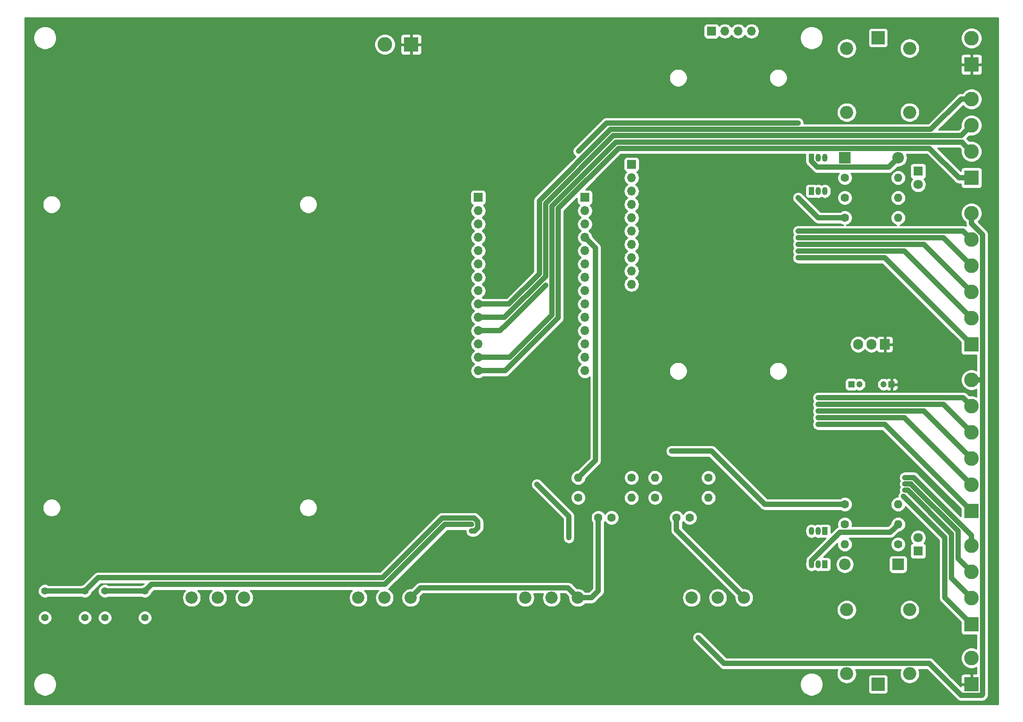
<source format=gbl>
G04 #@! TF.GenerationSoftware,KiCad,Pcbnew,(5.1.2)-2*
G04 #@! TF.CreationDate,2019-06-30T10:01:42-04:00*
G04 #@! TF.ProjectId,controller,636f6e74-726f-46c6-9c65-722e6b696361,rev?*
G04 #@! TF.SameCoordinates,Original*
G04 #@! TF.FileFunction,Copper,L2,Bot*
G04 #@! TF.FilePolarity,Positive*
%FSLAX46Y46*%
G04 Gerber Fmt 4.6, Leading zero omitted, Abs format (unit mm)*
G04 Created by KiCad (PCBNEW (5.1.2)-2) date 2019-06-30 10:01:42*
%MOMM*%
%LPD*%
G04 APERTURE LIST*
%ADD10C,2.800000*%
%ADD11R,2.800000X2.800000*%
%ADD12C,2.340000*%
%ADD13C,1.397000*%
%ADD14O,1.600000X1.600000*%
%ADD15C,1.600000*%
%ADD16R,1.050000X1.500000*%
%ADD17O,1.050000X1.500000*%
%ADD18R,2.500000X2.500000*%
%ADD19O,2.500000X2.500000*%
%ADD20O,1.700000X1.700000*%
%ADD21R,1.700000X1.700000*%
%ADD22C,1.800000*%
%ADD23R,1.800000X1.800000*%
%ADD24O,2.200000X2.200000*%
%ADD25R,2.200000X2.200000*%
%ADD26C,1.200000*%
%ADD27R,1.200000X1.200000*%
%ADD28O,1.905000X2.000000*%
%ADD29R,1.905000X2.000000*%
%ADD30C,0.800000*%
%ADD31C,1.000000*%
%ADD32C,0.254000*%
G04 APERTURE END LIST*
D10*
X119380000Y-27940000D03*
D11*
X124380000Y-27940000D03*
D12*
X146130000Y-133350000D03*
X151130000Y-133350000D03*
X156130000Y-133350000D03*
D13*
X66040000Y-137160000D03*
X66040000Y-132080000D03*
X73660000Y-137160000D03*
X73660000Y-132080000D03*
D14*
X166370000Y-114300000D03*
D15*
X156210000Y-114300000D03*
D14*
X181000000Y-114300000D03*
D15*
X170840000Y-114300000D03*
D14*
X170840400Y-110490000D03*
D15*
X181000400Y-110490000D03*
X160060000Y-118110000D03*
X162560000Y-118110000D03*
X174931700Y-118110000D03*
X177431700Y-118110000D03*
D13*
X54610000Y-137160000D03*
X54610000Y-132080000D03*
X62230000Y-137160000D03*
X62230000Y-132080000D03*
D12*
X177800000Y-133350000D03*
X182800000Y-133350000D03*
X187800000Y-133350000D03*
X114300000Y-133350000D03*
X119300000Y-133350000D03*
X124300000Y-133350000D03*
X82550000Y-133350000D03*
X87550000Y-133350000D03*
X92550000Y-133350000D03*
D14*
X156210000Y-110490000D03*
D15*
X166370000Y-110490000D03*
D14*
X207010000Y-123190000D03*
D15*
X217170000Y-123190000D03*
D14*
X217170000Y-119380000D03*
D15*
X207010000Y-119380000D03*
D14*
X217170000Y-115570000D03*
D15*
X207010000Y-115570000D03*
D14*
X217170000Y-53340000D03*
D15*
X207010000Y-53340000D03*
D14*
X217170000Y-57150000D03*
D15*
X207010000Y-57150000D03*
D14*
X217170000Y-60960000D03*
D15*
X207010000Y-60960000D03*
D16*
X203200000Y-127000000D03*
D17*
X200660000Y-127000000D03*
X201930000Y-127000000D03*
D16*
X203200000Y-120650000D03*
D17*
X200660000Y-120650000D03*
X201930000Y-120650000D03*
D16*
X200660000Y-55880000D03*
D17*
X203200000Y-55880000D03*
X201930000Y-55880000D03*
D16*
X200660000Y-49530000D03*
D17*
X203200000Y-49530000D03*
X201930000Y-49530000D03*
D18*
X213360000Y-149860000D03*
D19*
X219360000Y-147860000D03*
X219360000Y-135660000D03*
X207360000Y-135660000D03*
X207360000Y-147860000D03*
X219360000Y-28670000D03*
X219360000Y-40870000D03*
X207360000Y-40870000D03*
X207360000Y-28670000D03*
D18*
X213360000Y-26670000D03*
D10*
X231140000Y-144860000D03*
D11*
X231140000Y-149860000D03*
D10*
X231140000Y-26750000D03*
D11*
X231140000Y-31750000D03*
D20*
X166370000Y-73660000D03*
X166370000Y-71120000D03*
X166370000Y-68580000D03*
X166370000Y-66040000D03*
X166370000Y-63500000D03*
X166370000Y-60960000D03*
X166370000Y-58420000D03*
X166370000Y-55880000D03*
X166370000Y-53340000D03*
D21*
X166370000Y-50800000D03*
D10*
X231140000Y-91840000D03*
X231140000Y-96840000D03*
X231140000Y-101840000D03*
X231140000Y-106840000D03*
X231140000Y-111840000D03*
D11*
X231140000Y-116840000D03*
D10*
X231140000Y-123430000D03*
X231140000Y-128430000D03*
X231140000Y-133430000D03*
D11*
X231140000Y-138430000D03*
D10*
X231140000Y-38340000D03*
X231140000Y-43340000D03*
X231140000Y-48340000D03*
D11*
X231140000Y-53340000D03*
D10*
X231140000Y-60090000D03*
X231140000Y-65090000D03*
X231140000Y-70090000D03*
X231140000Y-75090000D03*
X231140000Y-80090000D03*
D11*
X231140000Y-85090000D03*
D20*
X189230000Y-25400000D03*
X186690000Y-25400000D03*
X184150000Y-25400000D03*
D21*
X181610000Y-25400000D03*
D20*
X157480000Y-90110000D03*
X157480000Y-87570000D03*
X157480000Y-85030000D03*
X157480000Y-82490000D03*
X157480000Y-79950000D03*
X157480000Y-77410000D03*
X157480000Y-74870000D03*
X157480000Y-72330000D03*
X157480000Y-69790000D03*
X157480000Y-67250000D03*
X157480000Y-64710000D03*
X157480000Y-62170000D03*
X157480000Y-59630000D03*
D21*
X157480000Y-57090000D03*
D20*
X137160000Y-90110000D03*
X137160000Y-87570000D03*
X137160000Y-85030000D03*
X137160000Y-82490000D03*
X137160000Y-79950000D03*
X137160000Y-77410000D03*
X137160000Y-74870000D03*
X137160000Y-72330000D03*
X137160000Y-69790000D03*
X137160000Y-67250000D03*
X137160000Y-64710000D03*
X137160000Y-62170000D03*
X137160000Y-59630000D03*
D21*
X137160000Y-57090000D03*
D22*
X220980000Y-121920000D03*
D23*
X220980000Y-124460000D03*
D24*
X207010000Y-127000000D03*
D25*
X217170000Y-127000000D03*
D22*
X220980000Y-54610000D03*
D23*
X220980000Y-52070000D03*
D24*
X217170000Y-49530000D03*
D25*
X207010000Y-49530000D03*
D26*
X209780000Y-92710000D03*
D27*
X208280000Y-92710000D03*
D26*
X214400000Y-92710000D03*
D27*
X215900000Y-92710000D03*
D28*
X209550000Y-85090000D03*
X212090000Y-85090000D03*
D29*
X214630000Y-85090000D03*
D30*
X154432000Y-121920000D03*
X148336000Y-111760000D03*
X173990000Y-105410000D03*
X149999981Y-73827089D03*
X156279990Y-48260000D03*
X198120000Y-42929959D03*
X198120000Y-57150000D03*
X179070000Y-140970000D03*
X218440000Y-110469969D03*
X218440000Y-111669979D03*
X218440000Y-112869989D03*
X218209999Y-114069999D03*
X198120000Y-68580000D03*
X198120000Y-67310000D03*
X198120000Y-66040000D03*
X198120000Y-64770000D03*
X198120000Y-63500000D03*
X201930000Y-100330000D03*
X201930000Y-99060000D03*
X201930000Y-97790000D03*
X201930000Y-96520000D03*
X201930000Y-95250000D03*
X135890000Y-119380000D03*
X135890000Y-120650000D03*
D31*
X156130000Y-133350000D02*
X158750000Y-133350000D01*
X160060000Y-132040000D02*
X160060000Y-118110000D01*
X158750000Y-133350000D02*
X160060000Y-132040000D01*
X174931700Y-120481700D02*
X187800000Y-133350000D01*
X174931700Y-118110000D02*
X174931700Y-120481700D01*
X157009999Y-109690001D02*
X156210000Y-110490000D01*
X159512000Y-107188000D02*
X157009999Y-109690001D01*
X159512000Y-66742000D02*
X159512000Y-107188000D01*
X157480000Y-64710000D02*
X159512000Y-66742000D01*
X216370001Y-120179999D02*
X217170000Y-119380000D01*
X215669999Y-120880001D02*
X216370001Y-120179999D01*
X206092574Y-120880001D02*
X215669999Y-120880001D01*
X200660000Y-126312575D02*
X206092574Y-120880001D01*
X200660000Y-127000000D02*
X200660000Y-126312575D01*
X154960001Y-132180001D02*
X156130000Y-133350000D01*
X154259999Y-131479999D02*
X154960001Y-132180001D01*
X126170001Y-131479999D02*
X154259999Y-131479999D01*
X124300000Y-133350000D02*
X126170001Y-131479999D01*
X154432000Y-117856000D02*
X148336000Y-111760000D01*
X154432000Y-121920000D02*
X154432000Y-117856000D01*
X216070001Y-50629999D02*
X217170000Y-49530000D01*
X215369999Y-51330001D02*
X216070001Y-50629999D01*
X201772576Y-51330001D02*
X215369999Y-51330001D01*
X200660000Y-50217425D02*
X201772576Y-51330001D01*
X200660000Y-49530000D02*
X200660000Y-50217425D01*
X137160000Y-90110000D02*
X142300000Y-90110000D01*
X142300000Y-90110000D02*
X152400000Y-80010000D01*
X228740000Y-53340000D02*
X231140000Y-53340000D01*
X223129999Y-47729999D02*
X228740000Y-53340000D01*
X163879999Y-47729999D02*
X223129999Y-47729999D01*
X152400000Y-59209998D02*
X163879999Y-47729999D01*
X152400000Y-80010000D02*
X152400000Y-59209998D01*
X137160000Y-87570000D02*
X143142930Y-87570000D01*
X151199990Y-79512940D02*
X151199991Y-58712937D01*
X143142930Y-87570000D02*
X151199990Y-79512940D01*
X229740001Y-46940001D02*
X231140000Y-48340000D01*
X229329989Y-46529989D02*
X229740001Y-46940001D01*
X163382939Y-46529989D02*
X229329989Y-46529989D01*
X151199991Y-58712937D02*
X163382939Y-46529989D01*
X173990000Y-105410000D02*
X181610000Y-105410000D01*
X191770000Y-115570000D02*
X207010000Y-115570000D01*
X181610000Y-105410000D02*
X191770000Y-115570000D01*
X141337070Y-82490000D02*
X142677061Y-81150009D01*
X137160000Y-82490000D02*
X141337070Y-82490000D01*
X142677061Y-81150009D02*
X149999981Y-73827089D01*
X149999981Y-73827089D02*
X149999981Y-73827089D01*
X156279990Y-48260000D02*
X161610030Y-42929960D01*
X161610030Y-42929960D02*
X161891759Y-42929959D01*
X161891759Y-42929959D02*
X198120000Y-42929959D01*
X198120000Y-42929959D02*
X198120000Y-42929959D01*
X201930000Y-60960000D02*
X207010000Y-60960000D01*
X198120000Y-57150000D02*
X201930000Y-60960000D01*
X137160000Y-79950000D02*
X142180000Y-79950000D01*
X142180000Y-79950000D02*
X149999981Y-72130019D01*
X149999982Y-58215876D02*
X162885879Y-45329979D01*
X149999981Y-72130019D02*
X149999982Y-58215876D01*
X229150021Y-45329979D02*
X231140000Y-43340000D01*
X162885879Y-45329979D02*
X229150021Y-45329979D01*
X143022930Y-77410000D02*
X137160000Y-77410000D01*
X231140000Y-38340000D02*
X229160102Y-38340000D01*
X229160102Y-38340000D02*
X223370133Y-44129969D01*
X223370133Y-44129969D02*
X162388819Y-44129969D01*
X162388819Y-44129969D02*
X148799973Y-57718815D01*
X148799973Y-57718815D02*
X148799972Y-71632958D01*
X148799972Y-71632958D02*
X143022930Y-77410000D01*
X233100001Y-151960001D02*
X233240001Y-151820001D01*
X229179999Y-151960001D02*
X233100001Y-151960001D01*
X223129997Y-145909999D02*
X229179999Y-151960001D01*
X184009999Y-145909999D02*
X223129997Y-145909999D01*
X179070000Y-140970000D02*
X184009999Y-145909999D01*
X231140000Y-62069898D02*
X233240001Y-64169899D01*
X231140000Y-60090000D02*
X231140000Y-62069898D01*
X233240001Y-151820001D02*
X233240001Y-94810001D01*
X233240001Y-94810001D02*
X233240001Y-93940001D01*
X233200002Y-91840000D02*
X231140000Y-91840000D01*
X233240001Y-91879999D02*
X233200002Y-91840000D01*
X233240001Y-91879999D02*
X233240001Y-94810001D01*
X233240001Y-64169899D02*
X233240001Y-91879999D01*
X231140000Y-121450102D02*
X231140000Y-123430000D01*
X220159867Y-110469969D02*
X231140000Y-121450102D01*
X218440000Y-110469969D02*
X220159867Y-110469969D01*
X228600000Y-125890000D02*
X231140000Y-128430000D01*
X228600000Y-120650000D02*
X228600000Y-125890000D01*
X219662807Y-111712807D02*
X228600000Y-120650000D01*
X218440000Y-111669979D02*
X219662807Y-111669979D01*
X219662807Y-111669979D02*
X219662807Y-111712807D01*
X219005685Y-112869989D02*
X227330000Y-121194304D01*
X218440000Y-112869989D02*
X219005685Y-112869989D01*
X227330000Y-129620000D02*
X231140000Y-133430000D01*
X227330000Y-121194304D02*
X227330000Y-129620000D01*
X218209999Y-114069999D02*
X223627057Y-119487057D01*
X223627057Y-119487057D02*
X226060000Y-121920000D01*
X226060000Y-133350000D02*
X231140000Y-138430000D01*
X226060000Y-121920000D02*
X226060000Y-133350000D01*
X214630000Y-68580000D02*
X231140000Y-85090000D01*
X198120000Y-68580000D02*
X214630000Y-68580000D01*
X218360000Y-67310000D02*
X231140000Y-80090000D01*
X198120000Y-67310000D02*
X218360000Y-67310000D01*
X222090000Y-66040000D02*
X231140000Y-75090000D01*
X198120000Y-66040000D02*
X222090000Y-66040000D01*
X225820000Y-64770000D02*
X231140000Y-70090000D01*
X198120000Y-64770000D02*
X225820000Y-64770000D01*
X229550000Y-63500000D02*
X231140000Y-65090000D01*
X198120000Y-63500000D02*
X229550000Y-63500000D01*
X214630000Y-100330000D02*
X231140000Y-116840000D01*
X201930000Y-100330000D02*
X214630000Y-100330000D01*
X218360000Y-99060000D02*
X231140000Y-111840000D01*
X201930000Y-99060000D02*
X218360000Y-99060000D01*
X222090000Y-97790000D02*
X231140000Y-106840000D01*
X201930000Y-97790000D02*
X222090000Y-97790000D01*
X225820000Y-96520000D02*
X231140000Y-101840000D01*
X201930000Y-96520000D02*
X225820000Y-96520000D01*
X229550000Y-95250000D02*
X231140000Y-96840000D01*
X201930000Y-95250000D02*
X229550000Y-95250000D01*
X135890000Y-119380000D02*
X130810000Y-119380000D01*
X130810000Y-119380000D02*
X119380000Y-130810000D01*
X74930000Y-130810000D02*
X73660000Y-132080000D01*
X119380000Y-130810000D02*
X74930000Y-130810000D01*
X73660000Y-132080000D02*
X66040000Y-132080000D01*
X136387060Y-118179990D02*
X130312939Y-118179991D01*
X137090010Y-118882940D02*
X136387060Y-118179990D01*
X137090010Y-120015675D02*
X137090010Y-118882940D01*
X135890000Y-120650000D02*
X136455685Y-120650000D01*
X136455685Y-120650000D02*
X137090010Y-120015675D01*
X130312939Y-118179991D02*
X118952930Y-129540000D01*
X64770000Y-129540000D02*
X62230000Y-132080000D01*
X118952930Y-129540000D02*
X64770000Y-129540000D01*
X62230000Y-132080000D02*
X54610000Y-132080000D01*
D32*
G36*
X236195000Y-153645000D02*
G01*
X50825000Y-153645000D01*
X50825000Y-149639872D01*
X52375000Y-149639872D01*
X52375000Y-150080128D01*
X52460890Y-150511925D01*
X52629369Y-150918669D01*
X52873962Y-151284729D01*
X53185271Y-151596038D01*
X53551331Y-151840631D01*
X53958075Y-152009110D01*
X54389872Y-152095000D01*
X54830128Y-152095000D01*
X55261925Y-152009110D01*
X55668669Y-151840631D01*
X56034729Y-151596038D01*
X56346038Y-151284729D01*
X56590631Y-150918669D01*
X56759110Y-150511925D01*
X56845000Y-150080128D01*
X56845000Y-149639872D01*
X198425000Y-149639872D01*
X198425000Y-150080128D01*
X198510890Y-150511925D01*
X198679369Y-150918669D01*
X198923962Y-151284729D01*
X199235271Y-151596038D01*
X199601331Y-151840631D01*
X200008075Y-152009110D01*
X200439872Y-152095000D01*
X200880128Y-152095000D01*
X201311925Y-152009110D01*
X201718669Y-151840631D01*
X202084729Y-151596038D01*
X202396038Y-151284729D01*
X202640631Y-150918669D01*
X202809110Y-150511925D01*
X202895000Y-150080128D01*
X202895000Y-149639872D01*
X202809110Y-149208075D01*
X202640631Y-148801331D01*
X202396038Y-148435271D01*
X202084729Y-148123962D01*
X201718669Y-147879369D01*
X201311925Y-147710890D01*
X200880128Y-147625000D01*
X200439872Y-147625000D01*
X200008075Y-147710890D01*
X199601331Y-147879369D01*
X199235271Y-148123962D01*
X198923962Y-148435271D01*
X198679369Y-148801331D01*
X198510890Y-149208075D01*
X198425000Y-149639872D01*
X56845000Y-149639872D01*
X56759110Y-149208075D01*
X56590631Y-148801331D01*
X56346038Y-148435271D01*
X56034729Y-148123962D01*
X55668669Y-147879369D01*
X55261925Y-147710890D01*
X54830128Y-147625000D01*
X54389872Y-147625000D01*
X53958075Y-147710890D01*
X53551331Y-147879369D01*
X53185271Y-148123962D01*
X52873962Y-148435271D01*
X52629369Y-148801331D01*
X52460890Y-149208075D01*
X52375000Y-149639872D01*
X50825000Y-149639872D01*
X50825000Y-140970000D01*
X177929509Y-140970000D01*
X177951423Y-141192498D01*
X178016324Y-141406446D01*
X178121717Y-141603622D01*
X178228012Y-141733143D01*
X183168012Y-146673145D01*
X183203550Y-146716448D01*
X183246853Y-146751986D01*
X183246855Y-146751988D01*
X183376376Y-146858283D01*
X183573552Y-146963675D01*
X183787500Y-147028576D01*
X184009999Y-147050490D01*
X184065751Y-147044999D01*
X205658249Y-147044999D01*
X205610061Y-147135152D01*
X205502275Y-147490476D01*
X205465880Y-147860000D01*
X205502275Y-148229524D01*
X205610061Y-148584848D01*
X205785097Y-148912317D01*
X206020655Y-149199345D01*
X206307683Y-149434903D01*
X206635152Y-149609939D01*
X206990476Y-149717725D01*
X207267403Y-149745000D01*
X207452597Y-149745000D01*
X207729524Y-149717725D01*
X208084848Y-149609939D01*
X208412317Y-149434903D01*
X208699345Y-149199345D01*
X208934903Y-148912317D01*
X209096494Y-148610000D01*
X211471928Y-148610000D01*
X211471928Y-151110000D01*
X211484188Y-151234482D01*
X211520498Y-151354180D01*
X211579463Y-151464494D01*
X211658815Y-151561185D01*
X211755506Y-151640537D01*
X211865820Y-151699502D01*
X211985518Y-151735812D01*
X212110000Y-151748072D01*
X214610000Y-151748072D01*
X214734482Y-151735812D01*
X214854180Y-151699502D01*
X214964494Y-151640537D01*
X215061185Y-151561185D01*
X215140537Y-151464494D01*
X215199502Y-151354180D01*
X215235812Y-151234482D01*
X215248072Y-151110000D01*
X215248072Y-148610000D01*
X215235812Y-148485518D01*
X215199502Y-148365820D01*
X215140537Y-148255506D01*
X215061185Y-148158815D01*
X214964494Y-148079463D01*
X214854180Y-148020498D01*
X214734482Y-147984188D01*
X214610000Y-147971928D01*
X212110000Y-147971928D01*
X211985518Y-147984188D01*
X211865820Y-148020498D01*
X211755506Y-148079463D01*
X211658815Y-148158815D01*
X211579463Y-148255506D01*
X211520498Y-148365820D01*
X211484188Y-148485518D01*
X211471928Y-148610000D01*
X209096494Y-148610000D01*
X209109939Y-148584848D01*
X209217725Y-148229524D01*
X209254120Y-147860000D01*
X209217725Y-147490476D01*
X209109939Y-147135152D01*
X209061751Y-147044999D01*
X217658249Y-147044999D01*
X217610061Y-147135152D01*
X217502275Y-147490476D01*
X217465880Y-147860000D01*
X217502275Y-148229524D01*
X217610061Y-148584848D01*
X217785097Y-148912317D01*
X218020655Y-149199345D01*
X218307683Y-149434903D01*
X218635152Y-149609939D01*
X218990476Y-149717725D01*
X219267403Y-149745000D01*
X219452597Y-149745000D01*
X219729524Y-149717725D01*
X220084848Y-149609939D01*
X220412317Y-149434903D01*
X220699345Y-149199345D01*
X220934903Y-148912317D01*
X221109939Y-148584848D01*
X221217725Y-148229524D01*
X221254120Y-147860000D01*
X221217725Y-147490476D01*
X221109939Y-147135152D01*
X221061751Y-147044999D01*
X222659866Y-147044999D01*
X228338008Y-152723142D01*
X228373550Y-152766450D01*
X228504206Y-152873677D01*
X228546376Y-152908285D01*
X228743552Y-153013677D01*
X228957500Y-153078578D01*
X229179999Y-153100492D01*
X229235751Y-153095001D01*
X233044250Y-153095001D01*
X233100001Y-153100492D01*
X233155752Y-153095001D01*
X233155753Y-153095001D01*
X233322500Y-153078578D01*
X233536448Y-153013677D01*
X233733624Y-152908285D01*
X233906450Y-152766450D01*
X233941997Y-152723136D01*
X234003136Y-152661997D01*
X234046450Y-152626450D01*
X234188285Y-152453624D01*
X234293677Y-152256448D01*
X234358578Y-152042500D01*
X234375001Y-151875753D01*
X234375001Y-151875752D01*
X234380492Y-151820001D01*
X234375001Y-151764250D01*
X234375001Y-91935750D01*
X234380492Y-91879998D01*
X234375001Y-91824247D01*
X234375001Y-64225651D01*
X234380492Y-64169899D01*
X234358578Y-63947400D01*
X234293677Y-63733452D01*
X234188285Y-63536276D01*
X234085232Y-63410706D01*
X234046450Y-63363450D01*
X234003142Y-63327908D01*
X232382497Y-61707263D01*
X232437237Y-61670687D01*
X232720687Y-61387237D01*
X232943393Y-61053934D01*
X233096796Y-60683587D01*
X233175000Y-60290430D01*
X233175000Y-59889570D01*
X233096796Y-59496413D01*
X232943393Y-59126066D01*
X232720687Y-58792763D01*
X232437237Y-58509313D01*
X232103934Y-58286607D01*
X231733587Y-58133204D01*
X231340430Y-58055000D01*
X230939570Y-58055000D01*
X230546413Y-58133204D01*
X230176066Y-58286607D01*
X229842763Y-58509313D01*
X229559313Y-58792763D01*
X229336607Y-59126066D01*
X229183204Y-59496413D01*
X229105000Y-59889570D01*
X229105000Y-60290430D01*
X229183204Y-60683587D01*
X229336607Y-61053934D01*
X229559313Y-61387237D01*
X229842763Y-61670687D01*
X230005001Y-61779091D01*
X230005001Y-62014137D01*
X229999509Y-62069898D01*
X230021423Y-62292396D01*
X230083922Y-62498425D01*
X229986447Y-62446324D01*
X229772499Y-62381423D01*
X229605752Y-62365000D01*
X229605751Y-62365000D01*
X229550000Y-62359509D01*
X229494249Y-62365000D01*
X217481756Y-62365000D01*
X217721808Y-62292182D01*
X217971101Y-62158932D01*
X218189608Y-61979608D01*
X218368932Y-61761101D01*
X218502182Y-61511808D01*
X218584236Y-61241309D01*
X218611943Y-60960000D01*
X218584236Y-60678691D01*
X218502182Y-60408192D01*
X218368932Y-60158899D01*
X218189608Y-59940392D01*
X217971101Y-59761068D01*
X217721808Y-59627818D01*
X217451309Y-59545764D01*
X217240492Y-59525000D01*
X217099508Y-59525000D01*
X216888691Y-59545764D01*
X216618192Y-59627818D01*
X216368899Y-59761068D01*
X216150392Y-59940392D01*
X215971068Y-60158899D01*
X215837818Y-60408192D01*
X215755764Y-60678691D01*
X215728057Y-60960000D01*
X215755764Y-61241309D01*
X215837818Y-61511808D01*
X215971068Y-61761101D01*
X216150392Y-61979608D01*
X216368899Y-62158932D01*
X216618192Y-62292182D01*
X216858244Y-62365000D01*
X207302153Y-62365000D01*
X207428574Y-62339853D01*
X207689727Y-62231680D01*
X207924759Y-62074637D01*
X208124637Y-61874759D01*
X208281680Y-61639727D01*
X208389853Y-61378574D01*
X208445000Y-61101335D01*
X208445000Y-60818665D01*
X208389853Y-60541426D01*
X208281680Y-60280273D01*
X208124637Y-60045241D01*
X207924759Y-59845363D01*
X207689727Y-59688320D01*
X207428574Y-59580147D01*
X207151335Y-59525000D01*
X206868665Y-59525000D01*
X206591426Y-59580147D01*
X206330273Y-59688320D01*
X206125716Y-59825000D01*
X202400133Y-59825000D01*
X198883143Y-56308012D01*
X198753622Y-56201717D01*
X198556446Y-56096324D01*
X198342498Y-56031423D01*
X198120000Y-56009509D01*
X197897502Y-56031423D01*
X197683554Y-56096324D01*
X197486378Y-56201717D01*
X197313552Y-56343552D01*
X197171717Y-56516378D01*
X197066324Y-56713554D01*
X197001423Y-56927502D01*
X196979509Y-57150000D01*
X197001423Y-57372498D01*
X197066324Y-57586446D01*
X197171717Y-57783622D01*
X197278012Y-57913143D01*
X201088013Y-61723146D01*
X201123551Y-61766449D01*
X201166854Y-61801987D01*
X201166856Y-61801989D01*
X201296377Y-61908284D01*
X201493553Y-62013676D01*
X201707501Y-62078577D01*
X201930000Y-62100491D01*
X201985752Y-62095000D01*
X206125716Y-62095000D01*
X206330273Y-62231680D01*
X206591426Y-62339853D01*
X206717847Y-62365000D01*
X198064248Y-62365000D01*
X197897501Y-62381423D01*
X197683553Y-62446324D01*
X197486377Y-62551716D01*
X197313551Y-62693551D01*
X197171716Y-62866377D01*
X197066324Y-63063553D01*
X197001423Y-63277501D01*
X196979509Y-63500000D01*
X197001423Y-63722499D01*
X197066324Y-63936447D01*
X197171716Y-64133623D01*
X197172846Y-64135000D01*
X197171716Y-64136377D01*
X197066324Y-64333553D01*
X197001423Y-64547501D01*
X196979509Y-64770000D01*
X197001423Y-64992499D01*
X197066324Y-65206447D01*
X197171716Y-65403623D01*
X197172846Y-65405000D01*
X197171716Y-65406377D01*
X197066324Y-65603553D01*
X197001423Y-65817501D01*
X196979509Y-66040000D01*
X197001423Y-66262499D01*
X197066324Y-66476447D01*
X197171716Y-66673623D01*
X197172846Y-66675000D01*
X197171716Y-66676377D01*
X197066324Y-66873553D01*
X197001423Y-67087501D01*
X196979509Y-67310000D01*
X197001423Y-67532499D01*
X197066324Y-67746447D01*
X197171716Y-67943623D01*
X197172846Y-67945000D01*
X197171716Y-67946377D01*
X197066324Y-68143553D01*
X197001423Y-68357501D01*
X196979509Y-68580000D01*
X197001423Y-68802499D01*
X197066324Y-69016447D01*
X197171716Y-69213623D01*
X197313551Y-69386449D01*
X197486377Y-69528284D01*
X197683553Y-69633676D01*
X197897501Y-69698577D01*
X198064248Y-69715000D01*
X214159869Y-69715000D01*
X229101928Y-84657060D01*
X229101928Y-86490000D01*
X229114188Y-86614482D01*
X229150498Y-86734180D01*
X229209463Y-86844494D01*
X229288815Y-86941185D01*
X229385506Y-87020537D01*
X229495820Y-87079502D01*
X229615518Y-87115812D01*
X229740000Y-87128072D01*
X232105002Y-87128072D01*
X232105002Y-90037321D01*
X232103934Y-90036607D01*
X231733587Y-89883204D01*
X231340430Y-89805000D01*
X230939570Y-89805000D01*
X230546413Y-89883204D01*
X230176066Y-90036607D01*
X229842763Y-90259313D01*
X229559313Y-90542763D01*
X229336607Y-90876066D01*
X229183204Y-91246413D01*
X229105000Y-91639570D01*
X229105000Y-92040430D01*
X229183204Y-92433587D01*
X229336607Y-92803934D01*
X229559313Y-93137237D01*
X229842763Y-93420687D01*
X230176066Y-93643393D01*
X230546413Y-93796796D01*
X230939570Y-93875000D01*
X231340430Y-93875000D01*
X231733587Y-93796796D01*
X232103934Y-93643393D01*
X232105002Y-93642680D01*
X232105002Y-93884242D01*
X232105001Y-93884249D01*
X232105001Y-94865752D01*
X232105002Y-94865762D01*
X232105002Y-95037321D01*
X232103934Y-95036607D01*
X231733587Y-94883204D01*
X231340430Y-94805000D01*
X230939570Y-94805000D01*
X230748198Y-94843066D01*
X230391995Y-94486864D01*
X230356449Y-94443551D01*
X230183623Y-94301716D01*
X229986447Y-94196324D01*
X229772499Y-94131423D01*
X229605752Y-94115000D01*
X229605751Y-94115000D01*
X229550000Y-94109509D01*
X229494249Y-94115000D01*
X201874248Y-94115000D01*
X201707501Y-94131423D01*
X201493553Y-94196324D01*
X201296377Y-94301716D01*
X201123551Y-94443551D01*
X200981716Y-94616377D01*
X200876324Y-94813553D01*
X200811423Y-95027501D01*
X200789509Y-95250000D01*
X200811423Y-95472499D01*
X200876324Y-95686447D01*
X200981716Y-95883623D01*
X200982846Y-95885000D01*
X200981716Y-95886377D01*
X200876324Y-96083553D01*
X200811423Y-96297501D01*
X200789509Y-96520000D01*
X200811423Y-96742499D01*
X200876324Y-96956447D01*
X200981716Y-97153623D01*
X200982846Y-97155000D01*
X200981716Y-97156377D01*
X200876324Y-97353553D01*
X200811423Y-97567501D01*
X200789509Y-97790000D01*
X200811423Y-98012499D01*
X200876324Y-98226447D01*
X200981716Y-98423623D01*
X200982846Y-98425000D01*
X200981716Y-98426377D01*
X200876324Y-98623553D01*
X200811423Y-98837501D01*
X200789509Y-99060000D01*
X200811423Y-99282499D01*
X200876324Y-99496447D01*
X200981716Y-99693623D01*
X200982846Y-99695000D01*
X200981716Y-99696377D01*
X200876324Y-99893553D01*
X200811423Y-100107501D01*
X200789509Y-100330000D01*
X200811423Y-100552499D01*
X200876324Y-100766447D01*
X200981716Y-100963623D01*
X201123551Y-101136449D01*
X201296377Y-101278284D01*
X201493553Y-101383676D01*
X201707501Y-101448577D01*
X201874248Y-101465000D01*
X214159869Y-101465000D01*
X229101928Y-116407060D01*
X229101928Y-117806898D01*
X221001863Y-109706834D01*
X220966316Y-109663520D01*
X220793490Y-109521685D01*
X220596314Y-109416293D01*
X220382366Y-109351392D01*
X220215619Y-109334969D01*
X220215618Y-109334969D01*
X220159867Y-109329478D01*
X220104116Y-109334969D01*
X218384248Y-109334969D01*
X218217501Y-109351392D01*
X218003553Y-109416293D01*
X217806377Y-109521685D01*
X217633551Y-109663520D01*
X217491716Y-109836346D01*
X217386324Y-110033522D01*
X217321423Y-110247470D01*
X217299509Y-110469969D01*
X217321423Y-110692468D01*
X217386324Y-110906416D01*
X217473747Y-111069974D01*
X217386324Y-111233532D01*
X217321423Y-111447480D01*
X217299509Y-111669979D01*
X217321423Y-111892478D01*
X217386324Y-112106426D01*
X217473747Y-112269984D01*
X217386324Y-112433542D01*
X217321423Y-112647490D01*
X217299509Y-112869989D01*
X217321423Y-113092488D01*
X217381475Y-113290451D01*
X217261716Y-113436377D01*
X217156323Y-113633553D01*
X217091422Y-113847501D01*
X217069508Y-114069999D01*
X217076137Y-114137302D01*
X216888691Y-114155764D01*
X216618192Y-114237818D01*
X216368899Y-114371068D01*
X216150392Y-114550392D01*
X215971068Y-114768899D01*
X215837818Y-115018192D01*
X215755764Y-115288691D01*
X215728057Y-115570000D01*
X215755764Y-115851309D01*
X215837818Y-116121808D01*
X215971068Y-116371101D01*
X216150392Y-116589608D01*
X216368899Y-116768932D01*
X216618192Y-116902182D01*
X216888691Y-116984236D01*
X217099508Y-117005000D01*
X217240492Y-117005000D01*
X217451309Y-116984236D01*
X217721808Y-116902182D01*
X217971101Y-116768932D01*
X218189608Y-116589608D01*
X218368932Y-116371101D01*
X218502182Y-116121808D01*
X218538139Y-116003271D01*
X222863913Y-120329045D01*
X222863918Y-120329049D01*
X224925000Y-122390132D01*
X224925001Y-133294239D01*
X224919509Y-133350000D01*
X224941423Y-133572498D01*
X225006324Y-133786446D01*
X225006325Y-133786447D01*
X225111717Y-133983623D01*
X225253552Y-134156449D01*
X225296860Y-134191991D01*
X229101928Y-137997060D01*
X229101928Y-139830000D01*
X229114188Y-139954482D01*
X229150498Y-140074180D01*
X229209463Y-140184494D01*
X229288815Y-140281185D01*
X229385506Y-140360537D01*
X229495820Y-140419502D01*
X229615518Y-140455812D01*
X229740000Y-140468072D01*
X232105001Y-140468072D01*
X232105001Y-143057320D01*
X232103934Y-143056607D01*
X231733587Y-142903204D01*
X231340430Y-142825000D01*
X230939570Y-142825000D01*
X230546413Y-142903204D01*
X230176066Y-143056607D01*
X229842763Y-143279313D01*
X229559313Y-143562763D01*
X229336607Y-143896066D01*
X229183204Y-144266413D01*
X229105000Y-144659570D01*
X229105000Y-145060430D01*
X229183204Y-145453587D01*
X229336607Y-145823934D01*
X229559313Y-146157237D01*
X229842763Y-146440687D01*
X230176066Y-146663393D01*
X230546413Y-146816796D01*
X230939570Y-146895000D01*
X231340430Y-146895000D01*
X231733587Y-146816796D01*
X232103934Y-146663393D01*
X232105001Y-146662680D01*
X232105001Y-147823127D01*
X231425750Y-147825000D01*
X231267000Y-147983750D01*
X231267000Y-149733000D01*
X231287000Y-149733000D01*
X231287000Y-149987000D01*
X231267000Y-149987000D01*
X231267000Y-150007000D01*
X231013000Y-150007000D01*
X231013000Y-149987000D01*
X229263750Y-149987000D01*
X229105000Y-150145750D01*
X229104631Y-150279501D01*
X227285130Y-148460000D01*
X229101928Y-148460000D01*
X229105000Y-149574250D01*
X229263750Y-149733000D01*
X231013000Y-149733000D01*
X231013000Y-147983750D01*
X230854250Y-147825000D01*
X229740000Y-147821928D01*
X229615518Y-147834188D01*
X229495820Y-147870498D01*
X229385506Y-147929463D01*
X229288815Y-148008815D01*
X229209463Y-148105506D01*
X229150498Y-148215820D01*
X229114188Y-148335518D01*
X229101928Y-148460000D01*
X227285130Y-148460000D01*
X223971993Y-145146864D01*
X223936446Y-145103550D01*
X223763620Y-144961715D01*
X223566444Y-144856323D01*
X223352496Y-144791422D01*
X223185749Y-144774999D01*
X223185748Y-144774999D01*
X223129997Y-144769508D01*
X223074246Y-144774999D01*
X184480132Y-144774999D01*
X179833143Y-140128012D01*
X179703622Y-140021717D01*
X179506446Y-139916324D01*
X179292498Y-139851423D01*
X179070000Y-139829509D01*
X178847502Y-139851423D01*
X178633554Y-139916324D01*
X178436378Y-140021717D01*
X178263552Y-140163552D01*
X178121717Y-140336378D01*
X178016324Y-140533554D01*
X177951423Y-140747502D01*
X177929509Y-140970000D01*
X50825000Y-140970000D01*
X50825000Y-137028662D01*
X53276500Y-137028662D01*
X53276500Y-137291338D01*
X53327746Y-137548968D01*
X53428268Y-137791649D01*
X53574203Y-138010057D01*
X53759943Y-138195797D01*
X53978351Y-138341732D01*
X54221032Y-138442254D01*
X54478662Y-138493500D01*
X54741338Y-138493500D01*
X54998968Y-138442254D01*
X55241649Y-138341732D01*
X55460057Y-138195797D01*
X55645797Y-138010057D01*
X55791732Y-137791649D01*
X55892254Y-137548968D01*
X55943500Y-137291338D01*
X55943500Y-137028662D01*
X60896500Y-137028662D01*
X60896500Y-137291338D01*
X60947746Y-137548968D01*
X61048268Y-137791649D01*
X61194203Y-138010057D01*
X61379943Y-138195797D01*
X61598351Y-138341732D01*
X61841032Y-138442254D01*
X62098662Y-138493500D01*
X62361338Y-138493500D01*
X62618968Y-138442254D01*
X62861649Y-138341732D01*
X63080057Y-138195797D01*
X63265797Y-138010057D01*
X63411732Y-137791649D01*
X63512254Y-137548968D01*
X63563500Y-137291338D01*
X63563500Y-137028662D01*
X64706500Y-137028662D01*
X64706500Y-137291338D01*
X64757746Y-137548968D01*
X64858268Y-137791649D01*
X65004203Y-138010057D01*
X65189943Y-138195797D01*
X65408351Y-138341732D01*
X65651032Y-138442254D01*
X65908662Y-138493500D01*
X66171338Y-138493500D01*
X66428968Y-138442254D01*
X66671649Y-138341732D01*
X66890057Y-138195797D01*
X67075797Y-138010057D01*
X67221732Y-137791649D01*
X67322254Y-137548968D01*
X67373500Y-137291338D01*
X67373500Y-137028662D01*
X72326500Y-137028662D01*
X72326500Y-137291338D01*
X72377746Y-137548968D01*
X72478268Y-137791649D01*
X72624203Y-138010057D01*
X72809943Y-138195797D01*
X73028351Y-138341732D01*
X73271032Y-138442254D01*
X73528662Y-138493500D01*
X73791338Y-138493500D01*
X74048968Y-138442254D01*
X74291649Y-138341732D01*
X74510057Y-138195797D01*
X74695797Y-138010057D01*
X74841732Y-137791649D01*
X74942254Y-137548968D01*
X74993500Y-137291338D01*
X74993500Y-137028662D01*
X74942254Y-136771032D01*
X74841732Y-136528351D01*
X74695797Y-136309943D01*
X74510057Y-136124203D01*
X74291649Y-135978268D01*
X74048968Y-135877746D01*
X73791338Y-135826500D01*
X73528662Y-135826500D01*
X73271032Y-135877746D01*
X73028351Y-135978268D01*
X72809943Y-136124203D01*
X72624203Y-136309943D01*
X72478268Y-136528351D01*
X72377746Y-136771032D01*
X72326500Y-137028662D01*
X67373500Y-137028662D01*
X67322254Y-136771032D01*
X67221732Y-136528351D01*
X67075797Y-136309943D01*
X66890057Y-136124203D01*
X66671649Y-135978268D01*
X66428968Y-135877746D01*
X66171338Y-135826500D01*
X65908662Y-135826500D01*
X65651032Y-135877746D01*
X65408351Y-135978268D01*
X65189943Y-136124203D01*
X65004203Y-136309943D01*
X64858268Y-136528351D01*
X64757746Y-136771032D01*
X64706500Y-137028662D01*
X63563500Y-137028662D01*
X63512254Y-136771032D01*
X63411732Y-136528351D01*
X63265797Y-136309943D01*
X63080057Y-136124203D01*
X62861649Y-135978268D01*
X62618968Y-135877746D01*
X62361338Y-135826500D01*
X62098662Y-135826500D01*
X61841032Y-135877746D01*
X61598351Y-135978268D01*
X61379943Y-136124203D01*
X61194203Y-136309943D01*
X61048268Y-136528351D01*
X60947746Y-136771032D01*
X60896500Y-137028662D01*
X55943500Y-137028662D01*
X55892254Y-136771032D01*
X55791732Y-136528351D01*
X55645797Y-136309943D01*
X55460057Y-136124203D01*
X55241649Y-135978268D01*
X54998968Y-135877746D01*
X54741338Y-135826500D01*
X54478662Y-135826500D01*
X54221032Y-135877746D01*
X53978351Y-135978268D01*
X53759943Y-136124203D01*
X53574203Y-136309943D01*
X53428268Y-136528351D01*
X53327746Y-136771032D01*
X53276500Y-137028662D01*
X50825000Y-137028662D01*
X50825000Y-135660000D01*
X205465880Y-135660000D01*
X205502275Y-136029524D01*
X205610061Y-136384848D01*
X205785097Y-136712317D01*
X206020655Y-136999345D01*
X206307683Y-137234903D01*
X206635152Y-137409939D01*
X206990476Y-137517725D01*
X207267403Y-137545000D01*
X207452597Y-137545000D01*
X207729524Y-137517725D01*
X208084848Y-137409939D01*
X208412317Y-137234903D01*
X208699345Y-136999345D01*
X208934903Y-136712317D01*
X209109939Y-136384848D01*
X209217725Y-136029524D01*
X209254120Y-135660000D01*
X217465880Y-135660000D01*
X217502275Y-136029524D01*
X217610061Y-136384848D01*
X217785097Y-136712317D01*
X218020655Y-136999345D01*
X218307683Y-137234903D01*
X218635152Y-137409939D01*
X218990476Y-137517725D01*
X219267403Y-137545000D01*
X219452597Y-137545000D01*
X219729524Y-137517725D01*
X220084848Y-137409939D01*
X220412317Y-137234903D01*
X220699345Y-136999345D01*
X220934903Y-136712317D01*
X221109939Y-136384848D01*
X221217725Y-136029524D01*
X221254120Y-135660000D01*
X221217725Y-135290476D01*
X221109939Y-134935152D01*
X220934903Y-134607683D01*
X220699345Y-134320655D01*
X220412317Y-134085097D01*
X220084848Y-133910061D01*
X219729524Y-133802275D01*
X219452597Y-133775000D01*
X219267403Y-133775000D01*
X218990476Y-133802275D01*
X218635152Y-133910061D01*
X218307683Y-134085097D01*
X218020655Y-134320655D01*
X217785097Y-134607683D01*
X217610061Y-134935152D01*
X217502275Y-135290476D01*
X217465880Y-135660000D01*
X209254120Y-135660000D01*
X209217725Y-135290476D01*
X209109939Y-134935152D01*
X208934903Y-134607683D01*
X208699345Y-134320655D01*
X208412317Y-134085097D01*
X208084848Y-133910061D01*
X207729524Y-133802275D01*
X207452597Y-133775000D01*
X207267403Y-133775000D01*
X206990476Y-133802275D01*
X206635152Y-133910061D01*
X206307683Y-134085097D01*
X206020655Y-134320655D01*
X205785097Y-134607683D01*
X205610061Y-134935152D01*
X205502275Y-135290476D01*
X205465880Y-135660000D01*
X50825000Y-135660000D01*
X50825000Y-131948662D01*
X53276500Y-131948662D01*
X53276500Y-132211338D01*
X53327746Y-132468968D01*
X53428268Y-132711649D01*
X53574203Y-132930057D01*
X53759943Y-133115797D01*
X53978351Y-133261732D01*
X54221032Y-133362254D01*
X54478662Y-133413500D01*
X54741338Y-133413500D01*
X54998968Y-133362254D01*
X55241649Y-133261732D01*
X55311589Y-133215000D01*
X61528411Y-133215000D01*
X61598351Y-133261732D01*
X61841032Y-133362254D01*
X62098662Y-133413500D01*
X62361338Y-133413500D01*
X62618968Y-133362254D01*
X62861649Y-133261732D01*
X63080057Y-133115797D01*
X63265797Y-132930057D01*
X63411732Y-132711649D01*
X63512254Y-132468968D01*
X63528665Y-132386467D01*
X65240132Y-130675000D01*
X73459869Y-130675000D01*
X73353533Y-130781335D01*
X73271032Y-130797746D01*
X73028351Y-130898268D01*
X72958411Y-130945000D01*
X66741589Y-130945000D01*
X66671649Y-130898268D01*
X66428968Y-130797746D01*
X66171338Y-130746500D01*
X65908662Y-130746500D01*
X65651032Y-130797746D01*
X65408351Y-130898268D01*
X65189943Y-131044203D01*
X65004203Y-131229943D01*
X64858268Y-131448351D01*
X64757746Y-131691032D01*
X64706500Y-131948662D01*
X64706500Y-132211338D01*
X64757746Y-132468968D01*
X64858268Y-132711649D01*
X65004203Y-132930057D01*
X65189943Y-133115797D01*
X65408351Y-133261732D01*
X65651032Y-133362254D01*
X65908662Y-133413500D01*
X66171338Y-133413500D01*
X66428968Y-133362254D01*
X66671649Y-133261732D01*
X66741589Y-133215000D01*
X72958411Y-133215000D01*
X73028351Y-133261732D01*
X73271032Y-133362254D01*
X73528662Y-133413500D01*
X73791338Y-133413500D01*
X74048968Y-133362254D01*
X74291649Y-133261732D01*
X74510057Y-133115797D01*
X74695797Y-132930057D01*
X74841732Y-132711649D01*
X74942254Y-132468968D01*
X74958665Y-132386467D01*
X75400132Y-131945000D01*
X81403816Y-131945000D01*
X81399379Y-131947965D01*
X81147965Y-132199379D01*
X80950429Y-132495012D01*
X80814365Y-132823501D01*
X80745000Y-133172223D01*
X80745000Y-133527777D01*
X80814365Y-133876499D01*
X80950429Y-134204988D01*
X81147965Y-134500621D01*
X81399379Y-134752035D01*
X81695012Y-134949571D01*
X82023501Y-135085635D01*
X82372223Y-135155000D01*
X82727777Y-135155000D01*
X83076499Y-135085635D01*
X83404988Y-134949571D01*
X83700621Y-134752035D01*
X83952035Y-134500621D01*
X84149571Y-134204988D01*
X84285635Y-133876499D01*
X84355000Y-133527777D01*
X84355000Y-133172223D01*
X84285635Y-132823501D01*
X84149571Y-132495012D01*
X83952035Y-132199379D01*
X83700621Y-131947965D01*
X83696184Y-131945000D01*
X86403816Y-131945000D01*
X86399379Y-131947965D01*
X86147965Y-132199379D01*
X85950429Y-132495012D01*
X85814365Y-132823501D01*
X85745000Y-133172223D01*
X85745000Y-133527777D01*
X85814365Y-133876499D01*
X85950429Y-134204988D01*
X86147965Y-134500621D01*
X86399379Y-134752035D01*
X86695012Y-134949571D01*
X87023501Y-135085635D01*
X87372223Y-135155000D01*
X87727777Y-135155000D01*
X88076499Y-135085635D01*
X88404988Y-134949571D01*
X88700621Y-134752035D01*
X88952035Y-134500621D01*
X89149571Y-134204988D01*
X89285635Y-133876499D01*
X89355000Y-133527777D01*
X89355000Y-133172223D01*
X89285635Y-132823501D01*
X89149571Y-132495012D01*
X88952035Y-132199379D01*
X88700621Y-131947965D01*
X88696184Y-131945000D01*
X91403816Y-131945000D01*
X91399379Y-131947965D01*
X91147965Y-132199379D01*
X90950429Y-132495012D01*
X90814365Y-132823501D01*
X90745000Y-133172223D01*
X90745000Y-133527777D01*
X90814365Y-133876499D01*
X90950429Y-134204988D01*
X91147965Y-134500621D01*
X91399379Y-134752035D01*
X91695012Y-134949571D01*
X92023501Y-135085635D01*
X92372223Y-135155000D01*
X92727777Y-135155000D01*
X93076499Y-135085635D01*
X93404988Y-134949571D01*
X93700621Y-134752035D01*
X93952035Y-134500621D01*
X94149571Y-134204988D01*
X94285635Y-133876499D01*
X94355000Y-133527777D01*
X94355000Y-133172223D01*
X94285635Y-132823501D01*
X94149571Y-132495012D01*
X93952035Y-132199379D01*
X93700621Y-131947965D01*
X93696184Y-131945000D01*
X113153816Y-131945000D01*
X113149379Y-131947965D01*
X112897965Y-132199379D01*
X112700429Y-132495012D01*
X112564365Y-132823501D01*
X112495000Y-133172223D01*
X112495000Y-133527777D01*
X112564365Y-133876499D01*
X112700429Y-134204988D01*
X112897965Y-134500621D01*
X113149379Y-134752035D01*
X113445012Y-134949571D01*
X113773501Y-135085635D01*
X114122223Y-135155000D01*
X114477777Y-135155000D01*
X114826499Y-135085635D01*
X115154988Y-134949571D01*
X115450621Y-134752035D01*
X115702035Y-134500621D01*
X115899571Y-134204988D01*
X116035635Y-133876499D01*
X116105000Y-133527777D01*
X116105000Y-133172223D01*
X116035635Y-132823501D01*
X115899571Y-132495012D01*
X115702035Y-132199379D01*
X115450621Y-131947965D01*
X115446184Y-131945000D01*
X118153816Y-131945000D01*
X118149379Y-131947965D01*
X117897965Y-132199379D01*
X117700429Y-132495012D01*
X117564365Y-132823501D01*
X117495000Y-133172223D01*
X117495000Y-133527777D01*
X117564365Y-133876499D01*
X117700429Y-134204988D01*
X117897965Y-134500621D01*
X118149379Y-134752035D01*
X118445012Y-134949571D01*
X118773501Y-135085635D01*
X119122223Y-135155000D01*
X119477777Y-135155000D01*
X119826499Y-135085635D01*
X120154988Y-134949571D01*
X120450621Y-134752035D01*
X120702035Y-134500621D01*
X120899571Y-134204988D01*
X121035635Y-133876499D01*
X121105000Y-133527777D01*
X121105000Y-133172223D01*
X122495000Y-133172223D01*
X122495000Y-133527777D01*
X122564365Y-133876499D01*
X122700429Y-134204988D01*
X122897965Y-134500621D01*
X123149379Y-134752035D01*
X123445012Y-134949571D01*
X123773501Y-135085635D01*
X124122223Y-135155000D01*
X124477777Y-135155000D01*
X124826499Y-135085635D01*
X125154988Y-134949571D01*
X125450621Y-134752035D01*
X125702035Y-134500621D01*
X125899571Y-134204988D01*
X126035635Y-133876499D01*
X126105000Y-133527777D01*
X126105000Y-133172223D01*
X126101335Y-133153797D01*
X126640133Y-132614999D01*
X144480729Y-132614999D01*
X144394365Y-132823501D01*
X144325000Y-133172223D01*
X144325000Y-133527777D01*
X144394365Y-133876499D01*
X144530429Y-134204988D01*
X144727965Y-134500621D01*
X144979379Y-134752035D01*
X145275012Y-134949571D01*
X145603501Y-135085635D01*
X145952223Y-135155000D01*
X146307777Y-135155000D01*
X146656499Y-135085635D01*
X146984988Y-134949571D01*
X147280621Y-134752035D01*
X147532035Y-134500621D01*
X147729571Y-134204988D01*
X147865635Y-133876499D01*
X147935000Y-133527777D01*
X147935000Y-133172223D01*
X147865635Y-132823501D01*
X147779271Y-132614999D01*
X149480729Y-132614999D01*
X149394365Y-132823501D01*
X149325000Y-133172223D01*
X149325000Y-133527777D01*
X149394365Y-133876499D01*
X149530429Y-134204988D01*
X149727965Y-134500621D01*
X149979379Y-134752035D01*
X150275012Y-134949571D01*
X150603501Y-135085635D01*
X150952223Y-135155000D01*
X151307777Y-135155000D01*
X151656499Y-135085635D01*
X151984988Y-134949571D01*
X152280621Y-134752035D01*
X152532035Y-134500621D01*
X152729571Y-134204988D01*
X152865635Y-133876499D01*
X152935000Y-133527777D01*
X152935000Y-133172223D01*
X152865635Y-132823501D01*
X152779271Y-132614999D01*
X153789868Y-132614999D01*
X154328665Y-133153796D01*
X154325000Y-133172223D01*
X154325000Y-133527777D01*
X154394365Y-133876499D01*
X154530429Y-134204988D01*
X154727965Y-134500621D01*
X154979379Y-134752035D01*
X155275012Y-134949571D01*
X155603501Y-135085635D01*
X155952223Y-135155000D01*
X156307777Y-135155000D01*
X156656499Y-135085635D01*
X156984988Y-134949571D01*
X157280621Y-134752035D01*
X157532035Y-134500621D01*
X157542473Y-134485000D01*
X158694249Y-134485000D01*
X158750000Y-134490491D01*
X158805751Y-134485000D01*
X158805752Y-134485000D01*
X158972499Y-134468577D01*
X159186447Y-134403676D01*
X159383623Y-134298284D01*
X159556449Y-134156449D01*
X159591996Y-134113135D01*
X160532908Y-133172223D01*
X175995000Y-133172223D01*
X175995000Y-133527777D01*
X176064365Y-133876499D01*
X176200429Y-134204988D01*
X176397965Y-134500621D01*
X176649379Y-134752035D01*
X176945012Y-134949571D01*
X177273501Y-135085635D01*
X177622223Y-135155000D01*
X177977777Y-135155000D01*
X178326499Y-135085635D01*
X178654988Y-134949571D01*
X178950621Y-134752035D01*
X179202035Y-134500621D01*
X179399571Y-134204988D01*
X179535635Y-133876499D01*
X179605000Y-133527777D01*
X179605000Y-133172223D01*
X180995000Y-133172223D01*
X180995000Y-133527777D01*
X181064365Y-133876499D01*
X181200429Y-134204988D01*
X181397965Y-134500621D01*
X181649379Y-134752035D01*
X181945012Y-134949571D01*
X182273501Y-135085635D01*
X182622223Y-135155000D01*
X182977777Y-135155000D01*
X183326499Y-135085635D01*
X183654988Y-134949571D01*
X183950621Y-134752035D01*
X184202035Y-134500621D01*
X184399571Y-134204988D01*
X184535635Y-133876499D01*
X184605000Y-133527777D01*
X184605000Y-133172223D01*
X184535635Y-132823501D01*
X184399571Y-132495012D01*
X184202035Y-132199379D01*
X183950621Y-131947965D01*
X183654988Y-131750429D01*
X183326499Y-131614365D01*
X182977777Y-131545000D01*
X182622223Y-131545000D01*
X182273501Y-131614365D01*
X181945012Y-131750429D01*
X181649379Y-131947965D01*
X181397965Y-132199379D01*
X181200429Y-132495012D01*
X181064365Y-132823501D01*
X180995000Y-133172223D01*
X179605000Y-133172223D01*
X179535635Y-132823501D01*
X179399571Y-132495012D01*
X179202035Y-132199379D01*
X178950621Y-131947965D01*
X178654988Y-131750429D01*
X178326499Y-131614365D01*
X177977777Y-131545000D01*
X177622223Y-131545000D01*
X177273501Y-131614365D01*
X176945012Y-131750429D01*
X176649379Y-131947965D01*
X176397965Y-132199379D01*
X176200429Y-132495012D01*
X176064365Y-132823501D01*
X175995000Y-133172223D01*
X160532908Y-133172223D01*
X160823140Y-132881992D01*
X160866449Y-132846449D01*
X161008284Y-132673623D01*
X161113676Y-132476447D01*
X161178577Y-132262499D01*
X161195000Y-132095752D01*
X161195000Y-132095751D01*
X161200491Y-132040000D01*
X161195000Y-131984248D01*
X161195000Y-118994284D01*
X161310000Y-118822173D01*
X161445363Y-119024759D01*
X161645241Y-119224637D01*
X161880273Y-119381680D01*
X162141426Y-119489853D01*
X162418665Y-119545000D01*
X162701335Y-119545000D01*
X162978574Y-119489853D01*
X163239727Y-119381680D01*
X163474759Y-119224637D01*
X163674637Y-119024759D01*
X163831680Y-118789727D01*
X163939853Y-118528574D01*
X163995000Y-118251335D01*
X163995000Y-117968665D01*
X173496700Y-117968665D01*
X173496700Y-118251335D01*
X173551847Y-118528574D01*
X173660020Y-118789727D01*
X173796700Y-118994284D01*
X173796701Y-120425939D01*
X173791209Y-120481700D01*
X173813123Y-120704198D01*
X173878024Y-120918146D01*
X173906706Y-120971806D01*
X173983417Y-121115323D01*
X174125252Y-121288149D01*
X174168560Y-121323691D01*
X185998665Y-133153797D01*
X185995000Y-133172223D01*
X185995000Y-133527777D01*
X186064365Y-133876499D01*
X186200429Y-134204988D01*
X186397965Y-134500621D01*
X186649379Y-134752035D01*
X186945012Y-134949571D01*
X187273501Y-135085635D01*
X187622223Y-135155000D01*
X187977777Y-135155000D01*
X188326499Y-135085635D01*
X188654988Y-134949571D01*
X188950621Y-134752035D01*
X189202035Y-134500621D01*
X189399571Y-134204988D01*
X189535635Y-133876499D01*
X189605000Y-133527777D01*
X189605000Y-133172223D01*
X189535635Y-132823501D01*
X189399571Y-132495012D01*
X189202035Y-132199379D01*
X188950621Y-131947965D01*
X188654988Y-131750429D01*
X188326499Y-131614365D01*
X187977777Y-131545000D01*
X187622223Y-131545000D01*
X187603797Y-131548665D01*
X176423153Y-120368021D01*
X199500000Y-120368021D01*
X199500000Y-120931978D01*
X199516785Y-121102399D01*
X199583115Y-121321059D01*
X199690829Y-121522578D01*
X199835788Y-121699212D01*
X200012421Y-121844171D01*
X200213940Y-121951885D01*
X200432600Y-122018215D01*
X200660000Y-122040612D01*
X200887399Y-122018215D01*
X201106059Y-121951885D01*
X201295000Y-121850894D01*
X201483940Y-121951885D01*
X201702600Y-122018215D01*
X201930000Y-122040612D01*
X202157399Y-122018215D01*
X202366098Y-121954907D01*
X202430820Y-121989502D01*
X202550518Y-122025812D01*
X202675000Y-122038072D01*
X203329371Y-122038072D01*
X199896860Y-125470584D01*
X199853552Y-125506126D01*
X199711717Y-125678952D01*
X199606324Y-125876128D01*
X199566982Y-126005820D01*
X199541423Y-126090077D01*
X199519509Y-126312575D01*
X199525000Y-126368326D01*
X199525000Y-126520519D01*
X199516785Y-126547600D01*
X199500000Y-126718021D01*
X199500000Y-127281978D01*
X199516785Y-127452399D01*
X199583115Y-127671059D01*
X199690829Y-127872578D01*
X199835788Y-128049212D01*
X200012421Y-128194171D01*
X200213940Y-128301885D01*
X200432600Y-128368215D01*
X200660000Y-128390612D01*
X200887399Y-128368215D01*
X201106059Y-128301885D01*
X201295000Y-128200894D01*
X201483940Y-128301885D01*
X201702600Y-128368215D01*
X201930000Y-128390612D01*
X202157399Y-128368215D01*
X202366098Y-128304907D01*
X202430820Y-128339502D01*
X202550518Y-128375812D01*
X202675000Y-128388072D01*
X203725000Y-128388072D01*
X203849482Y-128375812D01*
X203969180Y-128339502D01*
X204079494Y-128280537D01*
X204176185Y-128201185D01*
X204255537Y-128104494D01*
X204314502Y-127994180D01*
X204350812Y-127874482D01*
X204363072Y-127750000D01*
X204363072Y-127000000D01*
X205266606Y-127000000D01*
X205300105Y-127340119D01*
X205399314Y-127667168D01*
X205560421Y-127968578D01*
X205777234Y-128232766D01*
X206041422Y-128449579D01*
X206342832Y-128610686D01*
X206669881Y-128709895D01*
X206924775Y-128735000D01*
X207095225Y-128735000D01*
X207350119Y-128709895D01*
X207677168Y-128610686D01*
X207978578Y-128449579D01*
X208242766Y-128232766D01*
X208459579Y-127968578D01*
X208620686Y-127667168D01*
X208719895Y-127340119D01*
X208753394Y-127000000D01*
X208719895Y-126659881D01*
X208620686Y-126332832D01*
X208459579Y-126031422D01*
X208351724Y-125900000D01*
X215431928Y-125900000D01*
X215431928Y-128100000D01*
X215444188Y-128224482D01*
X215480498Y-128344180D01*
X215539463Y-128454494D01*
X215618815Y-128551185D01*
X215715506Y-128630537D01*
X215825820Y-128689502D01*
X215945518Y-128725812D01*
X216070000Y-128738072D01*
X218270000Y-128738072D01*
X218394482Y-128725812D01*
X218514180Y-128689502D01*
X218624494Y-128630537D01*
X218721185Y-128551185D01*
X218800537Y-128454494D01*
X218859502Y-128344180D01*
X218895812Y-128224482D01*
X218908072Y-128100000D01*
X218908072Y-125900000D01*
X218895812Y-125775518D01*
X218859502Y-125655820D01*
X218800537Y-125545506D01*
X218721185Y-125448815D01*
X218624494Y-125369463D01*
X218514180Y-125310498D01*
X218394482Y-125274188D01*
X218270000Y-125261928D01*
X216070000Y-125261928D01*
X215945518Y-125274188D01*
X215825820Y-125310498D01*
X215715506Y-125369463D01*
X215618815Y-125448815D01*
X215539463Y-125545506D01*
X215480498Y-125655820D01*
X215444188Y-125775518D01*
X215431928Y-125900000D01*
X208351724Y-125900000D01*
X208242766Y-125767234D01*
X207978578Y-125550421D01*
X207677168Y-125389314D01*
X207350119Y-125290105D01*
X207095225Y-125265000D01*
X206924775Y-125265000D01*
X206669881Y-125290105D01*
X206342832Y-125389314D01*
X206041422Y-125550421D01*
X205777234Y-125767234D01*
X205560421Y-126031422D01*
X205399314Y-126332832D01*
X205300105Y-126659881D01*
X205266606Y-127000000D01*
X204363072Y-127000000D01*
X204363072Y-126250000D01*
X204350812Y-126125518D01*
X204314502Y-126005820D01*
X204255537Y-125895506D01*
X204176185Y-125798815D01*
X204079494Y-125719463D01*
X203969180Y-125660498D01*
X203849482Y-125624188D01*
X203725000Y-125611928D01*
X202965778Y-125611928D01*
X205587761Y-122989946D01*
X205568057Y-123190000D01*
X205595764Y-123471309D01*
X205677818Y-123741808D01*
X205811068Y-123991101D01*
X205990392Y-124209608D01*
X206208899Y-124388932D01*
X206458192Y-124522182D01*
X206728691Y-124604236D01*
X206939508Y-124625000D01*
X207080492Y-124625000D01*
X207291309Y-124604236D01*
X207561808Y-124522182D01*
X207811101Y-124388932D01*
X208029608Y-124209608D01*
X208208932Y-123991101D01*
X208342182Y-123741808D01*
X208424236Y-123471309D01*
X208451943Y-123190000D01*
X208438023Y-123048665D01*
X215735000Y-123048665D01*
X215735000Y-123331335D01*
X215790147Y-123608574D01*
X215898320Y-123869727D01*
X216055363Y-124104759D01*
X216255241Y-124304637D01*
X216490273Y-124461680D01*
X216751426Y-124569853D01*
X217028665Y-124625000D01*
X217311335Y-124625000D01*
X217588574Y-124569853D01*
X217849727Y-124461680D01*
X218084759Y-124304637D01*
X218284637Y-124104759D01*
X218441680Y-123869727D01*
X218549853Y-123608574D01*
X218559515Y-123560000D01*
X219441928Y-123560000D01*
X219441928Y-125360000D01*
X219454188Y-125484482D01*
X219490498Y-125604180D01*
X219549463Y-125714494D01*
X219628815Y-125811185D01*
X219725506Y-125890537D01*
X219835820Y-125949502D01*
X219955518Y-125985812D01*
X220080000Y-125998072D01*
X221880000Y-125998072D01*
X222004482Y-125985812D01*
X222124180Y-125949502D01*
X222234494Y-125890537D01*
X222331185Y-125811185D01*
X222410537Y-125714494D01*
X222469502Y-125604180D01*
X222505812Y-125484482D01*
X222518072Y-125360000D01*
X222518072Y-123560000D01*
X222505812Y-123435518D01*
X222469502Y-123315820D01*
X222410537Y-123205506D01*
X222331185Y-123108815D01*
X222234494Y-123029463D01*
X222124180Y-122970498D01*
X222105873Y-122964944D01*
X222172312Y-122898505D01*
X222340299Y-122647095D01*
X222456011Y-122367743D01*
X222515000Y-122071184D01*
X222515000Y-121768816D01*
X222456011Y-121472257D01*
X222340299Y-121192905D01*
X222172312Y-120941495D01*
X221958505Y-120727688D01*
X221707095Y-120559701D01*
X221427743Y-120443989D01*
X221131184Y-120385000D01*
X220828816Y-120385000D01*
X220532257Y-120443989D01*
X220252905Y-120559701D01*
X220001495Y-120727688D01*
X219787688Y-120941495D01*
X219619701Y-121192905D01*
X219503989Y-121472257D01*
X219445000Y-121768816D01*
X219445000Y-122071184D01*
X219503989Y-122367743D01*
X219619701Y-122647095D01*
X219787688Y-122898505D01*
X219854127Y-122964944D01*
X219835820Y-122970498D01*
X219725506Y-123029463D01*
X219628815Y-123108815D01*
X219549463Y-123205506D01*
X219490498Y-123315820D01*
X219454188Y-123435518D01*
X219441928Y-123560000D01*
X218559515Y-123560000D01*
X218605000Y-123331335D01*
X218605000Y-123048665D01*
X218549853Y-122771426D01*
X218441680Y-122510273D01*
X218284637Y-122275241D01*
X218084759Y-122075363D01*
X217849727Y-121918320D01*
X217588574Y-121810147D01*
X217311335Y-121755000D01*
X217028665Y-121755000D01*
X216751426Y-121810147D01*
X216490273Y-121918320D01*
X216255241Y-122075363D01*
X216055363Y-122275241D01*
X215898320Y-122510273D01*
X215790147Y-122771426D01*
X215735000Y-123048665D01*
X208438023Y-123048665D01*
X208424236Y-122908691D01*
X208342182Y-122638192D01*
X208208932Y-122388899D01*
X208029608Y-122170392D01*
X207840263Y-122015001D01*
X215614248Y-122015001D01*
X215669999Y-122020492D01*
X215725750Y-122015001D01*
X215725751Y-122015001D01*
X215892498Y-121998578D01*
X216106446Y-121933677D01*
X216303622Y-121828285D01*
X216476448Y-121686450D01*
X216511995Y-121643136D01*
X217351017Y-120804114D01*
X217451309Y-120794236D01*
X217721808Y-120712182D01*
X217971101Y-120578932D01*
X218189608Y-120399608D01*
X218368932Y-120181101D01*
X218502182Y-119931808D01*
X218584236Y-119661309D01*
X218611943Y-119380000D01*
X218584236Y-119098691D01*
X218502182Y-118828192D01*
X218368932Y-118578899D01*
X218189608Y-118360392D01*
X217971101Y-118181068D01*
X217721808Y-118047818D01*
X217451309Y-117965764D01*
X217240492Y-117945000D01*
X217099508Y-117945000D01*
X216888691Y-117965764D01*
X216618192Y-118047818D01*
X216368899Y-118181068D01*
X216150392Y-118360392D01*
X215971068Y-118578899D01*
X215837818Y-118828192D01*
X215755764Y-119098691D01*
X215745886Y-119198983D01*
X215606857Y-119338011D01*
X215606858Y-119338011D01*
X215199868Y-119745001D01*
X208400509Y-119745001D01*
X208445000Y-119521335D01*
X208445000Y-119238665D01*
X208389853Y-118961426D01*
X208281680Y-118700273D01*
X208124637Y-118465241D01*
X207924759Y-118265363D01*
X207689727Y-118108320D01*
X207428574Y-118000147D01*
X207151335Y-117945000D01*
X206868665Y-117945000D01*
X206591426Y-118000147D01*
X206330273Y-118108320D01*
X206095241Y-118265363D01*
X205895363Y-118465241D01*
X205738320Y-118700273D01*
X205630147Y-118961426D01*
X205575000Y-119238665D01*
X205575000Y-119521335D01*
X205630147Y-119798574D01*
X205644268Y-119832664D01*
X205458951Y-119931717D01*
X205286125Y-120073552D01*
X205250585Y-120116858D01*
X204363072Y-121004371D01*
X204363072Y-119900000D01*
X204350812Y-119775518D01*
X204314502Y-119655820D01*
X204255537Y-119545506D01*
X204176185Y-119448815D01*
X204079494Y-119369463D01*
X203969180Y-119310498D01*
X203849482Y-119274188D01*
X203725000Y-119261928D01*
X202675000Y-119261928D01*
X202550518Y-119274188D01*
X202430820Y-119310498D01*
X202366098Y-119345093D01*
X202157400Y-119281785D01*
X201930000Y-119259388D01*
X201702601Y-119281785D01*
X201483941Y-119348115D01*
X201295000Y-119449106D01*
X201106060Y-119348115D01*
X200887400Y-119281785D01*
X200660000Y-119259388D01*
X200432601Y-119281785D01*
X200213941Y-119348115D01*
X200012422Y-119455829D01*
X199835789Y-119600788D01*
X199690830Y-119777421D01*
X199583115Y-119978940D01*
X199516785Y-120197600D01*
X199500000Y-120368021D01*
X176423153Y-120368021D01*
X176066700Y-120011569D01*
X176066700Y-118994284D01*
X176181700Y-118822173D01*
X176317063Y-119024759D01*
X176516941Y-119224637D01*
X176751973Y-119381680D01*
X177013126Y-119489853D01*
X177290365Y-119545000D01*
X177573035Y-119545000D01*
X177850274Y-119489853D01*
X178111427Y-119381680D01*
X178346459Y-119224637D01*
X178546337Y-119024759D01*
X178703380Y-118789727D01*
X178811553Y-118528574D01*
X178866700Y-118251335D01*
X178866700Y-117968665D01*
X178811553Y-117691426D01*
X178703380Y-117430273D01*
X178546337Y-117195241D01*
X178346459Y-116995363D01*
X178111427Y-116838320D01*
X177850274Y-116730147D01*
X177573035Y-116675000D01*
X177290365Y-116675000D01*
X177013126Y-116730147D01*
X176751973Y-116838320D01*
X176516941Y-116995363D01*
X176317063Y-117195241D01*
X176181700Y-117397827D01*
X176046337Y-117195241D01*
X175846459Y-116995363D01*
X175611427Y-116838320D01*
X175350274Y-116730147D01*
X175073035Y-116675000D01*
X174790365Y-116675000D01*
X174513126Y-116730147D01*
X174251973Y-116838320D01*
X174016941Y-116995363D01*
X173817063Y-117195241D01*
X173660020Y-117430273D01*
X173551847Y-117691426D01*
X173496700Y-117968665D01*
X163995000Y-117968665D01*
X163939853Y-117691426D01*
X163831680Y-117430273D01*
X163674637Y-117195241D01*
X163474759Y-116995363D01*
X163239727Y-116838320D01*
X162978574Y-116730147D01*
X162701335Y-116675000D01*
X162418665Y-116675000D01*
X162141426Y-116730147D01*
X161880273Y-116838320D01*
X161645241Y-116995363D01*
X161445363Y-117195241D01*
X161310000Y-117397827D01*
X161174637Y-117195241D01*
X160974759Y-116995363D01*
X160739727Y-116838320D01*
X160478574Y-116730147D01*
X160201335Y-116675000D01*
X159918665Y-116675000D01*
X159641426Y-116730147D01*
X159380273Y-116838320D01*
X159145241Y-116995363D01*
X158945363Y-117195241D01*
X158788320Y-117430273D01*
X158680147Y-117691426D01*
X158625000Y-117968665D01*
X158625000Y-118251335D01*
X158680147Y-118528574D01*
X158788320Y-118789727D01*
X158925001Y-118994285D01*
X158925000Y-131569868D01*
X158279869Y-132215000D01*
X157542473Y-132215000D01*
X157532035Y-132199379D01*
X157280621Y-131947965D01*
X156984988Y-131750429D01*
X156656499Y-131614365D01*
X156307777Y-131545000D01*
X155952223Y-131545000D01*
X155933796Y-131548665D01*
X155101995Y-130716864D01*
X155066448Y-130673550D01*
X154893622Y-130531715D01*
X154696446Y-130426323D01*
X154482498Y-130361422D01*
X154315751Y-130344999D01*
X154315750Y-130344999D01*
X154259999Y-130339508D01*
X154204248Y-130344999D01*
X126225753Y-130344999D01*
X126170001Y-130339508D01*
X126114249Y-130344999D01*
X125947502Y-130361422D01*
X125733554Y-130426323D01*
X125536378Y-130531715D01*
X125363552Y-130673550D01*
X125328010Y-130716858D01*
X124496203Y-131548665D01*
X124477777Y-131545000D01*
X124122223Y-131545000D01*
X123773501Y-131614365D01*
X123445012Y-131750429D01*
X123149379Y-131947965D01*
X122897965Y-132199379D01*
X122700429Y-132495012D01*
X122564365Y-132823501D01*
X122495000Y-133172223D01*
X121105000Y-133172223D01*
X121035635Y-132823501D01*
X120899571Y-132495012D01*
X120702035Y-132199379D01*
X120450621Y-131947965D01*
X120154988Y-131750429D01*
X120067401Y-131714149D01*
X120186449Y-131616449D01*
X120221996Y-131573135D01*
X131280132Y-120515000D01*
X134762805Y-120515000D01*
X134749509Y-120650000D01*
X134771423Y-120872499D01*
X134836324Y-121086447D01*
X134941716Y-121283623D01*
X135083551Y-121456449D01*
X135256377Y-121598284D01*
X135453553Y-121703676D01*
X135667501Y-121768577D01*
X135834248Y-121785000D01*
X136399934Y-121785000D01*
X136455685Y-121790491D01*
X136511436Y-121785000D01*
X136511437Y-121785000D01*
X136678184Y-121768577D01*
X136892132Y-121703676D01*
X137089308Y-121598284D01*
X137262134Y-121456449D01*
X137297681Y-121413135D01*
X137853145Y-120857671D01*
X137896459Y-120822124D01*
X138038294Y-120649298D01*
X138143686Y-120452122D01*
X138208587Y-120238174D01*
X138220159Y-120120679D01*
X138230501Y-120015676D01*
X138225010Y-119959924D01*
X138225010Y-118938681D01*
X138230500Y-118882939D01*
X138225010Y-118827197D01*
X138225010Y-118827188D01*
X138208587Y-118660441D01*
X138143686Y-118446493D01*
X138038294Y-118249317D01*
X137896459Y-118076491D01*
X137853145Y-118040944D01*
X137229050Y-117416849D01*
X137193508Y-117373541D01*
X137020682Y-117231706D01*
X136823506Y-117126314D01*
X136609558Y-117061413D01*
X136489120Y-117049551D01*
X136387060Y-117039499D01*
X136331308Y-117044990D01*
X130368700Y-117044992D01*
X130312939Y-117039500D01*
X130090440Y-117061414D01*
X129876492Y-117126315D01*
X129679316Y-117231707D01*
X129549795Y-117338003D01*
X129549793Y-117338005D01*
X129506490Y-117373543D01*
X129470952Y-117416846D01*
X118482799Y-128405000D01*
X64825741Y-128405000D01*
X64769999Y-128399510D01*
X64714257Y-128405000D01*
X64714248Y-128405000D01*
X64547501Y-128421423D01*
X64333553Y-128486324D01*
X64136377Y-128591716D01*
X63963551Y-128733551D01*
X63928011Y-128776857D01*
X61923533Y-130781335D01*
X61841032Y-130797746D01*
X61598351Y-130898268D01*
X61528411Y-130945000D01*
X55311589Y-130945000D01*
X55241649Y-130898268D01*
X54998968Y-130797746D01*
X54741338Y-130746500D01*
X54478662Y-130746500D01*
X54221032Y-130797746D01*
X53978351Y-130898268D01*
X53759943Y-131044203D01*
X53574203Y-131229943D01*
X53428268Y-131448351D01*
X53327746Y-131691032D01*
X53276500Y-131948662D01*
X50825000Y-131948662D01*
X50825000Y-116034117D01*
X54145000Y-116034117D01*
X54145000Y-116375883D01*
X54211675Y-116711081D01*
X54342463Y-117026831D01*
X54532337Y-117310998D01*
X54774002Y-117552663D01*
X55058169Y-117742537D01*
X55373919Y-117873325D01*
X55709117Y-117940000D01*
X56050883Y-117940000D01*
X56386081Y-117873325D01*
X56701831Y-117742537D01*
X56985998Y-117552663D01*
X57227663Y-117310998D01*
X57417537Y-117026831D01*
X57548325Y-116711081D01*
X57615000Y-116375883D01*
X57615000Y-116034117D01*
X103040000Y-116034117D01*
X103040000Y-116375883D01*
X103106675Y-116711081D01*
X103237463Y-117026831D01*
X103427337Y-117310998D01*
X103669002Y-117552663D01*
X103953169Y-117742537D01*
X104268919Y-117873325D01*
X104604117Y-117940000D01*
X104945883Y-117940000D01*
X105281081Y-117873325D01*
X105596831Y-117742537D01*
X105880998Y-117552663D01*
X106122663Y-117310998D01*
X106312537Y-117026831D01*
X106443325Y-116711081D01*
X106510000Y-116375883D01*
X106510000Y-116034117D01*
X106443325Y-115698919D01*
X106312537Y-115383169D01*
X106122663Y-115099002D01*
X105880998Y-114857337D01*
X105596831Y-114667463D01*
X105281081Y-114536675D01*
X104945883Y-114470000D01*
X104604117Y-114470000D01*
X104268919Y-114536675D01*
X103953169Y-114667463D01*
X103669002Y-114857337D01*
X103427337Y-115099002D01*
X103237463Y-115383169D01*
X103106675Y-115698919D01*
X103040000Y-116034117D01*
X57615000Y-116034117D01*
X57548325Y-115698919D01*
X57417537Y-115383169D01*
X57227663Y-115099002D01*
X56985998Y-114857337D01*
X56701831Y-114667463D01*
X56386081Y-114536675D01*
X56050883Y-114470000D01*
X55709117Y-114470000D01*
X55373919Y-114536675D01*
X55058169Y-114667463D01*
X54774002Y-114857337D01*
X54532337Y-115099002D01*
X54342463Y-115383169D01*
X54211675Y-115698919D01*
X54145000Y-116034117D01*
X50825000Y-116034117D01*
X50825000Y-111760000D01*
X147195509Y-111760000D01*
X147217423Y-111982498D01*
X147282324Y-112196446D01*
X147387717Y-112393622D01*
X147494012Y-112523143D01*
X153297001Y-118326133D01*
X153297000Y-121975751D01*
X153313423Y-122142498D01*
X153378324Y-122356446D01*
X153483716Y-122553623D01*
X153625551Y-122726449D01*
X153798377Y-122868284D01*
X153995553Y-122973676D01*
X154209501Y-123038577D01*
X154432000Y-123060491D01*
X154654498Y-123038577D01*
X154868446Y-122973676D01*
X155065623Y-122868284D01*
X155238449Y-122726449D01*
X155380284Y-122553623D01*
X155485676Y-122356447D01*
X155550577Y-122142499D01*
X155567000Y-121975752D01*
X155567000Y-117911752D01*
X155572491Y-117856000D01*
X155550577Y-117633501D01*
X155485676Y-117419553D01*
X155380284Y-117222377D01*
X155358014Y-117195241D01*
X155238449Y-117049551D01*
X155195141Y-117014009D01*
X152339797Y-114158665D01*
X154775000Y-114158665D01*
X154775000Y-114441335D01*
X154830147Y-114718574D01*
X154938320Y-114979727D01*
X155095363Y-115214759D01*
X155295241Y-115414637D01*
X155530273Y-115571680D01*
X155791426Y-115679853D01*
X156068665Y-115735000D01*
X156351335Y-115735000D01*
X156628574Y-115679853D01*
X156889727Y-115571680D01*
X157124759Y-115414637D01*
X157324637Y-115214759D01*
X157481680Y-114979727D01*
X157589853Y-114718574D01*
X157645000Y-114441335D01*
X157645000Y-114300000D01*
X164928057Y-114300000D01*
X164955764Y-114581309D01*
X165037818Y-114851808D01*
X165171068Y-115101101D01*
X165350392Y-115319608D01*
X165568899Y-115498932D01*
X165818192Y-115632182D01*
X166088691Y-115714236D01*
X166299508Y-115735000D01*
X166440492Y-115735000D01*
X166651309Y-115714236D01*
X166921808Y-115632182D01*
X167171101Y-115498932D01*
X167389608Y-115319608D01*
X167568932Y-115101101D01*
X167702182Y-114851808D01*
X167784236Y-114581309D01*
X167811943Y-114300000D01*
X167798023Y-114158665D01*
X169405000Y-114158665D01*
X169405000Y-114441335D01*
X169460147Y-114718574D01*
X169568320Y-114979727D01*
X169725363Y-115214759D01*
X169925241Y-115414637D01*
X170160273Y-115571680D01*
X170421426Y-115679853D01*
X170698665Y-115735000D01*
X170981335Y-115735000D01*
X171258574Y-115679853D01*
X171519727Y-115571680D01*
X171754759Y-115414637D01*
X171954637Y-115214759D01*
X172111680Y-114979727D01*
X172219853Y-114718574D01*
X172275000Y-114441335D01*
X172275000Y-114300000D01*
X179558057Y-114300000D01*
X179585764Y-114581309D01*
X179667818Y-114851808D01*
X179801068Y-115101101D01*
X179980392Y-115319608D01*
X180198899Y-115498932D01*
X180448192Y-115632182D01*
X180718691Y-115714236D01*
X180929508Y-115735000D01*
X181070492Y-115735000D01*
X181281309Y-115714236D01*
X181551808Y-115632182D01*
X181801101Y-115498932D01*
X182019608Y-115319608D01*
X182198932Y-115101101D01*
X182332182Y-114851808D01*
X182414236Y-114581309D01*
X182441943Y-114300000D01*
X182414236Y-114018691D01*
X182332182Y-113748192D01*
X182198932Y-113498899D01*
X182019608Y-113280392D01*
X181801101Y-113101068D01*
X181551808Y-112967818D01*
X181281309Y-112885764D01*
X181070492Y-112865000D01*
X180929508Y-112865000D01*
X180718691Y-112885764D01*
X180448192Y-112967818D01*
X180198899Y-113101068D01*
X179980392Y-113280392D01*
X179801068Y-113498899D01*
X179667818Y-113748192D01*
X179585764Y-114018691D01*
X179558057Y-114300000D01*
X172275000Y-114300000D01*
X172275000Y-114158665D01*
X172219853Y-113881426D01*
X172111680Y-113620273D01*
X171954637Y-113385241D01*
X171754759Y-113185363D01*
X171519727Y-113028320D01*
X171258574Y-112920147D01*
X170981335Y-112865000D01*
X170698665Y-112865000D01*
X170421426Y-112920147D01*
X170160273Y-113028320D01*
X169925241Y-113185363D01*
X169725363Y-113385241D01*
X169568320Y-113620273D01*
X169460147Y-113881426D01*
X169405000Y-114158665D01*
X167798023Y-114158665D01*
X167784236Y-114018691D01*
X167702182Y-113748192D01*
X167568932Y-113498899D01*
X167389608Y-113280392D01*
X167171101Y-113101068D01*
X166921808Y-112967818D01*
X166651309Y-112885764D01*
X166440492Y-112865000D01*
X166299508Y-112865000D01*
X166088691Y-112885764D01*
X165818192Y-112967818D01*
X165568899Y-113101068D01*
X165350392Y-113280392D01*
X165171068Y-113498899D01*
X165037818Y-113748192D01*
X164955764Y-114018691D01*
X164928057Y-114300000D01*
X157645000Y-114300000D01*
X157645000Y-114158665D01*
X157589853Y-113881426D01*
X157481680Y-113620273D01*
X157324637Y-113385241D01*
X157124759Y-113185363D01*
X156889727Y-113028320D01*
X156628574Y-112920147D01*
X156351335Y-112865000D01*
X156068665Y-112865000D01*
X155791426Y-112920147D01*
X155530273Y-113028320D01*
X155295241Y-113185363D01*
X155095363Y-113385241D01*
X154938320Y-113620273D01*
X154830147Y-113881426D01*
X154775000Y-114158665D01*
X152339797Y-114158665D01*
X149099143Y-110918012D01*
X148969622Y-110811717D01*
X148772446Y-110706324D01*
X148558498Y-110641423D01*
X148336000Y-110619509D01*
X148113502Y-110641423D01*
X147899554Y-110706324D01*
X147702378Y-110811717D01*
X147529552Y-110953552D01*
X147387717Y-111126378D01*
X147282324Y-111323554D01*
X147217423Y-111537502D01*
X147195509Y-111760000D01*
X50825000Y-111760000D01*
X50825000Y-58249117D01*
X54145000Y-58249117D01*
X54145000Y-58590883D01*
X54211675Y-58926081D01*
X54342463Y-59241831D01*
X54532337Y-59525998D01*
X54774002Y-59767663D01*
X55058169Y-59957537D01*
X55373919Y-60088325D01*
X55709117Y-60155000D01*
X56050883Y-60155000D01*
X56386081Y-60088325D01*
X56701831Y-59957537D01*
X56985998Y-59767663D01*
X57227663Y-59525998D01*
X57417537Y-59241831D01*
X57548325Y-58926081D01*
X57615000Y-58590883D01*
X57615000Y-58249117D01*
X103040000Y-58249117D01*
X103040000Y-58590883D01*
X103106675Y-58926081D01*
X103237463Y-59241831D01*
X103427337Y-59525998D01*
X103669002Y-59767663D01*
X103953169Y-59957537D01*
X104268919Y-60088325D01*
X104604117Y-60155000D01*
X104945883Y-60155000D01*
X105281081Y-60088325D01*
X105596831Y-59957537D01*
X105880998Y-59767663D01*
X106018661Y-59630000D01*
X135667815Y-59630000D01*
X135696487Y-59921111D01*
X135781401Y-60201034D01*
X135919294Y-60459014D01*
X136104866Y-60685134D01*
X136330986Y-60870706D01*
X136385791Y-60900000D01*
X136330986Y-60929294D01*
X136104866Y-61114866D01*
X135919294Y-61340986D01*
X135781401Y-61598966D01*
X135696487Y-61878889D01*
X135667815Y-62170000D01*
X135696487Y-62461111D01*
X135781401Y-62741034D01*
X135919294Y-62999014D01*
X136104866Y-63225134D01*
X136330986Y-63410706D01*
X136385791Y-63440000D01*
X136330986Y-63469294D01*
X136104866Y-63654866D01*
X135919294Y-63880986D01*
X135781401Y-64138966D01*
X135696487Y-64418889D01*
X135667815Y-64710000D01*
X135696487Y-65001111D01*
X135781401Y-65281034D01*
X135919294Y-65539014D01*
X136104866Y-65765134D01*
X136330986Y-65950706D01*
X136385791Y-65980000D01*
X136330986Y-66009294D01*
X136104866Y-66194866D01*
X135919294Y-66420986D01*
X135781401Y-66678966D01*
X135696487Y-66958889D01*
X135667815Y-67250000D01*
X135696487Y-67541111D01*
X135781401Y-67821034D01*
X135919294Y-68079014D01*
X136104866Y-68305134D01*
X136330986Y-68490706D01*
X136385791Y-68520000D01*
X136330986Y-68549294D01*
X136104866Y-68734866D01*
X135919294Y-68960986D01*
X135781401Y-69218966D01*
X135696487Y-69498889D01*
X135667815Y-69790000D01*
X135696487Y-70081111D01*
X135781401Y-70361034D01*
X135919294Y-70619014D01*
X136104866Y-70845134D01*
X136330986Y-71030706D01*
X136385791Y-71060000D01*
X136330986Y-71089294D01*
X136104866Y-71274866D01*
X135919294Y-71500986D01*
X135781401Y-71758966D01*
X135696487Y-72038889D01*
X135667815Y-72330000D01*
X135696487Y-72621111D01*
X135781401Y-72901034D01*
X135919294Y-73159014D01*
X136104866Y-73385134D01*
X136330986Y-73570706D01*
X136385791Y-73600000D01*
X136330986Y-73629294D01*
X136104866Y-73814866D01*
X135919294Y-74040986D01*
X135781401Y-74298966D01*
X135696487Y-74578889D01*
X135667815Y-74870000D01*
X135696487Y-75161111D01*
X135781401Y-75441034D01*
X135919294Y-75699014D01*
X136104866Y-75925134D01*
X136330986Y-76110706D01*
X136385791Y-76140000D01*
X136330986Y-76169294D01*
X136104866Y-76354866D01*
X135919294Y-76580986D01*
X135781401Y-76838966D01*
X135696487Y-77118889D01*
X135667815Y-77410000D01*
X135696487Y-77701111D01*
X135781401Y-77981034D01*
X135919294Y-78239014D01*
X136104866Y-78465134D01*
X136330986Y-78650706D01*
X136385791Y-78680000D01*
X136330986Y-78709294D01*
X136104866Y-78894866D01*
X135919294Y-79120986D01*
X135781401Y-79378966D01*
X135696487Y-79658889D01*
X135667815Y-79950000D01*
X135696487Y-80241111D01*
X135781401Y-80521034D01*
X135919294Y-80779014D01*
X136104866Y-81005134D01*
X136330986Y-81190706D01*
X136385791Y-81220000D01*
X136330986Y-81249294D01*
X136104866Y-81434866D01*
X135919294Y-81660986D01*
X135781401Y-81918966D01*
X135696487Y-82198889D01*
X135667815Y-82490000D01*
X135696487Y-82781111D01*
X135781401Y-83061034D01*
X135919294Y-83319014D01*
X136104866Y-83545134D01*
X136330986Y-83730706D01*
X136385791Y-83760000D01*
X136330986Y-83789294D01*
X136104866Y-83974866D01*
X135919294Y-84200986D01*
X135781401Y-84458966D01*
X135696487Y-84738889D01*
X135667815Y-85030000D01*
X135696487Y-85321111D01*
X135781401Y-85601034D01*
X135919294Y-85859014D01*
X136104866Y-86085134D01*
X136330986Y-86270706D01*
X136385791Y-86300000D01*
X136330986Y-86329294D01*
X136104866Y-86514866D01*
X135919294Y-86740986D01*
X135781401Y-86998966D01*
X135696487Y-87278889D01*
X135667815Y-87570000D01*
X135696487Y-87861111D01*
X135781401Y-88141034D01*
X135919294Y-88399014D01*
X136104866Y-88625134D01*
X136330986Y-88810706D01*
X136385791Y-88840000D01*
X136330986Y-88869294D01*
X136104866Y-89054866D01*
X135919294Y-89280986D01*
X135781401Y-89538966D01*
X135696487Y-89818889D01*
X135667815Y-90110000D01*
X135696487Y-90401111D01*
X135781401Y-90681034D01*
X135919294Y-90939014D01*
X136104866Y-91165134D01*
X136330986Y-91350706D01*
X136588966Y-91488599D01*
X136868889Y-91573513D01*
X137087050Y-91595000D01*
X137232950Y-91595000D01*
X137451111Y-91573513D01*
X137731034Y-91488599D01*
X137989014Y-91350706D01*
X138117817Y-91245000D01*
X142244249Y-91245000D01*
X142300000Y-91250491D01*
X142355751Y-91245000D01*
X142355752Y-91245000D01*
X142522499Y-91228577D01*
X142736447Y-91163676D01*
X142933623Y-91058284D01*
X143106449Y-90916449D01*
X143141996Y-90873135D01*
X153163141Y-80851991D01*
X153206449Y-80816449D01*
X153348284Y-80643623D01*
X153453676Y-80446447D01*
X153518577Y-80232499D01*
X153535000Y-80065752D01*
X153535000Y-80065751D01*
X153540491Y-80010000D01*
X153535000Y-79954249D01*
X153535000Y-59680129D01*
X155991928Y-57223201D01*
X155991928Y-57940000D01*
X156004188Y-58064482D01*
X156040498Y-58184180D01*
X156099463Y-58294494D01*
X156178815Y-58391185D01*
X156275506Y-58470537D01*
X156385820Y-58529502D01*
X156454687Y-58550393D01*
X156424866Y-58574866D01*
X156239294Y-58800986D01*
X156101401Y-59058966D01*
X156016487Y-59338889D01*
X155987815Y-59630000D01*
X156016487Y-59921111D01*
X156101401Y-60201034D01*
X156239294Y-60459014D01*
X156424866Y-60685134D01*
X156650986Y-60870706D01*
X156705791Y-60900000D01*
X156650986Y-60929294D01*
X156424866Y-61114866D01*
X156239294Y-61340986D01*
X156101401Y-61598966D01*
X156016487Y-61878889D01*
X155987815Y-62170000D01*
X156016487Y-62461111D01*
X156101401Y-62741034D01*
X156239294Y-62999014D01*
X156424866Y-63225134D01*
X156650986Y-63410706D01*
X156705791Y-63440000D01*
X156650986Y-63469294D01*
X156424866Y-63654866D01*
X156239294Y-63880986D01*
X156101401Y-64138966D01*
X156016487Y-64418889D01*
X155987815Y-64710000D01*
X156016487Y-65001111D01*
X156101401Y-65281034D01*
X156239294Y-65539014D01*
X156424866Y-65765134D01*
X156650986Y-65950706D01*
X156705791Y-65980000D01*
X156650986Y-66009294D01*
X156424866Y-66194866D01*
X156239294Y-66420986D01*
X156101401Y-66678966D01*
X156016487Y-66958889D01*
X155987815Y-67250000D01*
X156016487Y-67541111D01*
X156101401Y-67821034D01*
X156239294Y-68079014D01*
X156424866Y-68305134D01*
X156650986Y-68490706D01*
X156705791Y-68520000D01*
X156650986Y-68549294D01*
X156424866Y-68734866D01*
X156239294Y-68960986D01*
X156101401Y-69218966D01*
X156016487Y-69498889D01*
X155987815Y-69790000D01*
X156016487Y-70081111D01*
X156101401Y-70361034D01*
X156239294Y-70619014D01*
X156424866Y-70845134D01*
X156650986Y-71030706D01*
X156705791Y-71060000D01*
X156650986Y-71089294D01*
X156424866Y-71274866D01*
X156239294Y-71500986D01*
X156101401Y-71758966D01*
X156016487Y-72038889D01*
X155987815Y-72330000D01*
X156016487Y-72621111D01*
X156101401Y-72901034D01*
X156239294Y-73159014D01*
X156424866Y-73385134D01*
X156650986Y-73570706D01*
X156705791Y-73600000D01*
X156650986Y-73629294D01*
X156424866Y-73814866D01*
X156239294Y-74040986D01*
X156101401Y-74298966D01*
X156016487Y-74578889D01*
X155987815Y-74870000D01*
X156016487Y-75161111D01*
X156101401Y-75441034D01*
X156239294Y-75699014D01*
X156424866Y-75925134D01*
X156650986Y-76110706D01*
X156705791Y-76140000D01*
X156650986Y-76169294D01*
X156424866Y-76354866D01*
X156239294Y-76580986D01*
X156101401Y-76838966D01*
X156016487Y-77118889D01*
X155987815Y-77410000D01*
X156016487Y-77701111D01*
X156101401Y-77981034D01*
X156239294Y-78239014D01*
X156424866Y-78465134D01*
X156650986Y-78650706D01*
X156705791Y-78680000D01*
X156650986Y-78709294D01*
X156424866Y-78894866D01*
X156239294Y-79120986D01*
X156101401Y-79378966D01*
X156016487Y-79658889D01*
X155987815Y-79950000D01*
X156016487Y-80241111D01*
X156101401Y-80521034D01*
X156239294Y-80779014D01*
X156424866Y-81005134D01*
X156650986Y-81190706D01*
X156705791Y-81220000D01*
X156650986Y-81249294D01*
X156424866Y-81434866D01*
X156239294Y-81660986D01*
X156101401Y-81918966D01*
X156016487Y-82198889D01*
X155987815Y-82490000D01*
X156016487Y-82781111D01*
X156101401Y-83061034D01*
X156239294Y-83319014D01*
X156424866Y-83545134D01*
X156650986Y-83730706D01*
X156705791Y-83760000D01*
X156650986Y-83789294D01*
X156424866Y-83974866D01*
X156239294Y-84200986D01*
X156101401Y-84458966D01*
X156016487Y-84738889D01*
X155987815Y-85030000D01*
X156016487Y-85321111D01*
X156101401Y-85601034D01*
X156239294Y-85859014D01*
X156424866Y-86085134D01*
X156650986Y-86270706D01*
X156705791Y-86300000D01*
X156650986Y-86329294D01*
X156424866Y-86514866D01*
X156239294Y-86740986D01*
X156101401Y-86998966D01*
X156016487Y-87278889D01*
X155987815Y-87570000D01*
X156016487Y-87861111D01*
X156101401Y-88141034D01*
X156239294Y-88399014D01*
X156424866Y-88625134D01*
X156650986Y-88810706D01*
X156705791Y-88840000D01*
X156650986Y-88869294D01*
X156424866Y-89054866D01*
X156239294Y-89280986D01*
X156101401Y-89538966D01*
X156016487Y-89818889D01*
X155987815Y-90110000D01*
X156016487Y-90401111D01*
X156101401Y-90681034D01*
X156239294Y-90939014D01*
X156424866Y-91165134D01*
X156650986Y-91350706D01*
X156908966Y-91488599D01*
X157188889Y-91573513D01*
X157407050Y-91595000D01*
X157552950Y-91595000D01*
X157771111Y-91573513D01*
X158051034Y-91488599D01*
X158309014Y-91350706D01*
X158377001Y-91294911D01*
X158377001Y-106717867D01*
X156246860Y-108848009D01*
X156246855Y-108848013D01*
X156028982Y-109065886D01*
X155928691Y-109075764D01*
X155658192Y-109157818D01*
X155408899Y-109291068D01*
X155190392Y-109470392D01*
X155011068Y-109688899D01*
X154877818Y-109938192D01*
X154795764Y-110208691D01*
X154768057Y-110490000D01*
X154795764Y-110771309D01*
X154877818Y-111041808D01*
X155011068Y-111291101D01*
X155190392Y-111509608D01*
X155408899Y-111688932D01*
X155658192Y-111822182D01*
X155928691Y-111904236D01*
X156139508Y-111925000D01*
X156280492Y-111925000D01*
X156491309Y-111904236D01*
X156761808Y-111822182D01*
X157011101Y-111688932D01*
X157229608Y-111509608D01*
X157408932Y-111291101D01*
X157542182Y-111041808D01*
X157624236Y-110771309D01*
X157634114Y-110671018D01*
X157851987Y-110453145D01*
X157851991Y-110453140D01*
X157956466Y-110348665D01*
X164935000Y-110348665D01*
X164935000Y-110631335D01*
X164990147Y-110908574D01*
X165098320Y-111169727D01*
X165255363Y-111404759D01*
X165455241Y-111604637D01*
X165690273Y-111761680D01*
X165951426Y-111869853D01*
X166228665Y-111925000D01*
X166511335Y-111925000D01*
X166788574Y-111869853D01*
X167049727Y-111761680D01*
X167284759Y-111604637D01*
X167484637Y-111404759D01*
X167641680Y-111169727D01*
X167749853Y-110908574D01*
X167805000Y-110631335D01*
X167805000Y-110490000D01*
X169398457Y-110490000D01*
X169426164Y-110771309D01*
X169508218Y-111041808D01*
X169641468Y-111291101D01*
X169820792Y-111509608D01*
X170039299Y-111688932D01*
X170288592Y-111822182D01*
X170559091Y-111904236D01*
X170769908Y-111925000D01*
X170910892Y-111925000D01*
X171121709Y-111904236D01*
X171392208Y-111822182D01*
X171641501Y-111688932D01*
X171860008Y-111509608D01*
X172039332Y-111291101D01*
X172172582Y-111041808D01*
X172254636Y-110771309D01*
X172282343Y-110490000D01*
X172268423Y-110348665D01*
X179565400Y-110348665D01*
X179565400Y-110631335D01*
X179620547Y-110908574D01*
X179728720Y-111169727D01*
X179885763Y-111404759D01*
X180085641Y-111604637D01*
X180320673Y-111761680D01*
X180581826Y-111869853D01*
X180859065Y-111925000D01*
X181141735Y-111925000D01*
X181418974Y-111869853D01*
X181680127Y-111761680D01*
X181915159Y-111604637D01*
X182115037Y-111404759D01*
X182272080Y-111169727D01*
X182380253Y-110908574D01*
X182435400Y-110631335D01*
X182435400Y-110348665D01*
X182380253Y-110071426D01*
X182272080Y-109810273D01*
X182115037Y-109575241D01*
X181915159Y-109375363D01*
X181680127Y-109218320D01*
X181418974Y-109110147D01*
X181141735Y-109055000D01*
X180859065Y-109055000D01*
X180581826Y-109110147D01*
X180320673Y-109218320D01*
X180085641Y-109375363D01*
X179885763Y-109575241D01*
X179728720Y-109810273D01*
X179620547Y-110071426D01*
X179565400Y-110348665D01*
X172268423Y-110348665D01*
X172254636Y-110208691D01*
X172172582Y-109938192D01*
X172039332Y-109688899D01*
X171860008Y-109470392D01*
X171641501Y-109291068D01*
X171392208Y-109157818D01*
X171121709Y-109075764D01*
X170910892Y-109055000D01*
X170769908Y-109055000D01*
X170559091Y-109075764D01*
X170288592Y-109157818D01*
X170039299Y-109291068D01*
X169820792Y-109470392D01*
X169641468Y-109688899D01*
X169508218Y-109938192D01*
X169426164Y-110208691D01*
X169398457Y-110490000D01*
X167805000Y-110490000D01*
X167805000Y-110348665D01*
X167749853Y-110071426D01*
X167641680Y-109810273D01*
X167484637Y-109575241D01*
X167284759Y-109375363D01*
X167049727Y-109218320D01*
X166788574Y-109110147D01*
X166511335Y-109055000D01*
X166228665Y-109055000D01*
X165951426Y-109110147D01*
X165690273Y-109218320D01*
X165455241Y-109375363D01*
X165255363Y-109575241D01*
X165098320Y-109810273D01*
X164990147Y-110071426D01*
X164935000Y-110348665D01*
X157956466Y-110348665D01*
X160275141Y-108029991D01*
X160318449Y-107994449D01*
X160460284Y-107821623D01*
X160565676Y-107624447D01*
X160630577Y-107410499D01*
X160647000Y-107243752D01*
X160652491Y-107188000D01*
X160647000Y-107132248D01*
X160647000Y-105410000D01*
X172849509Y-105410000D01*
X172871423Y-105632499D01*
X172936324Y-105846447D01*
X173041716Y-106043623D01*
X173183551Y-106216449D01*
X173356377Y-106358284D01*
X173553553Y-106463676D01*
X173767501Y-106528577D01*
X173934248Y-106545000D01*
X181139869Y-106545000D01*
X190928009Y-116333141D01*
X190963551Y-116376449D01*
X191095527Y-116484759D01*
X191136377Y-116518284D01*
X191333553Y-116623676D01*
X191547501Y-116688577D01*
X191770000Y-116710491D01*
X191825752Y-116705000D01*
X206125716Y-116705000D01*
X206330273Y-116841680D01*
X206591426Y-116949853D01*
X206868665Y-117005000D01*
X207151335Y-117005000D01*
X207428574Y-116949853D01*
X207689727Y-116841680D01*
X207924759Y-116684637D01*
X208124637Y-116484759D01*
X208281680Y-116249727D01*
X208389853Y-115988574D01*
X208445000Y-115711335D01*
X208445000Y-115428665D01*
X208389853Y-115151426D01*
X208281680Y-114890273D01*
X208124637Y-114655241D01*
X207924759Y-114455363D01*
X207689727Y-114298320D01*
X207428574Y-114190147D01*
X207151335Y-114135000D01*
X206868665Y-114135000D01*
X206591426Y-114190147D01*
X206330273Y-114298320D01*
X206125716Y-114435000D01*
X192240132Y-114435000D01*
X182451996Y-104646865D01*
X182416449Y-104603551D01*
X182243623Y-104461716D01*
X182046447Y-104356324D01*
X181832499Y-104291423D01*
X181665752Y-104275000D01*
X181665751Y-104275000D01*
X181610000Y-104269509D01*
X181554249Y-104275000D01*
X173934248Y-104275000D01*
X173767501Y-104291423D01*
X173553553Y-104356324D01*
X173356377Y-104461716D01*
X173183551Y-104603551D01*
X173041716Y-104776377D01*
X172936324Y-104973553D01*
X172871423Y-105187501D01*
X172849509Y-105410000D01*
X160647000Y-105410000D01*
X160647000Y-92110000D01*
X207041928Y-92110000D01*
X207041928Y-93310000D01*
X207054188Y-93434482D01*
X207090498Y-93554180D01*
X207149463Y-93664494D01*
X207228815Y-93761185D01*
X207325506Y-93840537D01*
X207435820Y-93899502D01*
X207555518Y-93935812D01*
X207680000Y-93948072D01*
X208880000Y-93948072D01*
X209004482Y-93935812D01*
X209124180Y-93899502D01*
X209234494Y-93840537D01*
X209250478Y-93827419D01*
X209419764Y-93897540D01*
X209658363Y-93945000D01*
X209901637Y-93945000D01*
X210140236Y-93897540D01*
X210364992Y-93804443D01*
X210567267Y-93669287D01*
X210739287Y-93497267D01*
X210874443Y-93294992D01*
X210967540Y-93070236D01*
X211015000Y-92831637D01*
X211015000Y-92588363D01*
X213165000Y-92588363D01*
X213165000Y-92831637D01*
X213212460Y-93070236D01*
X213305557Y-93294992D01*
X213440713Y-93497267D01*
X213612733Y-93669287D01*
X213815008Y-93804443D01*
X214039764Y-93897540D01*
X214278363Y-93945000D01*
X214521637Y-93945000D01*
X214760236Y-93897540D01*
X214929522Y-93827419D01*
X214945506Y-93840537D01*
X215055820Y-93899502D01*
X215175518Y-93935812D01*
X215300000Y-93948072D01*
X215614250Y-93945000D01*
X215773000Y-93786250D01*
X215773000Y-92837000D01*
X216027000Y-92837000D01*
X216027000Y-93786250D01*
X216185750Y-93945000D01*
X216500000Y-93948072D01*
X216624482Y-93935812D01*
X216744180Y-93899502D01*
X216854494Y-93840537D01*
X216951185Y-93761185D01*
X217030537Y-93664494D01*
X217089502Y-93554180D01*
X217125812Y-93434482D01*
X217138072Y-93310000D01*
X217135000Y-92995750D01*
X216976250Y-92837000D01*
X216027000Y-92837000D01*
X215773000Y-92837000D01*
X215753000Y-92837000D01*
X215753000Y-92583000D01*
X215773000Y-92583000D01*
X215773000Y-91633750D01*
X216027000Y-91633750D01*
X216027000Y-92583000D01*
X216976250Y-92583000D01*
X217135000Y-92424250D01*
X217138072Y-92110000D01*
X217125812Y-91985518D01*
X217089502Y-91865820D01*
X217030537Y-91755506D01*
X216951185Y-91658815D01*
X216854494Y-91579463D01*
X216744180Y-91520498D01*
X216624482Y-91484188D01*
X216500000Y-91471928D01*
X216185750Y-91475000D01*
X216027000Y-91633750D01*
X215773000Y-91633750D01*
X215614250Y-91475000D01*
X215300000Y-91471928D01*
X215175518Y-91484188D01*
X215055820Y-91520498D01*
X214945506Y-91579463D01*
X214929522Y-91592581D01*
X214760236Y-91522460D01*
X214521637Y-91475000D01*
X214278363Y-91475000D01*
X214039764Y-91522460D01*
X213815008Y-91615557D01*
X213612733Y-91750713D01*
X213440713Y-91922733D01*
X213305557Y-92125008D01*
X213212460Y-92349764D01*
X213165000Y-92588363D01*
X211015000Y-92588363D01*
X210967540Y-92349764D01*
X210874443Y-92125008D01*
X210739287Y-91922733D01*
X210567267Y-91750713D01*
X210364992Y-91615557D01*
X210140236Y-91522460D01*
X209901637Y-91475000D01*
X209658363Y-91475000D01*
X209419764Y-91522460D01*
X209250478Y-91592581D01*
X209234494Y-91579463D01*
X209124180Y-91520498D01*
X209004482Y-91484188D01*
X208880000Y-91471928D01*
X207680000Y-91471928D01*
X207555518Y-91484188D01*
X207435820Y-91520498D01*
X207325506Y-91579463D01*
X207228815Y-91658815D01*
X207149463Y-91755506D01*
X207090498Y-91865820D01*
X207054188Y-91985518D01*
X207041928Y-92110000D01*
X160647000Y-92110000D01*
X160647000Y-89999117D01*
X173525000Y-89999117D01*
X173525000Y-90340883D01*
X173591675Y-90676081D01*
X173722463Y-90991831D01*
X173912337Y-91275998D01*
X174154002Y-91517663D01*
X174438169Y-91707537D01*
X174753919Y-91838325D01*
X175089117Y-91905000D01*
X175430883Y-91905000D01*
X175766081Y-91838325D01*
X176081831Y-91707537D01*
X176365998Y-91517663D01*
X176607663Y-91275998D01*
X176797537Y-90991831D01*
X176928325Y-90676081D01*
X176995000Y-90340883D01*
X176995000Y-89999117D01*
X192575000Y-89999117D01*
X192575000Y-90340883D01*
X192641675Y-90676081D01*
X192772463Y-90991831D01*
X192962337Y-91275998D01*
X193204002Y-91517663D01*
X193488169Y-91707537D01*
X193803919Y-91838325D01*
X194139117Y-91905000D01*
X194480883Y-91905000D01*
X194816081Y-91838325D01*
X195131831Y-91707537D01*
X195415998Y-91517663D01*
X195657663Y-91275998D01*
X195847537Y-90991831D01*
X195978325Y-90676081D01*
X196045000Y-90340883D01*
X196045000Y-89999117D01*
X195978325Y-89663919D01*
X195847537Y-89348169D01*
X195657663Y-89064002D01*
X195415998Y-88822337D01*
X195131831Y-88632463D01*
X194816081Y-88501675D01*
X194480883Y-88435000D01*
X194139117Y-88435000D01*
X193803919Y-88501675D01*
X193488169Y-88632463D01*
X193204002Y-88822337D01*
X192962337Y-89064002D01*
X192772463Y-89348169D01*
X192641675Y-89663919D01*
X192575000Y-89999117D01*
X176995000Y-89999117D01*
X176928325Y-89663919D01*
X176797537Y-89348169D01*
X176607663Y-89064002D01*
X176365998Y-88822337D01*
X176081831Y-88632463D01*
X175766081Y-88501675D01*
X175430883Y-88435000D01*
X175089117Y-88435000D01*
X174753919Y-88501675D01*
X174438169Y-88632463D01*
X174154002Y-88822337D01*
X173912337Y-89064002D01*
X173722463Y-89348169D01*
X173591675Y-89663919D01*
X173525000Y-89999117D01*
X160647000Y-89999117D01*
X160647000Y-84964514D01*
X207962500Y-84964514D01*
X207962500Y-85215485D01*
X207985470Y-85448703D01*
X208076245Y-85747948D01*
X208223655Y-86023734D01*
X208422037Y-86265463D01*
X208663765Y-86463845D01*
X208939551Y-86611255D01*
X209238796Y-86702030D01*
X209550000Y-86732681D01*
X209861203Y-86702030D01*
X210160448Y-86611255D01*
X210436234Y-86463845D01*
X210677963Y-86265463D01*
X210820000Y-86092391D01*
X210962037Y-86265463D01*
X211203765Y-86463845D01*
X211479551Y-86611255D01*
X211778796Y-86702030D01*
X212090000Y-86732681D01*
X212401203Y-86702030D01*
X212700448Y-86611255D01*
X212976234Y-86463845D01*
X213102095Y-86360553D01*
X213146963Y-86444494D01*
X213226315Y-86541185D01*
X213323006Y-86620537D01*
X213433320Y-86679502D01*
X213553018Y-86715812D01*
X213677500Y-86728072D01*
X214344250Y-86725000D01*
X214503000Y-86566250D01*
X214503000Y-85217000D01*
X214757000Y-85217000D01*
X214757000Y-86566250D01*
X214915750Y-86725000D01*
X215582500Y-86728072D01*
X215706982Y-86715812D01*
X215826680Y-86679502D01*
X215936994Y-86620537D01*
X216033685Y-86541185D01*
X216113037Y-86444494D01*
X216172002Y-86334180D01*
X216208312Y-86214482D01*
X216220572Y-86090000D01*
X216217500Y-85375750D01*
X216058750Y-85217000D01*
X214757000Y-85217000D01*
X214503000Y-85217000D01*
X214483000Y-85217000D01*
X214483000Y-84963000D01*
X214503000Y-84963000D01*
X214503000Y-83613750D01*
X214757000Y-83613750D01*
X214757000Y-84963000D01*
X216058750Y-84963000D01*
X216217500Y-84804250D01*
X216220572Y-84090000D01*
X216208312Y-83965518D01*
X216172002Y-83845820D01*
X216113037Y-83735506D01*
X216033685Y-83638815D01*
X215936994Y-83559463D01*
X215826680Y-83500498D01*
X215706982Y-83464188D01*
X215582500Y-83451928D01*
X214915750Y-83455000D01*
X214757000Y-83613750D01*
X214503000Y-83613750D01*
X214344250Y-83455000D01*
X213677500Y-83451928D01*
X213553018Y-83464188D01*
X213433320Y-83500498D01*
X213323006Y-83559463D01*
X213226315Y-83638815D01*
X213146963Y-83735506D01*
X213102095Y-83819446D01*
X212976235Y-83716155D01*
X212700449Y-83568745D01*
X212401204Y-83477970D01*
X212090000Y-83447319D01*
X211778797Y-83477970D01*
X211479552Y-83568745D01*
X211203766Y-83716155D01*
X210962037Y-83914537D01*
X210820000Y-84087609D01*
X210677963Y-83914537D01*
X210436235Y-83716155D01*
X210160449Y-83568745D01*
X209861204Y-83477970D01*
X209550000Y-83447319D01*
X209238797Y-83477970D01*
X208939552Y-83568745D01*
X208663766Y-83716155D01*
X208422037Y-83914537D01*
X208223655Y-84156265D01*
X208076245Y-84432051D01*
X207985470Y-84731296D01*
X207962500Y-84964514D01*
X160647000Y-84964514D01*
X160647000Y-66797751D01*
X160652491Y-66742000D01*
X160630577Y-66519501D01*
X160565676Y-66305553D01*
X160542663Y-66262498D01*
X160460284Y-66108377D01*
X160318449Y-65935551D01*
X160275141Y-65900009D01*
X158959845Y-64584714D01*
X158943513Y-64418889D01*
X158858599Y-64138966D01*
X158720706Y-63880986D01*
X158535134Y-63654866D01*
X158309014Y-63469294D01*
X158254209Y-63440000D01*
X158309014Y-63410706D01*
X158535134Y-63225134D01*
X158720706Y-62999014D01*
X158858599Y-62741034D01*
X158943513Y-62461111D01*
X158972185Y-62170000D01*
X158943513Y-61878889D01*
X158858599Y-61598966D01*
X158720706Y-61340986D01*
X158535134Y-61114866D01*
X158309014Y-60929294D01*
X158254209Y-60900000D01*
X158309014Y-60870706D01*
X158535134Y-60685134D01*
X158720706Y-60459014D01*
X158858599Y-60201034D01*
X158943513Y-59921111D01*
X158972185Y-59630000D01*
X158943513Y-59338889D01*
X158858599Y-59058966D01*
X158720706Y-58800986D01*
X158535134Y-58574866D01*
X158505313Y-58550393D01*
X158574180Y-58529502D01*
X158684494Y-58470537D01*
X158781185Y-58391185D01*
X158860537Y-58294494D01*
X158919502Y-58184180D01*
X158955812Y-58064482D01*
X158968072Y-57940000D01*
X158968072Y-56240000D01*
X158955812Y-56115518D01*
X158919502Y-55995820D01*
X158860537Y-55885506D01*
X158781185Y-55788815D01*
X158684494Y-55709463D01*
X158574180Y-55650498D01*
X158454482Y-55614188D01*
X158330000Y-55601928D01*
X157613201Y-55601928D01*
X159875129Y-53340000D01*
X164877815Y-53340000D01*
X164906487Y-53631111D01*
X164991401Y-53911034D01*
X165129294Y-54169014D01*
X165314866Y-54395134D01*
X165540986Y-54580706D01*
X165595791Y-54610000D01*
X165540986Y-54639294D01*
X165314866Y-54824866D01*
X165129294Y-55050986D01*
X164991401Y-55308966D01*
X164906487Y-55588889D01*
X164877815Y-55880000D01*
X164906487Y-56171111D01*
X164991401Y-56451034D01*
X165129294Y-56709014D01*
X165314866Y-56935134D01*
X165540986Y-57120706D01*
X165595791Y-57150000D01*
X165540986Y-57179294D01*
X165314866Y-57364866D01*
X165129294Y-57590986D01*
X164991401Y-57848966D01*
X164906487Y-58128889D01*
X164877815Y-58420000D01*
X164906487Y-58711111D01*
X164991401Y-58991034D01*
X165129294Y-59249014D01*
X165314866Y-59475134D01*
X165540986Y-59660706D01*
X165595791Y-59690000D01*
X165540986Y-59719294D01*
X165314866Y-59904866D01*
X165129294Y-60130986D01*
X164991401Y-60388966D01*
X164906487Y-60668889D01*
X164877815Y-60960000D01*
X164906487Y-61251111D01*
X164991401Y-61531034D01*
X165129294Y-61789014D01*
X165314866Y-62015134D01*
X165540986Y-62200706D01*
X165595791Y-62230000D01*
X165540986Y-62259294D01*
X165314866Y-62444866D01*
X165129294Y-62670986D01*
X164991401Y-62928966D01*
X164906487Y-63208889D01*
X164877815Y-63500000D01*
X164906487Y-63791111D01*
X164991401Y-64071034D01*
X165129294Y-64329014D01*
X165314866Y-64555134D01*
X165540986Y-64740706D01*
X165595791Y-64770000D01*
X165540986Y-64799294D01*
X165314866Y-64984866D01*
X165129294Y-65210986D01*
X164991401Y-65468966D01*
X164906487Y-65748889D01*
X164877815Y-66040000D01*
X164906487Y-66331111D01*
X164991401Y-66611034D01*
X165129294Y-66869014D01*
X165314866Y-67095134D01*
X165540986Y-67280706D01*
X165595791Y-67310000D01*
X165540986Y-67339294D01*
X165314866Y-67524866D01*
X165129294Y-67750986D01*
X164991401Y-68008966D01*
X164906487Y-68288889D01*
X164877815Y-68580000D01*
X164906487Y-68871111D01*
X164991401Y-69151034D01*
X165129294Y-69409014D01*
X165314866Y-69635134D01*
X165540986Y-69820706D01*
X165595791Y-69850000D01*
X165540986Y-69879294D01*
X165314866Y-70064866D01*
X165129294Y-70290986D01*
X164991401Y-70548966D01*
X164906487Y-70828889D01*
X164877815Y-71120000D01*
X164906487Y-71411111D01*
X164991401Y-71691034D01*
X165129294Y-71949014D01*
X165314866Y-72175134D01*
X165540986Y-72360706D01*
X165595791Y-72390000D01*
X165540986Y-72419294D01*
X165314866Y-72604866D01*
X165129294Y-72830986D01*
X164991401Y-73088966D01*
X164906487Y-73368889D01*
X164877815Y-73660000D01*
X164906487Y-73951111D01*
X164991401Y-74231034D01*
X165129294Y-74489014D01*
X165314866Y-74715134D01*
X165540986Y-74900706D01*
X165798966Y-75038599D01*
X166078889Y-75123513D01*
X166297050Y-75145000D01*
X166442950Y-75145000D01*
X166661111Y-75123513D01*
X166941034Y-75038599D01*
X167199014Y-74900706D01*
X167425134Y-74715134D01*
X167610706Y-74489014D01*
X167748599Y-74231034D01*
X167833513Y-73951111D01*
X167862185Y-73660000D01*
X167833513Y-73368889D01*
X167748599Y-73088966D01*
X167610706Y-72830986D01*
X167425134Y-72604866D01*
X167199014Y-72419294D01*
X167144209Y-72390000D01*
X167199014Y-72360706D01*
X167425134Y-72175134D01*
X167610706Y-71949014D01*
X167748599Y-71691034D01*
X167833513Y-71411111D01*
X167862185Y-71120000D01*
X167833513Y-70828889D01*
X167748599Y-70548966D01*
X167610706Y-70290986D01*
X167425134Y-70064866D01*
X167199014Y-69879294D01*
X167144209Y-69850000D01*
X167199014Y-69820706D01*
X167425134Y-69635134D01*
X167610706Y-69409014D01*
X167748599Y-69151034D01*
X167833513Y-68871111D01*
X167862185Y-68580000D01*
X167833513Y-68288889D01*
X167748599Y-68008966D01*
X167610706Y-67750986D01*
X167425134Y-67524866D01*
X167199014Y-67339294D01*
X167144209Y-67310000D01*
X167199014Y-67280706D01*
X167425134Y-67095134D01*
X167610706Y-66869014D01*
X167748599Y-66611034D01*
X167833513Y-66331111D01*
X167862185Y-66040000D01*
X167833513Y-65748889D01*
X167748599Y-65468966D01*
X167610706Y-65210986D01*
X167425134Y-64984866D01*
X167199014Y-64799294D01*
X167144209Y-64770000D01*
X167199014Y-64740706D01*
X167425134Y-64555134D01*
X167610706Y-64329014D01*
X167748599Y-64071034D01*
X167833513Y-63791111D01*
X167862185Y-63500000D01*
X167833513Y-63208889D01*
X167748599Y-62928966D01*
X167610706Y-62670986D01*
X167425134Y-62444866D01*
X167199014Y-62259294D01*
X167144209Y-62230000D01*
X167199014Y-62200706D01*
X167425134Y-62015134D01*
X167610706Y-61789014D01*
X167748599Y-61531034D01*
X167833513Y-61251111D01*
X167862185Y-60960000D01*
X167833513Y-60668889D01*
X167748599Y-60388966D01*
X167610706Y-60130986D01*
X167425134Y-59904866D01*
X167199014Y-59719294D01*
X167144209Y-59690000D01*
X167199014Y-59660706D01*
X167425134Y-59475134D01*
X167610706Y-59249014D01*
X167748599Y-58991034D01*
X167833513Y-58711111D01*
X167862185Y-58420000D01*
X167833513Y-58128889D01*
X167748599Y-57848966D01*
X167610706Y-57590986D01*
X167425134Y-57364866D01*
X167199014Y-57179294D01*
X167144209Y-57150000D01*
X167199014Y-57120706D01*
X167425134Y-56935134D01*
X167610706Y-56709014D01*
X167748599Y-56451034D01*
X167833513Y-56171111D01*
X167862185Y-55880000D01*
X167833513Y-55588889D01*
X167748599Y-55308966D01*
X167652940Y-55130000D01*
X199496928Y-55130000D01*
X199496928Y-56630000D01*
X199509188Y-56754482D01*
X199545498Y-56874180D01*
X199604463Y-56984494D01*
X199683815Y-57081185D01*
X199780506Y-57160537D01*
X199890820Y-57219502D01*
X200010518Y-57255812D01*
X200135000Y-57268072D01*
X201185000Y-57268072D01*
X201309482Y-57255812D01*
X201429180Y-57219502D01*
X201493902Y-57184907D01*
X201702601Y-57248215D01*
X201930000Y-57270612D01*
X202157400Y-57248215D01*
X202376060Y-57181885D01*
X202565001Y-57080894D01*
X202753941Y-57181885D01*
X202972601Y-57248215D01*
X203200000Y-57270612D01*
X203427400Y-57248215D01*
X203646060Y-57181885D01*
X203847579Y-57074171D01*
X203927398Y-57008665D01*
X205575000Y-57008665D01*
X205575000Y-57291335D01*
X205630147Y-57568574D01*
X205738320Y-57829727D01*
X205895363Y-58064759D01*
X206095241Y-58264637D01*
X206330273Y-58421680D01*
X206591426Y-58529853D01*
X206868665Y-58585000D01*
X207151335Y-58585000D01*
X207428574Y-58529853D01*
X207689727Y-58421680D01*
X207924759Y-58264637D01*
X208124637Y-58064759D01*
X208281680Y-57829727D01*
X208389853Y-57568574D01*
X208445000Y-57291335D01*
X208445000Y-57150000D01*
X215728057Y-57150000D01*
X215755764Y-57431309D01*
X215837818Y-57701808D01*
X215971068Y-57951101D01*
X216150392Y-58169608D01*
X216368899Y-58348932D01*
X216618192Y-58482182D01*
X216888691Y-58564236D01*
X217099508Y-58585000D01*
X217240492Y-58585000D01*
X217451309Y-58564236D01*
X217721808Y-58482182D01*
X217971101Y-58348932D01*
X218189608Y-58169608D01*
X218368932Y-57951101D01*
X218502182Y-57701808D01*
X218584236Y-57431309D01*
X218611943Y-57150000D01*
X218584236Y-56868691D01*
X218502182Y-56598192D01*
X218368932Y-56348899D01*
X218189608Y-56130392D01*
X217971101Y-55951068D01*
X217721808Y-55817818D01*
X217451309Y-55735764D01*
X217240492Y-55715000D01*
X217099508Y-55715000D01*
X216888691Y-55735764D01*
X216618192Y-55817818D01*
X216368899Y-55951068D01*
X216150392Y-56130392D01*
X215971068Y-56348899D01*
X215837818Y-56598192D01*
X215755764Y-56868691D01*
X215728057Y-57150000D01*
X208445000Y-57150000D01*
X208445000Y-57008665D01*
X208389853Y-56731426D01*
X208281680Y-56470273D01*
X208124637Y-56235241D01*
X207924759Y-56035363D01*
X207689727Y-55878320D01*
X207428574Y-55770147D01*
X207151335Y-55715000D01*
X206868665Y-55715000D01*
X206591426Y-55770147D01*
X206330273Y-55878320D01*
X206095241Y-56035363D01*
X205895363Y-56235241D01*
X205738320Y-56470273D01*
X205630147Y-56731426D01*
X205575000Y-57008665D01*
X203927398Y-57008665D01*
X204024212Y-56929212D01*
X204169171Y-56752579D01*
X204276885Y-56551059D01*
X204343215Y-56332399D01*
X204360000Y-56161978D01*
X204360000Y-55598021D01*
X204343215Y-55427600D01*
X204276885Y-55208940D01*
X204169171Y-55007421D01*
X204024212Y-54830788D01*
X203847578Y-54685829D01*
X203646059Y-54578115D01*
X203427399Y-54511785D01*
X203200000Y-54489388D01*
X202972600Y-54511785D01*
X202753940Y-54578115D01*
X202565000Y-54679106D01*
X202376059Y-54578115D01*
X202157399Y-54511785D01*
X201930000Y-54489388D01*
X201702600Y-54511785D01*
X201493902Y-54575093D01*
X201429180Y-54540498D01*
X201309482Y-54504188D01*
X201185000Y-54491928D01*
X200135000Y-54491928D01*
X200010518Y-54504188D01*
X199890820Y-54540498D01*
X199780506Y-54599463D01*
X199683815Y-54678815D01*
X199604463Y-54775506D01*
X199545498Y-54885820D01*
X199509188Y-55005518D01*
X199496928Y-55130000D01*
X167652940Y-55130000D01*
X167610706Y-55050986D01*
X167425134Y-54824866D01*
X167199014Y-54639294D01*
X167144209Y-54610000D01*
X167199014Y-54580706D01*
X167425134Y-54395134D01*
X167610706Y-54169014D01*
X167748599Y-53911034D01*
X167833513Y-53631111D01*
X167862185Y-53340000D01*
X167833513Y-53048889D01*
X167748599Y-52768966D01*
X167610706Y-52510986D01*
X167425134Y-52284866D01*
X167395313Y-52260393D01*
X167464180Y-52239502D01*
X167574494Y-52180537D01*
X167671185Y-52101185D01*
X167750537Y-52004494D01*
X167809502Y-51894180D01*
X167845812Y-51774482D01*
X167858072Y-51650000D01*
X167858072Y-49950000D01*
X167845812Y-49825518D01*
X167809502Y-49705820D01*
X167750537Y-49595506D01*
X167671185Y-49498815D01*
X167574494Y-49419463D01*
X167464180Y-49360498D01*
X167344482Y-49324188D01*
X167220000Y-49311928D01*
X165520000Y-49311928D01*
X165395518Y-49324188D01*
X165275820Y-49360498D01*
X165165506Y-49419463D01*
X165068815Y-49498815D01*
X164989463Y-49595506D01*
X164930498Y-49705820D01*
X164894188Y-49825518D01*
X164881928Y-49950000D01*
X164881928Y-51650000D01*
X164894188Y-51774482D01*
X164930498Y-51894180D01*
X164989463Y-52004494D01*
X165068815Y-52101185D01*
X165165506Y-52180537D01*
X165275820Y-52239502D01*
X165344687Y-52260393D01*
X165314866Y-52284866D01*
X165129294Y-52510986D01*
X164991401Y-52768966D01*
X164906487Y-53048889D01*
X164877815Y-53340000D01*
X159875129Y-53340000D01*
X164350131Y-48864999D01*
X199496928Y-48864999D01*
X199496928Y-50280000D01*
X199509188Y-50404482D01*
X199545498Y-50524180D01*
X199595174Y-50617116D01*
X199606324Y-50653872D01*
X199711717Y-50851048D01*
X199853552Y-51023874D01*
X199896860Y-51059416D01*
X200930584Y-52093141D01*
X200966127Y-52136450D01*
X201138953Y-52278285D01*
X201336129Y-52383677D01*
X201550077Y-52448578D01*
X201772575Y-52470492D01*
X201828327Y-52465001D01*
X205868796Y-52465001D01*
X205738320Y-52660273D01*
X205630147Y-52921426D01*
X205575000Y-53198665D01*
X205575000Y-53481335D01*
X205630147Y-53758574D01*
X205738320Y-54019727D01*
X205895363Y-54254759D01*
X206095241Y-54454637D01*
X206330273Y-54611680D01*
X206591426Y-54719853D01*
X206868665Y-54775000D01*
X207151335Y-54775000D01*
X207428574Y-54719853D01*
X207689727Y-54611680D01*
X207924759Y-54454637D01*
X208124637Y-54254759D01*
X208281680Y-54019727D01*
X208389853Y-53758574D01*
X208445000Y-53481335D01*
X208445000Y-53340000D01*
X215728057Y-53340000D01*
X215755764Y-53621309D01*
X215837818Y-53891808D01*
X215971068Y-54141101D01*
X216150392Y-54359608D01*
X216368899Y-54538932D01*
X216618192Y-54672182D01*
X216888691Y-54754236D01*
X217099508Y-54775000D01*
X217240492Y-54775000D01*
X217451309Y-54754236D01*
X217721808Y-54672182D01*
X217971101Y-54538932D01*
X218189608Y-54359608D01*
X218368932Y-54141101D01*
X218502182Y-53891808D01*
X218584236Y-53621309D01*
X218611943Y-53340000D01*
X218584236Y-53058691D01*
X218502182Y-52788192D01*
X218368932Y-52538899D01*
X218189608Y-52320392D01*
X217971101Y-52141068D01*
X217721808Y-52007818D01*
X217451309Y-51925764D01*
X217240492Y-51905000D01*
X217099508Y-51905000D01*
X216888691Y-51925764D01*
X216618192Y-52007818D01*
X216368899Y-52141068D01*
X216150392Y-52320392D01*
X215971068Y-52538899D01*
X215837818Y-52788192D01*
X215755764Y-53058691D01*
X215728057Y-53340000D01*
X208445000Y-53340000D01*
X208445000Y-53198665D01*
X208389853Y-52921426D01*
X208281680Y-52660273D01*
X208151204Y-52465001D01*
X215314248Y-52465001D01*
X215369999Y-52470492D01*
X215425750Y-52465001D01*
X215425751Y-52465001D01*
X215592498Y-52448578D01*
X215806446Y-52383677D01*
X216003622Y-52278285D01*
X216176448Y-52136450D01*
X216211995Y-52093136D01*
X217044134Y-51260997D01*
X217084775Y-51265000D01*
X217255225Y-51265000D01*
X217510119Y-51239895D01*
X217740532Y-51170000D01*
X219441928Y-51170000D01*
X219441928Y-52970000D01*
X219454188Y-53094482D01*
X219490498Y-53214180D01*
X219549463Y-53324494D01*
X219628815Y-53421185D01*
X219725506Y-53500537D01*
X219835820Y-53559502D01*
X219854127Y-53565056D01*
X219787688Y-53631495D01*
X219619701Y-53882905D01*
X219503989Y-54162257D01*
X219445000Y-54458816D01*
X219445000Y-54761184D01*
X219503989Y-55057743D01*
X219619701Y-55337095D01*
X219787688Y-55588505D01*
X220001495Y-55802312D01*
X220252905Y-55970299D01*
X220532257Y-56086011D01*
X220828816Y-56145000D01*
X221131184Y-56145000D01*
X221427743Y-56086011D01*
X221707095Y-55970299D01*
X221958505Y-55802312D01*
X222172312Y-55588505D01*
X222340299Y-55337095D01*
X222456011Y-55057743D01*
X222515000Y-54761184D01*
X222515000Y-54458816D01*
X222456011Y-54162257D01*
X222340299Y-53882905D01*
X222172312Y-53631495D01*
X222105873Y-53565056D01*
X222124180Y-53559502D01*
X222234494Y-53500537D01*
X222331185Y-53421185D01*
X222410537Y-53324494D01*
X222469502Y-53214180D01*
X222505812Y-53094482D01*
X222518072Y-52970000D01*
X222518072Y-51170000D01*
X222505812Y-51045518D01*
X222469502Y-50925820D01*
X222410537Y-50815506D01*
X222331185Y-50718815D01*
X222234494Y-50639463D01*
X222124180Y-50580498D01*
X222004482Y-50544188D01*
X221880000Y-50531928D01*
X220080000Y-50531928D01*
X219955518Y-50544188D01*
X219835820Y-50580498D01*
X219725506Y-50639463D01*
X219628815Y-50718815D01*
X219549463Y-50815506D01*
X219490498Y-50925820D01*
X219454188Y-51045518D01*
X219441928Y-51170000D01*
X217740532Y-51170000D01*
X217837168Y-51140686D01*
X218138578Y-50979579D01*
X218402766Y-50762766D01*
X218619579Y-50498578D01*
X218780686Y-50197168D01*
X218879895Y-49870119D01*
X218913394Y-49530000D01*
X218879895Y-49189881D01*
X218781343Y-48864999D01*
X222659868Y-48864999D01*
X227898009Y-54103141D01*
X227933551Y-54146449D01*
X228106377Y-54288284D01*
X228303553Y-54393676D01*
X228517501Y-54458577D01*
X228684248Y-54475000D01*
X228684257Y-54475000D01*
X228739999Y-54480490D01*
X228795741Y-54475000D01*
X229101928Y-54475000D01*
X229101928Y-54740000D01*
X229114188Y-54864482D01*
X229150498Y-54984180D01*
X229209463Y-55094494D01*
X229288815Y-55191185D01*
X229385506Y-55270537D01*
X229495820Y-55329502D01*
X229615518Y-55365812D01*
X229740000Y-55378072D01*
X232540000Y-55378072D01*
X232664482Y-55365812D01*
X232784180Y-55329502D01*
X232894494Y-55270537D01*
X232991185Y-55191185D01*
X233070537Y-55094494D01*
X233129502Y-54984180D01*
X233165812Y-54864482D01*
X233178072Y-54740000D01*
X233178072Y-51940000D01*
X233165812Y-51815518D01*
X233129502Y-51695820D01*
X233070537Y-51585506D01*
X232991185Y-51488815D01*
X232894494Y-51409463D01*
X232784180Y-51350498D01*
X232664482Y-51314188D01*
X232540000Y-51301928D01*
X229740000Y-51301928D01*
X229615518Y-51314188D01*
X229495820Y-51350498D01*
X229385506Y-51409463D01*
X229288815Y-51488815D01*
X229209463Y-51585506D01*
X229150498Y-51695820D01*
X229114188Y-51815518D01*
X229101928Y-51940000D01*
X229101928Y-52096796D01*
X224670120Y-47664989D01*
X228859857Y-47664989D01*
X228976858Y-47781990D01*
X228976863Y-47781994D01*
X229143066Y-47948198D01*
X229105000Y-48139570D01*
X229105000Y-48540430D01*
X229183204Y-48933587D01*
X229336607Y-49303934D01*
X229559313Y-49637237D01*
X229842763Y-49920687D01*
X230176066Y-50143393D01*
X230546413Y-50296796D01*
X230939570Y-50375000D01*
X231340430Y-50375000D01*
X231733587Y-50296796D01*
X232103934Y-50143393D01*
X232437237Y-49920687D01*
X232720687Y-49637237D01*
X232943393Y-49303934D01*
X233096796Y-48933587D01*
X233175000Y-48540430D01*
X233175000Y-48139570D01*
X233096796Y-47746413D01*
X232943393Y-47376066D01*
X232720687Y-47042763D01*
X232437237Y-46759313D01*
X232103934Y-46536607D01*
X231733587Y-46383204D01*
X231340430Y-46305000D01*
X230939570Y-46305000D01*
X230748198Y-46343066D01*
X230581994Y-46176863D01*
X230581990Y-46176858D01*
X230245131Y-45840000D01*
X230748198Y-45336934D01*
X230939570Y-45375000D01*
X231340430Y-45375000D01*
X231733587Y-45296796D01*
X232103934Y-45143393D01*
X232437237Y-44920687D01*
X232720687Y-44637237D01*
X232943393Y-44303934D01*
X233096796Y-43933587D01*
X233175000Y-43540430D01*
X233175000Y-43139570D01*
X233096796Y-42746413D01*
X232943393Y-42376066D01*
X232720687Y-42042763D01*
X232437237Y-41759313D01*
X232103934Y-41536607D01*
X231733587Y-41383204D01*
X231340430Y-41305000D01*
X230939570Y-41305000D01*
X230546413Y-41383204D01*
X230176066Y-41536607D01*
X229842763Y-41759313D01*
X229559313Y-42042763D01*
X229336607Y-42376066D01*
X229183204Y-42746413D01*
X229105000Y-43139570D01*
X229105000Y-43540430D01*
X229143066Y-43731802D01*
X228679890Y-44194979D01*
X224910254Y-44194979D01*
X229522737Y-39582498D01*
X229559313Y-39637237D01*
X229842763Y-39920687D01*
X230176066Y-40143393D01*
X230546413Y-40296796D01*
X230939570Y-40375000D01*
X231340430Y-40375000D01*
X231733587Y-40296796D01*
X232103934Y-40143393D01*
X232437237Y-39920687D01*
X232720687Y-39637237D01*
X232943393Y-39303934D01*
X233096796Y-38933587D01*
X233175000Y-38540430D01*
X233175000Y-38139570D01*
X233096796Y-37746413D01*
X232943393Y-37376066D01*
X232720687Y-37042763D01*
X232437237Y-36759313D01*
X232103934Y-36536607D01*
X231733587Y-36383204D01*
X231340430Y-36305000D01*
X230939570Y-36305000D01*
X230546413Y-36383204D01*
X230176066Y-36536607D01*
X229842763Y-36759313D01*
X229559313Y-37042763D01*
X229450910Y-37205000D01*
X229215854Y-37205000D01*
X229160102Y-37199509D01*
X228937603Y-37221423D01*
X228723655Y-37286324D01*
X228526479Y-37391716D01*
X228396958Y-37498011D01*
X228396956Y-37498013D01*
X228353653Y-37533551D01*
X228318115Y-37576854D01*
X222900002Y-42994969D01*
X199254088Y-42994969D01*
X199260491Y-42929959D01*
X199238577Y-42707460D01*
X199173676Y-42493512D01*
X199068284Y-42296336D01*
X198926449Y-42123510D01*
X198753623Y-41981675D01*
X198556447Y-41876283D01*
X198342499Y-41811382D01*
X198175752Y-41794959D01*
X161836007Y-41794959D01*
X161836001Y-41794960D01*
X161665786Y-41794960D01*
X161610030Y-41789469D01*
X161387531Y-41811383D01*
X161173583Y-41876284D01*
X160976407Y-41981676D01*
X160846886Y-42087972D01*
X160846883Y-42087975D01*
X160803579Y-42123514D01*
X160768042Y-42166816D01*
X155438002Y-47496857D01*
X155331707Y-47626378D01*
X155226314Y-47823554D01*
X155161413Y-48037502D01*
X155139499Y-48260000D01*
X155161413Y-48482498D01*
X155226314Y-48696446D01*
X155331707Y-48893622D01*
X155473542Y-49066448D01*
X155646368Y-49208283D01*
X155684820Y-49228836D01*
X148036833Y-56876824D01*
X147993525Y-56912366D01*
X147851690Y-57085192D01*
X147832708Y-57120706D01*
X147746297Y-57282369D01*
X147681396Y-57496317D01*
X147659482Y-57718815D01*
X147664974Y-57774576D01*
X147664972Y-71162826D01*
X142552799Y-76275000D01*
X138117817Y-76275000D01*
X137989014Y-76169294D01*
X137934209Y-76140000D01*
X137989014Y-76110706D01*
X138215134Y-75925134D01*
X138400706Y-75699014D01*
X138538599Y-75441034D01*
X138623513Y-75161111D01*
X138652185Y-74870000D01*
X138623513Y-74578889D01*
X138538599Y-74298966D01*
X138400706Y-74040986D01*
X138215134Y-73814866D01*
X137989014Y-73629294D01*
X137934209Y-73600000D01*
X137989014Y-73570706D01*
X138215134Y-73385134D01*
X138400706Y-73159014D01*
X138538599Y-72901034D01*
X138623513Y-72621111D01*
X138652185Y-72330000D01*
X138623513Y-72038889D01*
X138538599Y-71758966D01*
X138400706Y-71500986D01*
X138215134Y-71274866D01*
X137989014Y-71089294D01*
X137934209Y-71060000D01*
X137989014Y-71030706D01*
X138215134Y-70845134D01*
X138400706Y-70619014D01*
X138538599Y-70361034D01*
X138623513Y-70081111D01*
X138652185Y-69790000D01*
X138623513Y-69498889D01*
X138538599Y-69218966D01*
X138400706Y-68960986D01*
X138215134Y-68734866D01*
X137989014Y-68549294D01*
X137934209Y-68520000D01*
X137989014Y-68490706D01*
X138215134Y-68305134D01*
X138400706Y-68079014D01*
X138538599Y-67821034D01*
X138623513Y-67541111D01*
X138652185Y-67250000D01*
X138623513Y-66958889D01*
X138538599Y-66678966D01*
X138400706Y-66420986D01*
X138215134Y-66194866D01*
X137989014Y-66009294D01*
X137934209Y-65980000D01*
X137989014Y-65950706D01*
X138215134Y-65765134D01*
X138400706Y-65539014D01*
X138538599Y-65281034D01*
X138623513Y-65001111D01*
X138652185Y-64710000D01*
X138623513Y-64418889D01*
X138538599Y-64138966D01*
X138400706Y-63880986D01*
X138215134Y-63654866D01*
X137989014Y-63469294D01*
X137934209Y-63440000D01*
X137989014Y-63410706D01*
X138215134Y-63225134D01*
X138400706Y-62999014D01*
X138538599Y-62741034D01*
X138623513Y-62461111D01*
X138652185Y-62170000D01*
X138623513Y-61878889D01*
X138538599Y-61598966D01*
X138400706Y-61340986D01*
X138215134Y-61114866D01*
X137989014Y-60929294D01*
X137934209Y-60900000D01*
X137989014Y-60870706D01*
X138215134Y-60685134D01*
X138400706Y-60459014D01*
X138538599Y-60201034D01*
X138623513Y-59921111D01*
X138652185Y-59630000D01*
X138623513Y-59338889D01*
X138538599Y-59058966D01*
X138400706Y-58800986D01*
X138215134Y-58574866D01*
X138185313Y-58550393D01*
X138254180Y-58529502D01*
X138364494Y-58470537D01*
X138461185Y-58391185D01*
X138540537Y-58294494D01*
X138599502Y-58184180D01*
X138635812Y-58064482D01*
X138648072Y-57940000D01*
X138648072Y-56240000D01*
X138635812Y-56115518D01*
X138599502Y-55995820D01*
X138540537Y-55885506D01*
X138461185Y-55788815D01*
X138364494Y-55709463D01*
X138254180Y-55650498D01*
X138134482Y-55614188D01*
X138010000Y-55601928D01*
X136310000Y-55601928D01*
X136185518Y-55614188D01*
X136065820Y-55650498D01*
X135955506Y-55709463D01*
X135858815Y-55788815D01*
X135779463Y-55885506D01*
X135720498Y-55995820D01*
X135684188Y-56115518D01*
X135671928Y-56240000D01*
X135671928Y-57940000D01*
X135684188Y-58064482D01*
X135720498Y-58184180D01*
X135779463Y-58294494D01*
X135858815Y-58391185D01*
X135955506Y-58470537D01*
X136065820Y-58529502D01*
X136134687Y-58550393D01*
X136104866Y-58574866D01*
X135919294Y-58800986D01*
X135781401Y-59058966D01*
X135696487Y-59338889D01*
X135667815Y-59630000D01*
X106018661Y-59630000D01*
X106122663Y-59525998D01*
X106312537Y-59241831D01*
X106443325Y-58926081D01*
X106510000Y-58590883D01*
X106510000Y-58249117D01*
X106443325Y-57913919D01*
X106312537Y-57598169D01*
X106122663Y-57314002D01*
X105880998Y-57072337D01*
X105596831Y-56882463D01*
X105281081Y-56751675D01*
X104945883Y-56685000D01*
X104604117Y-56685000D01*
X104268919Y-56751675D01*
X103953169Y-56882463D01*
X103669002Y-57072337D01*
X103427337Y-57314002D01*
X103237463Y-57598169D01*
X103106675Y-57913919D01*
X103040000Y-58249117D01*
X57615000Y-58249117D01*
X57548325Y-57913919D01*
X57417537Y-57598169D01*
X57227663Y-57314002D01*
X56985998Y-57072337D01*
X56701831Y-56882463D01*
X56386081Y-56751675D01*
X56050883Y-56685000D01*
X55709117Y-56685000D01*
X55373919Y-56751675D01*
X55058169Y-56882463D01*
X54774002Y-57072337D01*
X54532337Y-57314002D01*
X54342463Y-57598169D01*
X54211675Y-57913919D01*
X54145000Y-58249117D01*
X50825000Y-58249117D01*
X50825000Y-40870000D01*
X205465880Y-40870000D01*
X205502275Y-41239524D01*
X205610061Y-41594848D01*
X205785097Y-41922317D01*
X206020655Y-42209345D01*
X206307683Y-42444903D01*
X206635152Y-42619939D01*
X206990476Y-42727725D01*
X207267403Y-42755000D01*
X207452597Y-42755000D01*
X207729524Y-42727725D01*
X208084848Y-42619939D01*
X208412317Y-42444903D01*
X208699345Y-42209345D01*
X208934903Y-41922317D01*
X209109939Y-41594848D01*
X209217725Y-41239524D01*
X209254120Y-40870000D01*
X217465880Y-40870000D01*
X217502275Y-41239524D01*
X217610061Y-41594848D01*
X217785097Y-41922317D01*
X218020655Y-42209345D01*
X218307683Y-42444903D01*
X218635152Y-42619939D01*
X218990476Y-42727725D01*
X219267403Y-42755000D01*
X219452597Y-42755000D01*
X219729524Y-42727725D01*
X220084848Y-42619939D01*
X220412317Y-42444903D01*
X220699345Y-42209345D01*
X220934903Y-41922317D01*
X221109939Y-41594848D01*
X221217725Y-41239524D01*
X221254120Y-40870000D01*
X221217725Y-40500476D01*
X221109939Y-40145152D01*
X220934903Y-39817683D01*
X220699345Y-39530655D01*
X220412317Y-39295097D01*
X220084848Y-39120061D01*
X219729524Y-39012275D01*
X219452597Y-38985000D01*
X219267403Y-38985000D01*
X218990476Y-39012275D01*
X218635152Y-39120061D01*
X218307683Y-39295097D01*
X218020655Y-39530655D01*
X217785097Y-39817683D01*
X217610061Y-40145152D01*
X217502275Y-40500476D01*
X217465880Y-40870000D01*
X209254120Y-40870000D01*
X209217725Y-40500476D01*
X209109939Y-40145152D01*
X208934903Y-39817683D01*
X208699345Y-39530655D01*
X208412317Y-39295097D01*
X208084848Y-39120061D01*
X207729524Y-39012275D01*
X207452597Y-38985000D01*
X207267403Y-38985000D01*
X206990476Y-39012275D01*
X206635152Y-39120061D01*
X206307683Y-39295097D01*
X206020655Y-39530655D01*
X205785097Y-39817683D01*
X205610061Y-40145152D01*
X205502275Y-40500476D01*
X205465880Y-40870000D01*
X50825000Y-40870000D01*
X50825000Y-34119117D01*
X173525000Y-34119117D01*
X173525000Y-34460883D01*
X173591675Y-34796081D01*
X173722463Y-35111831D01*
X173912337Y-35395998D01*
X174154002Y-35637663D01*
X174438169Y-35827537D01*
X174753919Y-35958325D01*
X175089117Y-36025000D01*
X175430883Y-36025000D01*
X175766081Y-35958325D01*
X176081831Y-35827537D01*
X176365998Y-35637663D01*
X176607663Y-35395998D01*
X176797537Y-35111831D01*
X176928325Y-34796081D01*
X176995000Y-34460883D01*
X176995000Y-34119117D01*
X192575000Y-34119117D01*
X192575000Y-34460883D01*
X192641675Y-34796081D01*
X192772463Y-35111831D01*
X192962337Y-35395998D01*
X193204002Y-35637663D01*
X193488169Y-35827537D01*
X193803919Y-35958325D01*
X194139117Y-36025000D01*
X194480883Y-36025000D01*
X194816081Y-35958325D01*
X195131831Y-35827537D01*
X195415998Y-35637663D01*
X195657663Y-35395998D01*
X195847537Y-35111831D01*
X195978325Y-34796081D01*
X196045000Y-34460883D01*
X196045000Y-34119117D01*
X195978325Y-33783919D01*
X195847537Y-33468169D01*
X195657663Y-33184002D01*
X195623661Y-33150000D01*
X229101928Y-33150000D01*
X229114188Y-33274482D01*
X229150498Y-33394180D01*
X229209463Y-33504494D01*
X229288815Y-33601185D01*
X229385506Y-33680537D01*
X229495820Y-33739502D01*
X229615518Y-33775812D01*
X229740000Y-33788072D01*
X230854250Y-33785000D01*
X231013000Y-33626250D01*
X231013000Y-31877000D01*
X231267000Y-31877000D01*
X231267000Y-33626250D01*
X231425750Y-33785000D01*
X232540000Y-33788072D01*
X232664482Y-33775812D01*
X232784180Y-33739502D01*
X232894494Y-33680537D01*
X232991185Y-33601185D01*
X233070537Y-33504494D01*
X233129502Y-33394180D01*
X233165812Y-33274482D01*
X233178072Y-33150000D01*
X233175000Y-32035750D01*
X233016250Y-31877000D01*
X231267000Y-31877000D01*
X231013000Y-31877000D01*
X229263750Y-31877000D01*
X229105000Y-32035750D01*
X229101928Y-33150000D01*
X195623661Y-33150000D01*
X195415998Y-32942337D01*
X195131831Y-32752463D01*
X194816081Y-32621675D01*
X194480883Y-32555000D01*
X194139117Y-32555000D01*
X193803919Y-32621675D01*
X193488169Y-32752463D01*
X193204002Y-32942337D01*
X192962337Y-33184002D01*
X192772463Y-33468169D01*
X192641675Y-33783919D01*
X192575000Y-34119117D01*
X176995000Y-34119117D01*
X176928325Y-33783919D01*
X176797537Y-33468169D01*
X176607663Y-33184002D01*
X176365998Y-32942337D01*
X176081831Y-32752463D01*
X175766081Y-32621675D01*
X175430883Y-32555000D01*
X175089117Y-32555000D01*
X174753919Y-32621675D01*
X174438169Y-32752463D01*
X174154002Y-32942337D01*
X173912337Y-33184002D01*
X173722463Y-33468169D01*
X173591675Y-33783919D01*
X173525000Y-34119117D01*
X50825000Y-34119117D01*
X50825000Y-26449872D01*
X52375000Y-26449872D01*
X52375000Y-26890128D01*
X52460890Y-27321925D01*
X52629369Y-27728669D01*
X52873962Y-28094729D01*
X53185271Y-28406038D01*
X53551331Y-28650631D01*
X53958075Y-28819110D01*
X54389872Y-28905000D01*
X54830128Y-28905000D01*
X55261925Y-28819110D01*
X55668669Y-28650631D01*
X56034729Y-28406038D01*
X56346038Y-28094729D01*
X56583347Y-27739570D01*
X117345000Y-27739570D01*
X117345000Y-28140430D01*
X117423204Y-28533587D01*
X117576607Y-28903934D01*
X117799313Y-29237237D01*
X118082763Y-29520687D01*
X118416066Y-29743393D01*
X118786413Y-29896796D01*
X119179570Y-29975000D01*
X119580430Y-29975000D01*
X119973587Y-29896796D01*
X120343934Y-29743393D01*
X120677237Y-29520687D01*
X120857924Y-29340000D01*
X122341928Y-29340000D01*
X122354188Y-29464482D01*
X122390498Y-29584180D01*
X122449463Y-29694494D01*
X122528815Y-29791185D01*
X122625506Y-29870537D01*
X122735820Y-29929502D01*
X122855518Y-29965812D01*
X122980000Y-29978072D01*
X124094250Y-29975000D01*
X124253000Y-29816250D01*
X124253000Y-28067000D01*
X124507000Y-28067000D01*
X124507000Y-29816250D01*
X124665750Y-29975000D01*
X125780000Y-29978072D01*
X125904482Y-29965812D01*
X126024180Y-29929502D01*
X126134494Y-29870537D01*
X126231185Y-29791185D01*
X126310537Y-29694494D01*
X126369502Y-29584180D01*
X126405812Y-29464482D01*
X126418072Y-29340000D01*
X126415000Y-28225750D01*
X126256250Y-28067000D01*
X124507000Y-28067000D01*
X124253000Y-28067000D01*
X122503750Y-28067000D01*
X122345000Y-28225750D01*
X122341928Y-29340000D01*
X120857924Y-29340000D01*
X120960687Y-29237237D01*
X121183393Y-28903934D01*
X121336796Y-28533587D01*
X121415000Y-28140430D01*
X121415000Y-27739570D01*
X121336796Y-27346413D01*
X121183393Y-26976066D01*
X120960687Y-26642763D01*
X120857924Y-26540000D01*
X122341928Y-26540000D01*
X122345000Y-27654250D01*
X122503750Y-27813000D01*
X124253000Y-27813000D01*
X124253000Y-26063750D01*
X124507000Y-26063750D01*
X124507000Y-27813000D01*
X126256250Y-27813000D01*
X126415000Y-27654250D01*
X126418072Y-26540000D01*
X126405812Y-26415518D01*
X126369502Y-26295820D01*
X126310537Y-26185506D01*
X126231185Y-26088815D01*
X126134494Y-26009463D01*
X126024180Y-25950498D01*
X125904482Y-25914188D01*
X125780000Y-25901928D01*
X124665750Y-25905000D01*
X124507000Y-26063750D01*
X124253000Y-26063750D01*
X124094250Y-25905000D01*
X122980000Y-25901928D01*
X122855518Y-25914188D01*
X122735820Y-25950498D01*
X122625506Y-26009463D01*
X122528815Y-26088815D01*
X122449463Y-26185506D01*
X122390498Y-26295820D01*
X122354188Y-26415518D01*
X122341928Y-26540000D01*
X120857924Y-26540000D01*
X120677237Y-26359313D01*
X120343934Y-26136607D01*
X119973587Y-25983204D01*
X119580430Y-25905000D01*
X119179570Y-25905000D01*
X118786413Y-25983204D01*
X118416066Y-26136607D01*
X118082763Y-26359313D01*
X117799313Y-26642763D01*
X117576607Y-26976066D01*
X117423204Y-27346413D01*
X117345000Y-27739570D01*
X56583347Y-27739570D01*
X56590631Y-27728669D01*
X56759110Y-27321925D01*
X56845000Y-26890128D01*
X56845000Y-26449872D01*
X56759110Y-26018075D01*
X56590631Y-25611331D01*
X56346038Y-25245271D01*
X56034729Y-24933962D01*
X55668669Y-24689369D01*
X55332203Y-24550000D01*
X180121928Y-24550000D01*
X180121928Y-26250000D01*
X180134188Y-26374482D01*
X180170498Y-26494180D01*
X180229463Y-26604494D01*
X180308815Y-26701185D01*
X180405506Y-26780537D01*
X180515820Y-26839502D01*
X180635518Y-26875812D01*
X180760000Y-26888072D01*
X182460000Y-26888072D01*
X182584482Y-26875812D01*
X182704180Y-26839502D01*
X182814494Y-26780537D01*
X182911185Y-26701185D01*
X182990537Y-26604494D01*
X183049502Y-26494180D01*
X183070393Y-26425313D01*
X183094866Y-26455134D01*
X183320986Y-26640706D01*
X183578966Y-26778599D01*
X183858889Y-26863513D01*
X184077050Y-26885000D01*
X184222950Y-26885000D01*
X184441111Y-26863513D01*
X184721034Y-26778599D01*
X184979014Y-26640706D01*
X185205134Y-26455134D01*
X185390706Y-26229014D01*
X185420000Y-26174209D01*
X185449294Y-26229014D01*
X185634866Y-26455134D01*
X185860986Y-26640706D01*
X186118966Y-26778599D01*
X186398889Y-26863513D01*
X186617050Y-26885000D01*
X186762950Y-26885000D01*
X186981111Y-26863513D01*
X187261034Y-26778599D01*
X187519014Y-26640706D01*
X187745134Y-26455134D01*
X187930706Y-26229014D01*
X187960000Y-26174209D01*
X187989294Y-26229014D01*
X188174866Y-26455134D01*
X188400986Y-26640706D01*
X188658966Y-26778599D01*
X188938889Y-26863513D01*
X189157050Y-26885000D01*
X189302950Y-26885000D01*
X189521111Y-26863513D01*
X189801034Y-26778599D01*
X190059014Y-26640706D01*
X190285134Y-26455134D01*
X190289452Y-26449872D01*
X198425000Y-26449872D01*
X198425000Y-26890128D01*
X198510890Y-27321925D01*
X198679369Y-27728669D01*
X198923962Y-28094729D01*
X199235271Y-28406038D01*
X199601331Y-28650631D01*
X200008075Y-28819110D01*
X200439872Y-28905000D01*
X200880128Y-28905000D01*
X201311925Y-28819110D01*
X201671908Y-28670000D01*
X205465880Y-28670000D01*
X205502275Y-29039524D01*
X205610061Y-29394848D01*
X205785097Y-29722317D01*
X206020655Y-30009345D01*
X206307683Y-30244903D01*
X206635152Y-30419939D01*
X206990476Y-30527725D01*
X207267403Y-30555000D01*
X207452597Y-30555000D01*
X207729524Y-30527725D01*
X208084848Y-30419939D01*
X208412317Y-30244903D01*
X208699345Y-30009345D01*
X208934903Y-29722317D01*
X209109939Y-29394848D01*
X209217725Y-29039524D01*
X209254120Y-28670000D01*
X217465880Y-28670000D01*
X217502275Y-29039524D01*
X217610061Y-29394848D01*
X217785097Y-29722317D01*
X218020655Y-30009345D01*
X218307683Y-30244903D01*
X218635152Y-30419939D01*
X218990476Y-30527725D01*
X219267403Y-30555000D01*
X219452597Y-30555000D01*
X219729524Y-30527725D01*
X220084848Y-30419939D01*
X220215694Y-30350000D01*
X229101928Y-30350000D01*
X229105000Y-31464250D01*
X229263750Y-31623000D01*
X231013000Y-31623000D01*
X231013000Y-29873750D01*
X231267000Y-29873750D01*
X231267000Y-31623000D01*
X233016250Y-31623000D01*
X233175000Y-31464250D01*
X233178072Y-30350000D01*
X233165812Y-30225518D01*
X233129502Y-30105820D01*
X233070537Y-29995506D01*
X232991185Y-29898815D01*
X232894494Y-29819463D01*
X232784180Y-29760498D01*
X232664482Y-29724188D01*
X232540000Y-29711928D01*
X231425750Y-29715000D01*
X231267000Y-29873750D01*
X231013000Y-29873750D01*
X230854250Y-29715000D01*
X229740000Y-29711928D01*
X229615518Y-29724188D01*
X229495820Y-29760498D01*
X229385506Y-29819463D01*
X229288815Y-29898815D01*
X229209463Y-29995506D01*
X229150498Y-30105820D01*
X229114188Y-30225518D01*
X229101928Y-30350000D01*
X220215694Y-30350000D01*
X220412317Y-30244903D01*
X220699345Y-30009345D01*
X220934903Y-29722317D01*
X221109939Y-29394848D01*
X221217725Y-29039524D01*
X221254120Y-28670000D01*
X221217725Y-28300476D01*
X221109939Y-27945152D01*
X220934903Y-27617683D01*
X220699345Y-27330655D01*
X220412317Y-27095097D01*
X220084848Y-26920061D01*
X219729524Y-26812275D01*
X219452597Y-26785000D01*
X219267403Y-26785000D01*
X218990476Y-26812275D01*
X218635152Y-26920061D01*
X218307683Y-27095097D01*
X218020655Y-27330655D01*
X217785097Y-27617683D01*
X217610061Y-27945152D01*
X217502275Y-28300476D01*
X217465880Y-28670000D01*
X209254120Y-28670000D01*
X209217725Y-28300476D01*
X209109939Y-27945152D01*
X208934903Y-27617683D01*
X208699345Y-27330655D01*
X208412317Y-27095097D01*
X208084848Y-26920061D01*
X207729524Y-26812275D01*
X207452597Y-26785000D01*
X207267403Y-26785000D01*
X206990476Y-26812275D01*
X206635152Y-26920061D01*
X206307683Y-27095097D01*
X206020655Y-27330655D01*
X205785097Y-27617683D01*
X205610061Y-27945152D01*
X205502275Y-28300476D01*
X205465880Y-28670000D01*
X201671908Y-28670000D01*
X201718669Y-28650631D01*
X202084729Y-28406038D01*
X202396038Y-28094729D01*
X202640631Y-27728669D01*
X202809110Y-27321925D01*
X202895000Y-26890128D01*
X202895000Y-26449872D01*
X202809110Y-26018075D01*
X202640631Y-25611331D01*
X202512788Y-25420000D01*
X211471928Y-25420000D01*
X211471928Y-27920000D01*
X211484188Y-28044482D01*
X211520498Y-28164180D01*
X211579463Y-28274494D01*
X211658815Y-28371185D01*
X211755506Y-28450537D01*
X211865820Y-28509502D01*
X211985518Y-28545812D01*
X212110000Y-28558072D01*
X214610000Y-28558072D01*
X214734482Y-28545812D01*
X214854180Y-28509502D01*
X214964494Y-28450537D01*
X215061185Y-28371185D01*
X215140537Y-28274494D01*
X215199502Y-28164180D01*
X215235812Y-28044482D01*
X215248072Y-27920000D01*
X215248072Y-26549570D01*
X229105000Y-26549570D01*
X229105000Y-26950430D01*
X229183204Y-27343587D01*
X229336607Y-27713934D01*
X229559313Y-28047237D01*
X229842763Y-28330687D01*
X230176066Y-28553393D01*
X230546413Y-28706796D01*
X230939570Y-28785000D01*
X231340430Y-28785000D01*
X231733587Y-28706796D01*
X232103934Y-28553393D01*
X232437237Y-28330687D01*
X232720687Y-28047237D01*
X232943393Y-27713934D01*
X233096796Y-27343587D01*
X233175000Y-26950430D01*
X233175000Y-26549570D01*
X233096796Y-26156413D01*
X232943393Y-25786066D01*
X232720687Y-25452763D01*
X232437237Y-25169313D01*
X232103934Y-24946607D01*
X231733587Y-24793204D01*
X231340430Y-24715000D01*
X230939570Y-24715000D01*
X230546413Y-24793204D01*
X230176066Y-24946607D01*
X229842763Y-25169313D01*
X229559313Y-25452763D01*
X229336607Y-25786066D01*
X229183204Y-26156413D01*
X229105000Y-26549570D01*
X215248072Y-26549570D01*
X215248072Y-25420000D01*
X215235812Y-25295518D01*
X215199502Y-25175820D01*
X215140537Y-25065506D01*
X215061185Y-24968815D01*
X214964494Y-24889463D01*
X214854180Y-24830498D01*
X214734482Y-24794188D01*
X214610000Y-24781928D01*
X212110000Y-24781928D01*
X211985518Y-24794188D01*
X211865820Y-24830498D01*
X211755506Y-24889463D01*
X211658815Y-24968815D01*
X211579463Y-25065506D01*
X211520498Y-25175820D01*
X211484188Y-25295518D01*
X211471928Y-25420000D01*
X202512788Y-25420000D01*
X202396038Y-25245271D01*
X202084729Y-24933962D01*
X201718669Y-24689369D01*
X201311925Y-24520890D01*
X200880128Y-24435000D01*
X200439872Y-24435000D01*
X200008075Y-24520890D01*
X199601331Y-24689369D01*
X199235271Y-24933962D01*
X198923962Y-25245271D01*
X198679369Y-25611331D01*
X198510890Y-26018075D01*
X198425000Y-26449872D01*
X190289452Y-26449872D01*
X190470706Y-26229014D01*
X190608599Y-25971034D01*
X190693513Y-25691111D01*
X190722185Y-25400000D01*
X190693513Y-25108889D01*
X190608599Y-24828966D01*
X190470706Y-24570986D01*
X190285134Y-24344866D01*
X190059014Y-24159294D01*
X189801034Y-24021401D01*
X189521111Y-23936487D01*
X189302950Y-23915000D01*
X189157050Y-23915000D01*
X188938889Y-23936487D01*
X188658966Y-24021401D01*
X188400986Y-24159294D01*
X188174866Y-24344866D01*
X187989294Y-24570986D01*
X187960000Y-24625791D01*
X187930706Y-24570986D01*
X187745134Y-24344866D01*
X187519014Y-24159294D01*
X187261034Y-24021401D01*
X186981111Y-23936487D01*
X186762950Y-23915000D01*
X186617050Y-23915000D01*
X186398889Y-23936487D01*
X186118966Y-24021401D01*
X185860986Y-24159294D01*
X185634866Y-24344866D01*
X185449294Y-24570986D01*
X185420000Y-24625791D01*
X185390706Y-24570986D01*
X185205134Y-24344866D01*
X184979014Y-24159294D01*
X184721034Y-24021401D01*
X184441111Y-23936487D01*
X184222950Y-23915000D01*
X184077050Y-23915000D01*
X183858889Y-23936487D01*
X183578966Y-24021401D01*
X183320986Y-24159294D01*
X183094866Y-24344866D01*
X183070393Y-24374687D01*
X183049502Y-24305820D01*
X182990537Y-24195506D01*
X182911185Y-24098815D01*
X182814494Y-24019463D01*
X182704180Y-23960498D01*
X182584482Y-23924188D01*
X182460000Y-23911928D01*
X180760000Y-23911928D01*
X180635518Y-23924188D01*
X180515820Y-23960498D01*
X180405506Y-24019463D01*
X180308815Y-24098815D01*
X180229463Y-24195506D01*
X180170498Y-24305820D01*
X180134188Y-24425518D01*
X180121928Y-24550000D01*
X55332203Y-24550000D01*
X55261925Y-24520890D01*
X54830128Y-24435000D01*
X54389872Y-24435000D01*
X53958075Y-24520890D01*
X53551331Y-24689369D01*
X53185271Y-24933962D01*
X52873962Y-25245271D01*
X52629369Y-25611331D01*
X52460890Y-26018075D01*
X52375000Y-26449872D01*
X50825000Y-26449872D01*
X50825000Y-22885000D01*
X236195001Y-22885000D01*
X236195000Y-153645000D01*
X236195000Y-153645000D01*
G37*
X236195000Y-153645000D02*
X50825000Y-153645000D01*
X50825000Y-149639872D01*
X52375000Y-149639872D01*
X52375000Y-150080128D01*
X52460890Y-150511925D01*
X52629369Y-150918669D01*
X52873962Y-151284729D01*
X53185271Y-151596038D01*
X53551331Y-151840631D01*
X53958075Y-152009110D01*
X54389872Y-152095000D01*
X54830128Y-152095000D01*
X55261925Y-152009110D01*
X55668669Y-151840631D01*
X56034729Y-151596038D01*
X56346038Y-151284729D01*
X56590631Y-150918669D01*
X56759110Y-150511925D01*
X56845000Y-150080128D01*
X56845000Y-149639872D01*
X198425000Y-149639872D01*
X198425000Y-150080128D01*
X198510890Y-150511925D01*
X198679369Y-150918669D01*
X198923962Y-151284729D01*
X199235271Y-151596038D01*
X199601331Y-151840631D01*
X200008075Y-152009110D01*
X200439872Y-152095000D01*
X200880128Y-152095000D01*
X201311925Y-152009110D01*
X201718669Y-151840631D01*
X202084729Y-151596038D01*
X202396038Y-151284729D01*
X202640631Y-150918669D01*
X202809110Y-150511925D01*
X202895000Y-150080128D01*
X202895000Y-149639872D01*
X202809110Y-149208075D01*
X202640631Y-148801331D01*
X202396038Y-148435271D01*
X202084729Y-148123962D01*
X201718669Y-147879369D01*
X201311925Y-147710890D01*
X200880128Y-147625000D01*
X200439872Y-147625000D01*
X200008075Y-147710890D01*
X199601331Y-147879369D01*
X199235271Y-148123962D01*
X198923962Y-148435271D01*
X198679369Y-148801331D01*
X198510890Y-149208075D01*
X198425000Y-149639872D01*
X56845000Y-149639872D01*
X56759110Y-149208075D01*
X56590631Y-148801331D01*
X56346038Y-148435271D01*
X56034729Y-148123962D01*
X55668669Y-147879369D01*
X55261925Y-147710890D01*
X54830128Y-147625000D01*
X54389872Y-147625000D01*
X53958075Y-147710890D01*
X53551331Y-147879369D01*
X53185271Y-148123962D01*
X52873962Y-148435271D01*
X52629369Y-148801331D01*
X52460890Y-149208075D01*
X52375000Y-149639872D01*
X50825000Y-149639872D01*
X50825000Y-140970000D01*
X177929509Y-140970000D01*
X177951423Y-141192498D01*
X178016324Y-141406446D01*
X178121717Y-141603622D01*
X178228012Y-141733143D01*
X183168012Y-146673145D01*
X183203550Y-146716448D01*
X183246853Y-146751986D01*
X183246855Y-146751988D01*
X183376376Y-146858283D01*
X183573552Y-146963675D01*
X183787500Y-147028576D01*
X184009999Y-147050490D01*
X184065751Y-147044999D01*
X205658249Y-147044999D01*
X205610061Y-147135152D01*
X205502275Y-147490476D01*
X205465880Y-147860000D01*
X205502275Y-148229524D01*
X205610061Y-148584848D01*
X205785097Y-148912317D01*
X206020655Y-149199345D01*
X206307683Y-149434903D01*
X206635152Y-149609939D01*
X206990476Y-149717725D01*
X207267403Y-149745000D01*
X207452597Y-149745000D01*
X207729524Y-149717725D01*
X208084848Y-149609939D01*
X208412317Y-149434903D01*
X208699345Y-149199345D01*
X208934903Y-148912317D01*
X209096494Y-148610000D01*
X211471928Y-148610000D01*
X211471928Y-151110000D01*
X211484188Y-151234482D01*
X211520498Y-151354180D01*
X211579463Y-151464494D01*
X211658815Y-151561185D01*
X211755506Y-151640537D01*
X211865820Y-151699502D01*
X211985518Y-151735812D01*
X212110000Y-151748072D01*
X214610000Y-151748072D01*
X214734482Y-151735812D01*
X214854180Y-151699502D01*
X214964494Y-151640537D01*
X215061185Y-151561185D01*
X215140537Y-151464494D01*
X215199502Y-151354180D01*
X215235812Y-151234482D01*
X215248072Y-151110000D01*
X215248072Y-148610000D01*
X215235812Y-148485518D01*
X215199502Y-148365820D01*
X215140537Y-148255506D01*
X215061185Y-148158815D01*
X214964494Y-148079463D01*
X214854180Y-148020498D01*
X214734482Y-147984188D01*
X214610000Y-147971928D01*
X212110000Y-147971928D01*
X211985518Y-147984188D01*
X211865820Y-148020498D01*
X211755506Y-148079463D01*
X211658815Y-148158815D01*
X211579463Y-148255506D01*
X211520498Y-148365820D01*
X211484188Y-148485518D01*
X211471928Y-148610000D01*
X209096494Y-148610000D01*
X209109939Y-148584848D01*
X209217725Y-148229524D01*
X209254120Y-147860000D01*
X209217725Y-147490476D01*
X209109939Y-147135152D01*
X209061751Y-147044999D01*
X217658249Y-147044999D01*
X217610061Y-147135152D01*
X217502275Y-147490476D01*
X217465880Y-147860000D01*
X217502275Y-148229524D01*
X217610061Y-148584848D01*
X217785097Y-148912317D01*
X218020655Y-149199345D01*
X218307683Y-149434903D01*
X218635152Y-149609939D01*
X218990476Y-149717725D01*
X219267403Y-149745000D01*
X219452597Y-149745000D01*
X219729524Y-149717725D01*
X220084848Y-149609939D01*
X220412317Y-149434903D01*
X220699345Y-149199345D01*
X220934903Y-148912317D01*
X221109939Y-148584848D01*
X221217725Y-148229524D01*
X221254120Y-147860000D01*
X221217725Y-147490476D01*
X221109939Y-147135152D01*
X221061751Y-147044999D01*
X222659866Y-147044999D01*
X228338008Y-152723142D01*
X228373550Y-152766450D01*
X228504206Y-152873677D01*
X228546376Y-152908285D01*
X228743552Y-153013677D01*
X228957500Y-153078578D01*
X229179999Y-153100492D01*
X229235751Y-153095001D01*
X233044250Y-153095001D01*
X233100001Y-153100492D01*
X233155752Y-153095001D01*
X233155753Y-153095001D01*
X233322500Y-153078578D01*
X233536448Y-153013677D01*
X233733624Y-152908285D01*
X233906450Y-152766450D01*
X233941997Y-152723136D01*
X234003136Y-152661997D01*
X234046450Y-152626450D01*
X234188285Y-152453624D01*
X234293677Y-152256448D01*
X234358578Y-152042500D01*
X234375001Y-151875753D01*
X234375001Y-151875752D01*
X234380492Y-151820001D01*
X234375001Y-151764250D01*
X234375001Y-91935750D01*
X234380492Y-91879998D01*
X234375001Y-91824247D01*
X234375001Y-64225651D01*
X234380492Y-64169899D01*
X234358578Y-63947400D01*
X234293677Y-63733452D01*
X234188285Y-63536276D01*
X234085232Y-63410706D01*
X234046450Y-63363450D01*
X234003142Y-63327908D01*
X232382497Y-61707263D01*
X232437237Y-61670687D01*
X232720687Y-61387237D01*
X232943393Y-61053934D01*
X233096796Y-60683587D01*
X233175000Y-60290430D01*
X233175000Y-59889570D01*
X233096796Y-59496413D01*
X232943393Y-59126066D01*
X232720687Y-58792763D01*
X232437237Y-58509313D01*
X232103934Y-58286607D01*
X231733587Y-58133204D01*
X231340430Y-58055000D01*
X230939570Y-58055000D01*
X230546413Y-58133204D01*
X230176066Y-58286607D01*
X229842763Y-58509313D01*
X229559313Y-58792763D01*
X229336607Y-59126066D01*
X229183204Y-59496413D01*
X229105000Y-59889570D01*
X229105000Y-60290430D01*
X229183204Y-60683587D01*
X229336607Y-61053934D01*
X229559313Y-61387237D01*
X229842763Y-61670687D01*
X230005001Y-61779091D01*
X230005001Y-62014137D01*
X229999509Y-62069898D01*
X230021423Y-62292396D01*
X230083922Y-62498425D01*
X229986447Y-62446324D01*
X229772499Y-62381423D01*
X229605752Y-62365000D01*
X229605751Y-62365000D01*
X229550000Y-62359509D01*
X229494249Y-62365000D01*
X217481756Y-62365000D01*
X217721808Y-62292182D01*
X217971101Y-62158932D01*
X218189608Y-61979608D01*
X218368932Y-61761101D01*
X218502182Y-61511808D01*
X218584236Y-61241309D01*
X218611943Y-60960000D01*
X218584236Y-60678691D01*
X218502182Y-60408192D01*
X218368932Y-60158899D01*
X218189608Y-59940392D01*
X217971101Y-59761068D01*
X217721808Y-59627818D01*
X217451309Y-59545764D01*
X217240492Y-59525000D01*
X217099508Y-59525000D01*
X216888691Y-59545764D01*
X216618192Y-59627818D01*
X216368899Y-59761068D01*
X216150392Y-59940392D01*
X215971068Y-60158899D01*
X215837818Y-60408192D01*
X215755764Y-60678691D01*
X215728057Y-60960000D01*
X215755764Y-61241309D01*
X215837818Y-61511808D01*
X215971068Y-61761101D01*
X216150392Y-61979608D01*
X216368899Y-62158932D01*
X216618192Y-62292182D01*
X216858244Y-62365000D01*
X207302153Y-62365000D01*
X207428574Y-62339853D01*
X207689727Y-62231680D01*
X207924759Y-62074637D01*
X208124637Y-61874759D01*
X208281680Y-61639727D01*
X208389853Y-61378574D01*
X208445000Y-61101335D01*
X208445000Y-60818665D01*
X208389853Y-60541426D01*
X208281680Y-60280273D01*
X208124637Y-60045241D01*
X207924759Y-59845363D01*
X207689727Y-59688320D01*
X207428574Y-59580147D01*
X207151335Y-59525000D01*
X206868665Y-59525000D01*
X206591426Y-59580147D01*
X206330273Y-59688320D01*
X206125716Y-59825000D01*
X202400133Y-59825000D01*
X198883143Y-56308012D01*
X198753622Y-56201717D01*
X198556446Y-56096324D01*
X198342498Y-56031423D01*
X198120000Y-56009509D01*
X197897502Y-56031423D01*
X197683554Y-56096324D01*
X197486378Y-56201717D01*
X197313552Y-56343552D01*
X197171717Y-56516378D01*
X197066324Y-56713554D01*
X197001423Y-56927502D01*
X196979509Y-57150000D01*
X197001423Y-57372498D01*
X197066324Y-57586446D01*
X197171717Y-57783622D01*
X197278012Y-57913143D01*
X201088013Y-61723146D01*
X201123551Y-61766449D01*
X201166854Y-61801987D01*
X201166856Y-61801989D01*
X201296377Y-61908284D01*
X201493553Y-62013676D01*
X201707501Y-62078577D01*
X201930000Y-62100491D01*
X201985752Y-62095000D01*
X206125716Y-62095000D01*
X206330273Y-62231680D01*
X206591426Y-62339853D01*
X206717847Y-62365000D01*
X198064248Y-62365000D01*
X197897501Y-62381423D01*
X197683553Y-62446324D01*
X197486377Y-62551716D01*
X197313551Y-62693551D01*
X197171716Y-62866377D01*
X197066324Y-63063553D01*
X197001423Y-63277501D01*
X196979509Y-63500000D01*
X197001423Y-63722499D01*
X197066324Y-63936447D01*
X197171716Y-64133623D01*
X197172846Y-64135000D01*
X197171716Y-64136377D01*
X197066324Y-64333553D01*
X197001423Y-64547501D01*
X196979509Y-64770000D01*
X197001423Y-64992499D01*
X197066324Y-65206447D01*
X197171716Y-65403623D01*
X197172846Y-65405000D01*
X197171716Y-65406377D01*
X197066324Y-65603553D01*
X197001423Y-65817501D01*
X196979509Y-66040000D01*
X197001423Y-66262499D01*
X197066324Y-66476447D01*
X197171716Y-66673623D01*
X197172846Y-66675000D01*
X197171716Y-66676377D01*
X197066324Y-66873553D01*
X197001423Y-67087501D01*
X196979509Y-67310000D01*
X197001423Y-67532499D01*
X197066324Y-67746447D01*
X197171716Y-67943623D01*
X197172846Y-67945000D01*
X197171716Y-67946377D01*
X197066324Y-68143553D01*
X197001423Y-68357501D01*
X196979509Y-68580000D01*
X197001423Y-68802499D01*
X197066324Y-69016447D01*
X197171716Y-69213623D01*
X197313551Y-69386449D01*
X197486377Y-69528284D01*
X197683553Y-69633676D01*
X197897501Y-69698577D01*
X198064248Y-69715000D01*
X214159869Y-69715000D01*
X229101928Y-84657060D01*
X229101928Y-86490000D01*
X229114188Y-86614482D01*
X229150498Y-86734180D01*
X229209463Y-86844494D01*
X229288815Y-86941185D01*
X229385506Y-87020537D01*
X229495820Y-87079502D01*
X229615518Y-87115812D01*
X229740000Y-87128072D01*
X232105002Y-87128072D01*
X232105002Y-90037321D01*
X232103934Y-90036607D01*
X231733587Y-89883204D01*
X231340430Y-89805000D01*
X230939570Y-89805000D01*
X230546413Y-89883204D01*
X230176066Y-90036607D01*
X229842763Y-90259313D01*
X229559313Y-90542763D01*
X229336607Y-90876066D01*
X229183204Y-91246413D01*
X229105000Y-91639570D01*
X229105000Y-92040430D01*
X229183204Y-92433587D01*
X229336607Y-92803934D01*
X229559313Y-93137237D01*
X229842763Y-93420687D01*
X230176066Y-93643393D01*
X230546413Y-93796796D01*
X230939570Y-93875000D01*
X231340430Y-93875000D01*
X231733587Y-93796796D01*
X232103934Y-93643393D01*
X232105002Y-93642680D01*
X232105002Y-93884242D01*
X232105001Y-93884249D01*
X232105001Y-94865752D01*
X232105002Y-94865762D01*
X232105002Y-95037321D01*
X232103934Y-95036607D01*
X231733587Y-94883204D01*
X231340430Y-94805000D01*
X230939570Y-94805000D01*
X230748198Y-94843066D01*
X230391995Y-94486864D01*
X230356449Y-94443551D01*
X230183623Y-94301716D01*
X229986447Y-94196324D01*
X229772499Y-94131423D01*
X229605752Y-94115000D01*
X229605751Y-94115000D01*
X229550000Y-94109509D01*
X229494249Y-94115000D01*
X201874248Y-94115000D01*
X201707501Y-94131423D01*
X201493553Y-94196324D01*
X201296377Y-94301716D01*
X201123551Y-94443551D01*
X200981716Y-94616377D01*
X200876324Y-94813553D01*
X200811423Y-95027501D01*
X200789509Y-95250000D01*
X200811423Y-95472499D01*
X200876324Y-95686447D01*
X200981716Y-95883623D01*
X200982846Y-95885000D01*
X200981716Y-95886377D01*
X200876324Y-96083553D01*
X200811423Y-96297501D01*
X200789509Y-96520000D01*
X200811423Y-96742499D01*
X200876324Y-96956447D01*
X200981716Y-97153623D01*
X200982846Y-97155000D01*
X200981716Y-97156377D01*
X200876324Y-97353553D01*
X200811423Y-97567501D01*
X200789509Y-97790000D01*
X200811423Y-98012499D01*
X200876324Y-98226447D01*
X200981716Y-98423623D01*
X200982846Y-98425000D01*
X200981716Y-98426377D01*
X200876324Y-98623553D01*
X200811423Y-98837501D01*
X200789509Y-99060000D01*
X200811423Y-99282499D01*
X200876324Y-99496447D01*
X200981716Y-99693623D01*
X200982846Y-99695000D01*
X200981716Y-99696377D01*
X200876324Y-99893553D01*
X200811423Y-100107501D01*
X200789509Y-100330000D01*
X200811423Y-100552499D01*
X200876324Y-100766447D01*
X200981716Y-100963623D01*
X201123551Y-101136449D01*
X201296377Y-101278284D01*
X201493553Y-101383676D01*
X201707501Y-101448577D01*
X201874248Y-101465000D01*
X214159869Y-101465000D01*
X229101928Y-116407060D01*
X229101928Y-117806898D01*
X221001863Y-109706834D01*
X220966316Y-109663520D01*
X220793490Y-109521685D01*
X220596314Y-109416293D01*
X220382366Y-109351392D01*
X220215619Y-109334969D01*
X220215618Y-109334969D01*
X220159867Y-109329478D01*
X220104116Y-109334969D01*
X218384248Y-109334969D01*
X218217501Y-109351392D01*
X218003553Y-109416293D01*
X217806377Y-109521685D01*
X217633551Y-109663520D01*
X217491716Y-109836346D01*
X217386324Y-110033522D01*
X217321423Y-110247470D01*
X217299509Y-110469969D01*
X217321423Y-110692468D01*
X217386324Y-110906416D01*
X217473747Y-111069974D01*
X217386324Y-111233532D01*
X217321423Y-111447480D01*
X217299509Y-111669979D01*
X217321423Y-111892478D01*
X217386324Y-112106426D01*
X217473747Y-112269984D01*
X217386324Y-112433542D01*
X217321423Y-112647490D01*
X217299509Y-112869989D01*
X217321423Y-113092488D01*
X217381475Y-113290451D01*
X217261716Y-113436377D01*
X217156323Y-113633553D01*
X217091422Y-113847501D01*
X217069508Y-114069999D01*
X217076137Y-114137302D01*
X216888691Y-114155764D01*
X216618192Y-114237818D01*
X216368899Y-114371068D01*
X216150392Y-114550392D01*
X215971068Y-114768899D01*
X215837818Y-115018192D01*
X215755764Y-115288691D01*
X215728057Y-115570000D01*
X215755764Y-115851309D01*
X215837818Y-116121808D01*
X215971068Y-116371101D01*
X216150392Y-116589608D01*
X216368899Y-116768932D01*
X216618192Y-116902182D01*
X216888691Y-116984236D01*
X217099508Y-117005000D01*
X217240492Y-117005000D01*
X217451309Y-116984236D01*
X217721808Y-116902182D01*
X217971101Y-116768932D01*
X218189608Y-116589608D01*
X218368932Y-116371101D01*
X218502182Y-116121808D01*
X218538139Y-116003271D01*
X222863913Y-120329045D01*
X222863918Y-120329049D01*
X224925000Y-122390132D01*
X224925001Y-133294239D01*
X224919509Y-133350000D01*
X224941423Y-133572498D01*
X225006324Y-133786446D01*
X225006325Y-133786447D01*
X225111717Y-133983623D01*
X225253552Y-134156449D01*
X225296860Y-134191991D01*
X229101928Y-137997060D01*
X229101928Y-139830000D01*
X229114188Y-139954482D01*
X229150498Y-140074180D01*
X229209463Y-140184494D01*
X229288815Y-140281185D01*
X229385506Y-140360537D01*
X229495820Y-140419502D01*
X229615518Y-140455812D01*
X229740000Y-140468072D01*
X232105001Y-140468072D01*
X232105001Y-143057320D01*
X232103934Y-143056607D01*
X231733587Y-142903204D01*
X231340430Y-142825000D01*
X230939570Y-142825000D01*
X230546413Y-142903204D01*
X230176066Y-143056607D01*
X229842763Y-143279313D01*
X229559313Y-143562763D01*
X229336607Y-143896066D01*
X229183204Y-144266413D01*
X229105000Y-144659570D01*
X229105000Y-145060430D01*
X229183204Y-145453587D01*
X229336607Y-145823934D01*
X229559313Y-146157237D01*
X229842763Y-146440687D01*
X230176066Y-146663393D01*
X230546413Y-146816796D01*
X230939570Y-146895000D01*
X231340430Y-146895000D01*
X231733587Y-146816796D01*
X232103934Y-146663393D01*
X232105001Y-146662680D01*
X232105001Y-147823127D01*
X231425750Y-147825000D01*
X231267000Y-147983750D01*
X231267000Y-149733000D01*
X231287000Y-149733000D01*
X231287000Y-149987000D01*
X231267000Y-149987000D01*
X231267000Y-150007000D01*
X231013000Y-150007000D01*
X231013000Y-149987000D01*
X229263750Y-149987000D01*
X229105000Y-150145750D01*
X229104631Y-150279501D01*
X227285130Y-148460000D01*
X229101928Y-148460000D01*
X229105000Y-149574250D01*
X229263750Y-149733000D01*
X231013000Y-149733000D01*
X231013000Y-147983750D01*
X230854250Y-147825000D01*
X229740000Y-147821928D01*
X229615518Y-147834188D01*
X229495820Y-147870498D01*
X229385506Y-147929463D01*
X229288815Y-148008815D01*
X229209463Y-148105506D01*
X229150498Y-148215820D01*
X229114188Y-148335518D01*
X229101928Y-148460000D01*
X227285130Y-148460000D01*
X223971993Y-145146864D01*
X223936446Y-145103550D01*
X223763620Y-144961715D01*
X223566444Y-144856323D01*
X223352496Y-144791422D01*
X223185749Y-144774999D01*
X223185748Y-144774999D01*
X223129997Y-144769508D01*
X223074246Y-144774999D01*
X184480132Y-144774999D01*
X179833143Y-140128012D01*
X179703622Y-140021717D01*
X179506446Y-139916324D01*
X179292498Y-139851423D01*
X179070000Y-139829509D01*
X178847502Y-139851423D01*
X178633554Y-139916324D01*
X178436378Y-140021717D01*
X178263552Y-140163552D01*
X178121717Y-140336378D01*
X178016324Y-140533554D01*
X177951423Y-140747502D01*
X177929509Y-140970000D01*
X50825000Y-140970000D01*
X50825000Y-137028662D01*
X53276500Y-137028662D01*
X53276500Y-137291338D01*
X53327746Y-137548968D01*
X53428268Y-137791649D01*
X53574203Y-138010057D01*
X53759943Y-138195797D01*
X53978351Y-138341732D01*
X54221032Y-138442254D01*
X54478662Y-138493500D01*
X54741338Y-138493500D01*
X54998968Y-138442254D01*
X55241649Y-138341732D01*
X55460057Y-138195797D01*
X55645797Y-138010057D01*
X55791732Y-137791649D01*
X55892254Y-137548968D01*
X55943500Y-137291338D01*
X55943500Y-137028662D01*
X60896500Y-137028662D01*
X60896500Y-137291338D01*
X60947746Y-137548968D01*
X61048268Y-137791649D01*
X61194203Y-138010057D01*
X61379943Y-138195797D01*
X61598351Y-138341732D01*
X61841032Y-138442254D01*
X62098662Y-138493500D01*
X62361338Y-138493500D01*
X62618968Y-138442254D01*
X62861649Y-138341732D01*
X63080057Y-138195797D01*
X63265797Y-138010057D01*
X63411732Y-137791649D01*
X63512254Y-137548968D01*
X63563500Y-137291338D01*
X63563500Y-137028662D01*
X64706500Y-137028662D01*
X64706500Y-137291338D01*
X64757746Y-137548968D01*
X64858268Y-137791649D01*
X65004203Y-138010057D01*
X65189943Y-138195797D01*
X65408351Y-138341732D01*
X65651032Y-138442254D01*
X65908662Y-138493500D01*
X66171338Y-138493500D01*
X66428968Y-138442254D01*
X66671649Y-138341732D01*
X66890057Y-138195797D01*
X67075797Y-138010057D01*
X67221732Y-137791649D01*
X67322254Y-137548968D01*
X67373500Y-137291338D01*
X67373500Y-137028662D01*
X72326500Y-137028662D01*
X72326500Y-137291338D01*
X72377746Y-137548968D01*
X72478268Y-137791649D01*
X72624203Y-138010057D01*
X72809943Y-138195797D01*
X73028351Y-138341732D01*
X73271032Y-138442254D01*
X73528662Y-138493500D01*
X73791338Y-138493500D01*
X74048968Y-138442254D01*
X74291649Y-138341732D01*
X74510057Y-138195797D01*
X74695797Y-138010057D01*
X74841732Y-137791649D01*
X74942254Y-137548968D01*
X74993500Y-137291338D01*
X74993500Y-137028662D01*
X74942254Y-136771032D01*
X74841732Y-136528351D01*
X74695797Y-136309943D01*
X74510057Y-136124203D01*
X74291649Y-135978268D01*
X74048968Y-135877746D01*
X73791338Y-135826500D01*
X73528662Y-135826500D01*
X73271032Y-135877746D01*
X73028351Y-135978268D01*
X72809943Y-136124203D01*
X72624203Y-136309943D01*
X72478268Y-136528351D01*
X72377746Y-136771032D01*
X72326500Y-137028662D01*
X67373500Y-137028662D01*
X67322254Y-136771032D01*
X67221732Y-136528351D01*
X67075797Y-136309943D01*
X66890057Y-136124203D01*
X66671649Y-135978268D01*
X66428968Y-135877746D01*
X66171338Y-135826500D01*
X65908662Y-135826500D01*
X65651032Y-135877746D01*
X65408351Y-135978268D01*
X65189943Y-136124203D01*
X65004203Y-136309943D01*
X64858268Y-136528351D01*
X64757746Y-136771032D01*
X64706500Y-137028662D01*
X63563500Y-137028662D01*
X63512254Y-136771032D01*
X63411732Y-136528351D01*
X63265797Y-136309943D01*
X63080057Y-136124203D01*
X62861649Y-135978268D01*
X62618968Y-135877746D01*
X62361338Y-135826500D01*
X62098662Y-135826500D01*
X61841032Y-135877746D01*
X61598351Y-135978268D01*
X61379943Y-136124203D01*
X61194203Y-136309943D01*
X61048268Y-136528351D01*
X60947746Y-136771032D01*
X60896500Y-137028662D01*
X55943500Y-137028662D01*
X55892254Y-136771032D01*
X55791732Y-136528351D01*
X55645797Y-136309943D01*
X55460057Y-136124203D01*
X55241649Y-135978268D01*
X54998968Y-135877746D01*
X54741338Y-135826500D01*
X54478662Y-135826500D01*
X54221032Y-135877746D01*
X53978351Y-135978268D01*
X53759943Y-136124203D01*
X53574203Y-136309943D01*
X53428268Y-136528351D01*
X53327746Y-136771032D01*
X53276500Y-137028662D01*
X50825000Y-137028662D01*
X50825000Y-135660000D01*
X205465880Y-135660000D01*
X205502275Y-136029524D01*
X205610061Y-136384848D01*
X205785097Y-136712317D01*
X206020655Y-136999345D01*
X206307683Y-137234903D01*
X206635152Y-137409939D01*
X206990476Y-137517725D01*
X207267403Y-137545000D01*
X207452597Y-137545000D01*
X207729524Y-137517725D01*
X208084848Y-137409939D01*
X208412317Y-137234903D01*
X208699345Y-136999345D01*
X208934903Y-136712317D01*
X209109939Y-136384848D01*
X209217725Y-136029524D01*
X209254120Y-135660000D01*
X217465880Y-135660000D01*
X217502275Y-136029524D01*
X217610061Y-136384848D01*
X217785097Y-136712317D01*
X218020655Y-136999345D01*
X218307683Y-137234903D01*
X218635152Y-137409939D01*
X218990476Y-137517725D01*
X219267403Y-137545000D01*
X219452597Y-137545000D01*
X219729524Y-137517725D01*
X220084848Y-137409939D01*
X220412317Y-137234903D01*
X220699345Y-136999345D01*
X220934903Y-136712317D01*
X221109939Y-136384848D01*
X221217725Y-136029524D01*
X221254120Y-135660000D01*
X221217725Y-135290476D01*
X221109939Y-134935152D01*
X220934903Y-134607683D01*
X220699345Y-134320655D01*
X220412317Y-134085097D01*
X220084848Y-133910061D01*
X219729524Y-133802275D01*
X219452597Y-133775000D01*
X219267403Y-133775000D01*
X218990476Y-133802275D01*
X218635152Y-133910061D01*
X218307683Y-134085097D01*
X218020655Y-134320655D01*
X217785097Y-134607683D01*
X217610061Y-134935152D01*
X217502275Y-135290476D01*
X217465880Y-135660000D01*
X209254120Y-135660000D01*
X209217725Y-135290476D01*
X209109939Y-134935152D01*
X208934903Y-134607683D01*
X208699345Y-134320655D01*
X208412317Y-134085097D01*
X208084848Y-133910061D01*
X207729524Y-133802275D01*
X207452597Y-133775000D01*
X207267403Y-133775000D01*
X206990476Y-133802275D01*
X206635152Y-133910061D01*
X206307683Y-134085097D01*
X206020655Y-134320655D01*
X205785097Y-134607683D01*
X205610061Y-134935152D01*
X205502275Y-135290476D01*
X205465880Y-135660000D01*
X50825000Y-135660000D01*
X50825000Y-131948662D01*
X53276500Y-131948662D01*
X53276500Y-132211338D01*
X53327746Y-132468968D01*
X53428268Y-132711649D01*
X53574203Y-132930057D01*
X53759943Y-133115797D01*
X53978351Y-133261732D01*
X54221032Y-133362254D01*
X54478662Y-133413500D01*
X54741338Y-133413500D01*
X54998968Y-133362254D01*
X55241649Y-133261732D01*
X55311589Y-133215000D01*
X61528411Y-133215000D01*
X61598351Y-133261732D01*
X61841032Y-133362254D01*
X62098662Y-133413500D01*
X62361338Y-133413500D01*
X62618968Y-133362254D01*
X62861649Y-133261732D01*
X63080057Y-133115797D01*
X63265797Y-132930057D01*
X63411732Y-132711649D01*
X63512254Y-132468968D01*
X63528665Y-132386467D01*
X65240132Y-130675000D01*
X73459869Y-130675000D01*
X73353533Y-130781335D01*
X73271032Y-130797746D01*
X73028351Y-130898268D01*
X72958411Y-130945000D01*
X66741589Y-130945000D01*
X66671649Y-130898268D01*
X66428968Y-130797746D01*
X66171338Y-130746500D01*
X65908662Y-130746500D01*
X65651032Y-130797746D01*
X65408351Y-130898268D01*
X65189943Y-131044203D01*
X65004203Y-131229943D01*
X64858268Y-131448351D01*
X64757746Y-131691032D01*
X64706500Y-131948662D01*
X64706500Y-132211338D01*
X64757746Y-132468968D01*
X64858268Y-132711649D01*
X65004203Y-132930057D01*
X65189943Y-133115797D01*
X65408351Y-133261732D01*
X65651032Y-133362254D01*
X65908662Y-133413500D01*
X66171338Y-133413500D01*
X66428968Y-133362254D01*
X66671649Y-133261732D01*
X66741589Y-133215000D01*
X72958411Y-133215000D01*
X73028351Y-133261732D01*
X73271032Y-133362254D01*
X73528662Y-133413500D01*
X73791338Y-133413500D01*
X74048968Y-133362254D01*
X74291649Y-133261732D01*
X74510057Y-133115797D01*
X74695797Y-132930057D01*
X74841732Y-132711649D01*
X74942254Y-132468968D01*
X74958665Y-132386467D01*
X75400132Y-131945000D01*
X81403816Y-131945000D01*
X81399379Y-131947965D01*
X81147965Y-132199379D01*
X80950429Y-132495012D01*
X80814365Y-132823501D01*
X80745000Y-133172223D01*
X80745000Y-133527777D01*
X80814365Y-133876499D01*
X80950429Y-134204988D01*
X81147965Y-134500621D01*
X81399379Y-134752035D01*
X81695012Y-134949571D01*
X82023501Y-135085635D01*
X82372223Y-135155000D01*
X82727777Y-135155000D01*
X83076499Y-135085635D01*
X83404988Y-134949571D01*
X83700621Y-134752035D01*
X83952035Y-134500621D01*
X84149571Y-134204988D01*
X84285635Y-133876499D01*
X84355000Y-133527777D01*
X84355000Y-133172223D01*
X84285635Y-132823501D01*
X84149571Y-132495012D01*
X83952035Y-132199379D01*
X83700621Y-131947965D01*
X83696184Y-131945000D01*
X86403816Y-131945000D01*
X86399379Y-131947965D01*
X86147965Y-132199379D01*
X85950429Y-132495012D01*
X85814365Y-132823501D01*
X85745000Y-133172223D01*
X85745000Y-133527777D01*
X85814365Y-133876499D01*
X85950429Y-134204988D01*
X86147965Y-134500621D01*
X86399379Y-134752035D01*
X86695012Y-134949571D01*
X87023501Y-135085635D01*
X87372223Y-135155000D01*
X87727777Y-135155000D01*
X88076499Y-135085635D01*
X88404988Y-134949571D01*
X88700621Y-134752035D01*
X88952035Y-134500621D01*
X89149571Y-134204988D01*
X89285635Y-133876499D01*
X89355000Y-133527777D01*
X89355000Y-133172223D01*
X89285635Y-132823501D01*
X89149571Y-132495012D01*
X88952035Y-132199379D01*
X88700621Y-131947965D01*
X88696184Y-131945000D01*
X91403816Y-131945000D01*
X91399379Y-131947965D01*
X91147965Y-132199379D01*
X90950429Y-132495012D01*
X90814365Y-132823501D01*
X90745000Y-133172223D01*
X90745000Y-133527777D01*
X90814365Y-133876499D01*
X90950429Y-134204988D01*
X91147965Y-134500621D01*
X91399379Y-134752035D01*
X91695012Y-134949571D01*
X92023501Y-135085635D01*
X92372223Y-135155000D01*
X92727777Y-135155000D01*
X93076499Y-135085635D01*
X93404988Y-134949571D01*
X93700621Y-134752035D01*
X93952035Y-134500621D01*
X94149571Y-134204988D01*
X94285635Y-133876499D01*
X94355000Y-133527777D01*
X94355000Y-133172223D01*
X94285635Y-132823501D01*
X94149571Y-132495012D01*
X93952035Y-132199379D01*
X93700621Y-131947965D01*
X93696184Y-131945000D01*
X113153816Y-131945000D01*
X113149379Y-131947965D01*
X112897965Y-132199379D01*
X112700429Y-132495012D01*
X112564365Y-132823501D01*
X112495000Y-133172223D01*
X112495000Y-133527777D01*
X112564365Y-133876499D01*
X112700429Y-134204988D01*
X112897965Y-134500621D01*
X113149379Y-134752035D01*
X113445012Y-134949571D01*
X113773501Y-135085635D01*
X114122223Y-135155000D01*
X114477777Y-135155000D01*
X114826499Y-135085635D01*
X115154988Y-134949571D01*
X115450621Y-134752035D01*
X115702035Y-134500621D01*
X115899571Y-134204988D01*
X116035635Y-133876499D01*
X116105000Y-133527777D01*
X116105000Y-133172223D01*
X116035635Y-132823501D01*
X115899571Y-132495012D01*
X115702035Y-132199379D01*
X115450621Y-131947965D01*
X115446184Y-131945000D01*
X118153816Y-131945000D01*
X118149379Y-131947965D01*
X117897965Y-132199379D01*
X117700429Y-132495012D01*
X117564365Y-132823501D01*
X117495000Y-133172223D01*
X117495000Y-133527777D01*
X117564365Y-133876499D01*
X117700429Y-134204988D01*
X117897965Y-134500621D01*
X118149379Y-134752035D01*
X118445012Y-134949571D01*
X118773501Y-135085635D01*
X119122223Y-135155000D01*
X119477777Y-135155000D01*
X119826499Y-135085635D01*
X120154988Y-134949571D01*
X120450621Y-134752035D01*
X120702035Y-134500621D01*
X120899571Y-134204988D01*
X121035635Y-133876499D01*
X121105000Y-133527777D01*
X121105000Y-133172223D01*
X122495000Y-133172223D01*
X122495000Y-133527777D01*
X122564365Y-133876499D01*
X122700429Y-134204988D01*
X122897965Y-134500621D01*
X123149379Y-134752035D01*
X123445012Y-134949571D01*
X123773501Y-135085635D01*
X124122223Y-135155000D01*
X124477777Y-135155000D01*
X124826499Y-135085635D01*
X125154988Y-134949571D01*
X125450621Y-134752035D01*
X125702035Y-134500621D01*
X125899571Y-134204988D01*
X126035635Y-133876499D01*
X126105000Y-133527777D01*
X126105000Y-133172223D01*
X126101335Y-133153797D01*
X126640133Y-132614999D01*
X144480729Y-132614999D01*
X144394365Y-132823501D01*
X144325000Y-133172223D01*
X144325000Y-133527777D01*
X144394365Y-133876499D01*
X144530429Y-134204988D01*
X144727965Y-134500621D01*
X144979379Y-134752035D01*
X145275012Y-134949571D01*
X145603501Y-135085635D01*
X145952223Y-135155000D01*
X146307777Y-135155000D01*
X146656499Y-135085635D01*
X146984988Y-134949571D01*
X147280621Y-134752035D01*
X147532035Y-134500621D01*
X147729571Y-134204988D01*
X147865635Y-133876499D01*
X147935000Y-133527777D01*
X147935000Y-133172223D01*
X147865635Y-132823501D01*
X147779271Y-132614999D01*
X149480729Y-132614999D01*
X149394365Y-132823501D01*
X149325000Y-133172223D01*
X149325000Y-133527777D01*
X149394365Y-133876499D01*
X149530429Y-134204988D01*
X149727965Y-134500621D01*
X149979379Y-134752035D01*
X150275012Y-134949571D01*
X150603501Y-135085635D01*
X150952223Y-135155000D01*
X151307777Y-135155000D01*
X151656499Y-135085635D01*
X151984988Y-134949571D01*
X152280621Y-134752035D01*
X152532035Y-134500621D01*
X152729571Y-134204988D01*
X152865635Y-133876499D01*
X152935000Y-133527777D01*
X152935000Y-133172223D01*
X152865635Y-132823501D01*
X152779271Y-132614999D01*
X153789868Y-132614999D01*
X154328665Y-133153796D01*
X154325000Y-133172223D01*
X154325000Y-133527777D01*
X154394365Y-133876499D01*
X154530429Y-134204988D01*
X154727965Y-134500621D01*
X154979379Y-134752035D01*
X155275012Y-134949571D01*
X155603501Y-135085635D01*
X155952223Y-135155000D01*
X156307777Y-135155000D01*
X156656499Y-135085635D01*
X156984988Y-134949571D01*
X157280621Y-134752035D01*
X157532035Y-134500621D01*
X157542473Y-134485000D01*
X158694249Y-134485000D01*
X158750000Y-134490491D01*
X158805751Y-134485000D01*
X158805752Y-134485000D01*
X158972499Y-134468577D01*
X159186447Y-134403676D01*
X159383623Y-134298284D01*
X159556449Y-134156449D01*
X159591996Y-134113135D01*
X160532908Y-133172223D01*
X175995000Y-133172223D01*
X175995000Y-133527777D01*
X176064365Y-133876499D01*
X176200429Y-134204988D01*
X176397965Y-134500621D01*
X176649379Y-134752035D01*
X176945012Y-134949571D01*
X177273501Y-135085635D01*
X177622223Y-135155000D01*
X177977777Y-135155000D01*
X178326499Y-135085635D01*
X178654988Y-134949571D01*
X178950621Y-134752035D01*
X179202035Y-134500621D01*
X179399571Y-134204988D01*
X179535635Y-133876499D01*
X179605000Y-133527777D01*
X179605000Y-133172223D01*
X180995000Y-133172223D01*
X180995000Y-133527777D01*
X181064365Y-133876499D01*
X181200429Y-134204988D01*
X181397965Y-134500621D01*
X181649379Y-134752035D01*
X181945012Y-134949571D01*
X182273501Y-135085635D01*
X182622223Y-135155000D01*
X182977777Y-135155000D01*
X183326499Y-135085635D01*
X183654988Y-134949571D01*
X183950621Y-134752035D01*
X184202035Y-134500621D01*
X184399571Y-134204988D01*
X184535635Y-133876499D01*
X184605000Y-133527777D01*
X184605000Y-133172223D01*
X184535635Y-132823501D01*
X184399571Y-132495012D01*
X184202035Y-132199379D01*
X183950621Y-131947965D01*
X183654988Y-131750429D01*
X183326499Y-131614365D01*
X182977777Y-131545000D01*
X182622223Y-131545000D01*
X182273501Y-131614365D01*
X181945012Y-131750429D01*
X181649379Y-131947965D01*
X181397965Y-132199379D01*
X181200429Y-132495012D01*
X181064365Y-132823501D01*
X180995000Y-133172223D01*
X179605000Y-133172223D01*
X179535635Y-132823501D01*
X179399571Y-132495012D01*
X179202035Y-132199379D01*
X178950621Y-131947965D01*
X178654988Y-131750429D01*
X178326499Y-131614365D01*
X177977777Y-131545000D01*
X177622223Y-131545000D01*
X177273501Y-131614365D01*
X176945012Y-131750429D01*
X176649379Y-131947965D01*
X176397965Y-132199379D01*
X176200429Y-132495012D01*
X176064365Y-132823501D01*
X175995000Y-133172223D01*
X160532908Y-133172223D01*
X160823140Y-132881992D01*
X160866449Y-132846449D01*
X161008284Y-132673623D01*
X161113676Y-132476447D01*
X161178577Y-132262499D01*
X161195000Y-132095752D01*
X161195000Y-132095751D01*
X161200491Y-132040000D01*
X161195000Y-131984248D01*
X161195000Y-118994284D01*
X161310000Y-118822173D01*
X161445363Y-119024759D01*
X161645241Y-119224637D01*
X161880273Y-119381680D01*
X162141426Y-119489853D01*
X162418665Y-119545000D01*
X162701335Y-119545000D01*
X162978574Y-119489853D01*
X163239727Y-119381680D01*
X163474759Y-119224637D01*
X163674637Y-119024759D01*
X163831680Y-118789727D01*
X163939853Y-118528574D01*
X163995000Y-118251335D01*
X163995000Y-117968665D01*
X173496700Y-117968665D01*
X173496700Y-118251335D01*
X173551847Y-118528574D01*
X173660020Y-118789727D01*
X173796700Y-118994284D01*
X173796701Y-120425939D01*
X173791209Y-120481700D01*
X173813123Y-120704198D01*
X173878024Y-120918146D01*
X173906706Y-120971806D01*
X173983417Y-121115323D01*
X174125252Y-121288149D01*
X174168560Y-121323691D01*
X185998665Y-133153797D01*
X185995000Y-133172223D01*
X185995000Y-133527777D01*
X186064365Y-133876499D01*
X186200429Y-134204988D01*
X186397965Y-134500621D01*
X186649379Y-134752035D01*
X186945012Y-134949571D01*
X187273501Y-135085635D01*
X187622223Y-135155000D01*
X187977777Y-135155000D01*
X188326499Y-135085635D01*
X188654988Y-134949571D01*
X188950621Y-134752035D01*
X189202035Y-134500621D01*
X189399571Y-134204988D01*
X189535635Y-133876499D01*
X189605000Y-133527777D01*
X189605000Y-133172223D01*
X189535635Y-132823501D01*
X189399571Y-132495012D01*
X189202035Y-132199379D01*
X188950621Y-131947965D01*
X188654988Y-131750429D01*
X188326499Y-131614365D01*
X187977777Y-131545000D01*
X187622223Y-131545000D01*
X187603797Y-131548665D01*
X176423153Y-120368021D01*
X199500000Y-120368021D01*
X199500000Y-120931978D01*
X199516785Y-121102399D01*
X199583115Y-121321059D01*
X199690829Y-121522578D01*
X199835788Y-121699212D01*
X200012421Y-121844171D01*
X200213940Y-121951885D01*
X200432600Y-122018215D01*
X200660000Y-122040612D01*
X200887399Y-122018215D01*
X201106059Y-121951885D01*
X201295000Y-121850894D01*
X201483940Y-121951885D01*
X201702600Y-122018215D01*
X201930000Y-122040612D01*
X202157399Y-122018215D01*
X202366098Y-121954907D01*
X202430820Y-121989502D01*
X202550518Y-122025812D01*
X202675000Y-122038072D01*
X203329371Y-122038072D01*
X199896860Y-125470584D01*
X199853552Y-125506126D01*
X199711717Y-125678952D01*
X199606324Y-125876128D01*
X199566982Y-126005820D01*
X199541423Y-126090077D01*
X199519509Y-126312575D01*
X199525000Y-126368326D01*
X199525000Y-126520519D01*
X199516785Y-126547600D01*
X199500000Y-126718021D01*
X199500000Y-127281978D01*
X199516785Y-127452399D01*
X199583115Y-127671059D01*
X199690829Y-127872578D01*
X199835788Y-128049212D01*
X200012421Y-128194171D01*
X200213940Y-128301885D01*
X200432600Y-128368215D01*
X200660000Y-128390612D01*
X200887399Y-128368215D01*
X201106059Y-128301885D01*
X201295000Y-128200894D01*
X201483940Y-128301885D01*
X201702600Y-128368215D01*
X201930000Y-128390612D01*
X202157399Y-128368215D01*
X202366098Y-128304907D01*
X202430820Y-128339502D01*
X202550518Y-128375812D01*
X202675000Y-128388072D01*
X203725000Y-128388072D01*
X203849482Y-128375812D01*
X203969180Y-128339502D01*
X204079494Y-128280537D01*
X204176185Y-128201185D01*
X204255537Y-128104494D01*
X204314502Y-127994180D01*
X204350812Y-127874482D01*
X204363072Y-127750000D01*
X204363072Y-127000000D01*
X205266606Y-127000000D01*
X205300105Y-127340119D01*
X205399314Y-127667168D01*
X205560421Y-127968578D01*
X205777234Y-128232766D01*
X206041422Y-128449579D01*
X206342832Y-128610686D01*
X206669881Y-128709895D01*
X206924775Y-128735000D01*
X207095225Y-128735000D01*
X207350119Y-128709895D01*
X207677168Y-128610686D01*
X207978578Y-128449579D01*
X208242766Y-128232766D01*
X208459579Y-127968578D01*
X208620686Y-127667168D01*
X208719895Y-127340119D01*
X208753394Y-127000000D01*
X208719895Y-126659881D01*
X208620686Y-126332832D01*
X208459579Y-126031422D01*
X208351724Y-125900000D01*
X215431928Y-125900000D01*
X215431928Y-128100000D01*
X215444188Y-128224482D01*
X215480498Y-128344180D01*
X215539463Y-128454494D01*
X215618815Y-128551185D01*
X215715506Y-128630537D01*
X215825820Y-128689502D01*
X215945518Y-128725812D01*
X216070000Y-128738072D01*
X218270000Y-128738072D01*
X218394482Y-128725812D01*
X218514180Y-128689502D01*
X218624494Y-128630537D01*
X218721185Y-128551185D01*
X218800537Y-128454494D01*
X218859502Y-128344180D01*
X218895812Y-128224482D01*
X218908072Y-128100000D01*
X218908072Y-125900000D01*
X218895812Y-125775518D01*
X218859502Y-125655820D01*
X218800537Y-125545506D01*
X218721185Y-125448815D01*
X218624494Y-125369463D01*
X218514180Y-125310498D01*
X218394482Y-125274188D01*
X218270000Y-125261928D01*
X216070000Y-125261928D01*
X215945518Y-125274188D01*
X215825820Y-125310498D01*
X215715506Y-125369463D01*
X215618815Y-125448815D01*
X215539463Y-125545506D01*
X215480498Y-125655820D01*
X215444188Y-125775518D01*
X215431928Y-125900000D01*
X208351724Y-125900000D01*
X208242766Y-125767234D01*
X207978578Y-125550421D01*
X207677168Y-125389314D01*
X207350119Y-125290105D01*
X207095225Y-125265000D01*
X206924775Y-125265000D01*
X206669881Y-125290105D01*
X206342832Y-125389314D01*
X206041422Y-125550421D01*
X205777234Y-125767234D01*
X205560421Y-126031422D01*
X205399314Y-126332832D01*
X205300105Y-126659881D01*
X205266606Y-127000000D01*
X204363072Y-127000000D01*
X204363072Y-126250000D01*
X204350812Y-126125518D01*
X204314502Y-126005820D01*
X204255537Y-125895506D01*
X204176185Y-125798815D01*
X204079494Y-125719463D01*
X203969180Y-125660498D01*
X203849482Y-125624188D01*
X203725000Y-125611928D01*
X202965778Y-125611928D01*
X205587761Y-122989946D01*
X205568057Y-123190000D01*
X205595764Y-123471309D01*
X205677818Y-123741808D01*
X205811068Y-123991101D01*
X205990392Y-124209608D01*
X206208899Y-124388932D01*
X206458192Y-124522182D01*
X206728691Y-124604236D01*
X206939508Y-124625000D01*
X207080492Y-124625000D01*
X207291309Y-124604236D01*
X207561808Y-124522182D01*
X207811101Y-124388932D01*
X208029608Y-124209608D01*
X208208932Y-123991101D01*
X208342182Y-123741808D01*
X208424236Y-123471309D01*
X208451943Y-123190000D01*
X208438023Y-123048665D01*
X215735000Y-123048665D01*
X215735000Y-123331335D01*
X215790147Y-123608574D01*
X215898320Y-123869727D01*
X216055363Y-124104759D01*
X216255241Y-124304637D01*
X216490273Y-124461680D01*
X216751426Y-124569853D01*
X217028665Y-124625000D01*
X217311335Y-124625000D01*
X217588574Y-124569853D01*
X217849727Y-124461680D01*
X218084759Y-124304637D01*
X218284637Y-124104759D01*
X218441680Y-123869727D01*
X218549853Y-123608574D01*
X218559515Y-123560000D01*
X219441928Y-123560000D01*
X219441928Y-125360000D01*
X219454188Y-125484482D01*
X219490498Y-125604180D01*
X219549463Y-125714494D01*
X219628815Y-125811185D01*
X219725506Y-125890537D01*
X219835820Y-125949502D01*
X219955518Y-125985812D01*
X220080000Y-125998072D01*
X221880000Y-125998072D01*
X222004482Y-125985812D01*
X222124180Y-125949502D01*
X222234494Y-125890537D01*
X222331185Y-125811185D01*
X222410537Y-125714494D01*
X222469502Y-125604180D01*
X222505812Y-125484482D01*
X222518072Y-125360000D01*
X222518072Y-123560000D01*
X222505812Y-123435518D01*
X222469502Y-123315820D01*
X222410537Y-123205506D01*
X222331185Y-123108815D01*
X222234494Y-123029463D01*
X222124180Y-122970498D01*
X222105873Y-122964944D01*
X222172312Y-122898505D01*
X222340299Y-122647095D01*
X222456011Y-122367743D01*
X222515000Y-122071184D01*
X222515000Y-121768816D01*
X222456011Y-121472257D01*
X222340299Y-121192905D01*
X222172312Y-120941495D01*
X221958505Y-120727688D01*
X221707095Y-120559701D01*
X221427743Y-120443989D01*
X221131184Y-120385000D01*
X220828816Y-120385000D01*
X220532257Y-120443989D01*
X220252905Y-120559701D01*
X220001495Y-120727688D01*
X219787688Y-120941495D01*
X219619701Y-121192905D01*
X219503989Y-121472257D01*
X219445000Y-121768816D01*
X219445000Y-122071184D01*
X219503989Y-122367743D01*
X219619701Y-122647095D01*
X219787688Y-122898505D01*
X219854127Y-122964944D01*
X219835820Y-122970498D01*
X219725506Y-123029463D01*
X219628815Y-123108815D01*
X219549463Y-123205506D01*
X219490498Y-123315820D01*
X219454188Y-123435518D01*
X219441928Y-123560000D01*
X218559515Y-123560000D01*
X218605000Y-123331335D01*
X218605000Y-123048665D01*
X218549853Y-122771426D01*
X218441680Y-122510273D01*
X218284637Y-122275241D01*
X218084759Y-122075363D01*
X217849727Y-121918320D01*
X217588574Y-121810147D01*
X217311335Y-121755000D01*
X217028665Y-121755000D01*
X216751426Y-121810147D01*
X216490273Y-121918320D01*
X216255241Y-122075363D01*
X216055363Y-122275241D01*
X215898320Y-122510273D01*
X215790147Y-122771426D01*
X215735000Y-123048665D01*
X208438023Y-123048665D01*
X208424236Y-122908691D01*
X208342182Y-122638192D01*
X208208932Y-122388899D01*
X208029608Y-122170392D01*
X207840263Y-122015001D01*
X215614248Y-122015001D01*
X215669999Y-122020492D01*
X215725750Y-122015001D01*
X215725751Y-122015001D01*
X215892498Y-121998578D01*
X216106446Y-121933677D01*
X216303622Y-121828285D01*
X216476448Y-121686450D01*
X216511995Y-121643136D01*
X217351017Y-120804114D01*
X217451309Y-120794236D01*
X217721808Y-120712182D01*
X217971101Y-120578932D01*
X218189608Y-120399608D01*
X218368932Y-120181101D01*
X218502182Y-119931808D01*
X218584236Y-119661309D01*
X218611943Y-119380000D01*
X218584236Y-119098691D01*
X218502182Y-118828192D01*
X218368932Y-118578899D01*
X218189608Y-118360392D01*
X217971101Y-118181068D01*
X217721808Y-118047818D01*
X217451309Y-117965764D01*
X217240492Y-117945000D01*
X217099508Y-117945000D01*
X216888691Y-117965764D01*
X216618192Y-118047818D01*
X216368899Y-118181068D01*
X216150392Y-118360392D01*
X215971068Y-118578899D01*
X215837818Y-118828192D01*
X215755764Y-119098691D01*
X215745886Y-119198983D01*
X215606857Y-119338011D01*
X215606858Y-119338011D01*
X215199868Y-119745001D01*
X208400509Y-119745001D01*
X208445000Y-119521335D01*
X208445000Y-119238665D01*
X208389853Y-118961426D01*
X208281680Y-118700273D01*
X208124637Y-118465241D01*
X207924759Y-118265363D01*
X207689727Y-118108320D01*
X207428574Y-118000147D01*
X207151335Y-117945000D01*
X206868665Y-117945000D01*
X206591426Y-118000147D01*
X206330273Y-118108320D01*
X206095241Y-118265363D01*
X205895363Y-118465241D01*
X205738320Y-118700273D01*
X205630147Y-118961426D01*
X205575000Y-119238665D01*
X205575000Y-119521335D01*
X205630147Y-119798574D01*
X205644268Y-119832664D01*
X205458951Y-119931717D01*
X205286125Y-120073552D01*
X205250585Y-120116858D01*
X204363072Y-121004371D01*
X204363072Y-119900000D01*
X204350812Y-119775518D01*
X204314502Y-119655820D01*
X204255537Y-119545506D01*
X204176185Y-119448815D01*
X204079494Y-119369463D01*
X203969180Y-119310498D01*
X203849482Y-119274188D01*
X203725000Y-119261928D01*
X202675000Y-119261928D01*
X202550518Y-119274188D01*
X202430820Y-119310498D01*
X202366098Y-119345093D01*
X202157400Y-119281785D01*
X201930000Y-119259388D01*
X201702601Y-119281785D01*
X201483941Y-119348115D01*
X201295000Y-119449106D01*
X201106060Y-119348115D01*
X200887400Y-119281785D01*
X200660000Y-119259388D01*
X200432601Y-119281785D01*
X200213941Y-119348115D01*
X200012422Y-119455829D01*
X199835789Y-119600788D01*
X199690830Y-119777421D01*
X199583115Y-119978940D01*
X199516785Y-120197600D01*
X199500000Y-120368021D01*
X176423153Y-120368021D01*
X176066700Y-120011569D01*
X176066700Y-118994284D01*
X176181700Y-118822173D01*
X176317063Y-119024759D01*
X176516941Y-119224637D01*
X176751973Y-119381680D01*
X177013126Y-119489853D01*
X177290365Y-119545000D01*
X177573035Y-119545000D01*
X177850274Y-119489853D01*
X178111427Y-119381680D01*
X178346459Y-119224637D01*
X178546337Y-119024759D01*
X178703380Y-118789727D01*
X178811553Y-118528574D01*
X178866700Y-118251335D01*
X178866700Y-117968665D01*
X178811553Y-117691426D01*
X178703380Y-117430273D01*
X178546337Y-117195241D01*
X178346459Y-116995363D01*
X178111427Y-116838320D01*
X177850274Y-116730147D01*
X177573035Y-116675000D01*
X177290365Y-116675000D01*
X177013126Y-116730147D01*
X176751973Y-116838320D01*
X176516941Y-116995363D01*
X176317063Y-117195241D01*
X176181700Y-117397827D01*
X176046337Y-117195241D01*
X175846459Y-116995363D01*
X175611427Y-116838320D01*
X175350274Y-116730147D01*
X175073035Y-116675000D01*
X174790365Y-116675000D01*
X174513126Y-116730147D01*
X174251973Y-116838320D01*
X174016941Y-116995363D01*
X173817063Y-117195241D01*
X173660020Y-117430273D01*
X173551847Y-117691426D01*
X173496700Y-117968665D01*
X163995000Y-117968665D01*
X163939853Y-117691426D01*
X163831680Y-117430273D01*
X163674637Y-117195241D01*
X163474759Y-116995363D01*
X163239727Y-116838320D01*
X162978574Y-116730147D01*
X162701335Y-116675000D01*
X162418665Y-116675000D01*
X162141426Y-116730147D01*
X161880273Y-116838320D01*
X161645241Y-116995363D01*
X161445363Y-117195241D01*
X161310000Y-117397827D01*
X161174637Y-117195241D01*
X160974759Y-116995363D01*
X160739727Y-116838320D01*
X160478574Y-116730147D01*
X160201335Y-116675000D01*
X159918665Y-116675000D01*
X159641426Y-116730147D01*
X159380273Y-116838320D01*
X159145241Y-116995363D01*
X158945363Y-117195241D01*
X158788320Y-117430273D01*
X158680147Y-117691426D01*
X158625000Y-117968665D01*
X158625000Y-118251335D01*
X158680147Y-118528574D01*
X158788320Y-118789727D01*
X158925001Y-118994285D01*
X158925000Y-131569868D01*
X158279869Y-132215000D01*
X157542473Y-132215000D01*
X157532035Y-132199379D01*
X157280621Y-131947965D01*
X156984988Y-131750429D01*
X156656499Y-131614365D01*
X156307777Y-131545000D01*
X155952223Y-131545000D01*
X155933796Y-131548665D01*
X155101995Y-130716864D01*
X155066448Y-130673550D01*
X154893622Y-130531715D01*
X154696446Y-130426323D01*
X154482498Y-130361422D01*
X154315751Y-130344999D01*
X154315750Y-130344999D01*
X154259999Y-130339508D01*
X154204248Y-130344999D01*
X126225753Y-130344999D01*
X126170001Y-130339508D01*
X126114249Y-130344999D01*
X125947502Y-130361422D01*
X125733554Y-130426323D01*
X125536378Y-130531715D01*
X125363552Y-130673550D01*
X125328010Y-130716858D01*
X124496203Y-131548665D01*
X124477777Y-131545000D01*
X124122223Y-131545000D01*
X123773501Y-131614365D01*
X123445012Y-131750429D01*
X123149379Y-131947965D01*
X122897965Y-132199379D01*
X122700429Y-132495012D01*
X122564365Y-132823501D01*
X122495000Y-133172223D01*
X121105000Y-133172223D01*
X121035635Y-132823501D01*
X120899571Y-132495012D01*
X120702035Y-132199379D01*
X120450621Y-131947965D01*
X120154988Y-131750429D01*
X120067401Y-131714149D01*
X120186449Y-131616449D01*
X120221996Y-131573135D01*
X131280132Y-120515000D01*
X134762805Y-120515000D01*
X134749509Y-120650000D01*
X134771423Y-120872499D01*
X134836324Y-121086447D01*
X134941716Y-121283623D01*
X135083551Y-121456449D01*
X135256377Y-121598284D01*
X135453553Y-121703676D01*
X135667501Y-121768577D01*
X135834248Y-121785000D01*
X136399934Y-121785000D01*
X136455685Y-121790491D01*
X136511436Y-121785000D01*
X136511437Y-121785000D01*
X136678184Y-121768577D01*
X136892132Y-121703676D01*
X137089308Y-121598284D01*
X137262134Y-121456449D01*
X137297681Y-121413135D01*
X137853145Y-120857671D01*
X137896459Y-120822124D01*
X138038294Y-120649298D01*
X138143686Y-120452122D01*
X138208587Y-120238174D01*
X138220159Y-120120679D01*
X138230501Y-120015676D01*
X138225010Y-119959924D01*
X138225010Y-118938681D01*
X138230500Y-118882939D01*
X138225010Y-118827197D01*
X138225010Y-118827188D01*
X138208587Y-118660441D01*
X138143686Y-118446493D01*
X138038294Y-118249317D01*
X137896459Y-118076491D01*
X137853145Y-118040944D01*
X137229050Y-117416849D01*
X137193508Y-117373541D01*
X137020682Y-117231706D01*
X136823506Y-117126314D01*
X136609558Y-117061413D01*
X136489120Y-117049551D01*
X136387060Y-117039499D01*
X136331308Y-117044990D01*
X130368700Y-117044992D01*
X130312939Y-117039500D01*
X130090440Y-117061414D01*
X129876492Y-117126315D01*
X129679316Y-117231707D01*
X129549795Y-117338003D01*
X129549793Y-117338005D01*
X129506490Y-117373543D01*
X129470952Y-117416846D01*
X118482799Y-128405000D01*
X64825741Y-128405000D01*
X64769999Y-128399510D01*
X64714257Y-128405000D01*
X64714248Y-128405000D01*
X64547501Y-128421423D01*
X64333553Y-128486324D01*
X64136377Y-128591716D01*
X63963551Y-128733551D01*
X63928011Y-128776857D01*
X61923533Y-130781335D01*
X61841032Y-130797746D01*
X61598351Y-130898268D01*
X61528411Y-130945000D01*
X55311589Y-130945000D01*
X55241649Y-130898268D01*
X54998968Y-130797746D01*
X54741338Y-130746500D01*
X54478662Y-130746500D01*
X54221032Y-130797746D01*
X53978351Y-130898268D01*
X53759943Y-131044203D01*
X53574203Y-131229943D01*
X53428268Y-131448351D01*
X53327746Y-131691032D01*
X53276500Y-131948662D01*
X50825000Y-131948662D01*
X50825000Y-116034117D01*
X54145000Y-116034117D01*
X54145000Y-116375883D01*
X54211675Y-116711081D01*
X54342463Y-117026831D01*
X54532337Y-117310998D01*
X54774002Y-117552663D01*
X55058169Y-117742537D01*
X55373919Y-117873325D01*
X55709117Y-117940000D01*
X56050883Y-117940000D01*
X56386081Y-117873325D01*
X56701831Y-117742537D01*
X56985998Y-117552663D01*
X57227663Y-117310998D01*
X57417537Y-117026831D01*
X57548325Y-116711081D01*
X57615000Y-116375883D01*
X57615000Y-116034117D01*
X103040000Y-116034117D01*
X103040000Y-116375883D01*
X103106675Y-116711081D01*
X103237463Y-117026831D01*
X103427337Y-117310998D01*
X103669002Y-117552663D01*
X103953169Y-117742537D01*
X104268919Y-117873325D01*
X104604117Y-117940000D01*
X104945883Y-117940000D01*
X105281081Y-117873325D01*
X105596831Y-117742537D01*
X105880998Y-117552663D01*
X106122663Y-117310998D01*
X106312537Y-117026831D01*
X106443325Y-116711081D01*
X106510000Y-116375883D01*
X106510000Y-116034117D01*
X106443325Y-115698919D01*
X106312537Y-115383169D01*
X106122663Y-115099002D01*
X105880998Y-114857337D01*
X105596831Y-114667463D01*
X105281081Y-114536675D01*
X104945883Y-114470000D01*
X104604117Y-114470000D01*
X104268919Y-114536675D01*
X103953169Y-114667463D01*
X103669002Y-114857337D01*
X103427337Y-115099002D01*
X103237463Y-115383169D01*
X103106675Y-115698919D01*
X103040000Y-116034117D01*
X57615000Y-116034117D01*
X57548325Y-115698919D01*
X57417537Y-115383169D01*
X57227663Y-115099002D01*
X56985998Y-114857337D01*
X56701831Y-114667463D01*
X56386081Y-114536675D01*
X56050883Y-114470000D01*
X55709117Y-114470000D01*
X55373919Y-114536675D01*
X55058169Y-114667463D01*
X54774002Y-114857337D01*
X54532337Y-115099002D01*
X54342463Y-115383169D01*
X54211675Y-115698919D01*
X54145000Y-116034117D01*
X50825000Y-116034117D01*
X50825000Y-111760000D01*
X147195509Y-111760000D01*
X147217423Y-111982498D01*
X147282324Y-112196446D01*
X147387717Y-112393622D01*
X147494012Y-112523143D01*
X153297001Y-118326133D01*
X153297000Y-121975751D01*
X153313423Y-122142498D01*
X153378324Y-122356446D01*
X153483716Y-122553623D01*
X153625551Y-122726449D01*
X153798377Y-122868284D01*
X153995553Y-122973676D01*
X154209501Y-123038577D01*
X154432000Y-123060491D01*
X154654498Y-123038577D01*
X154868446Y-122973676D01*
X155065623Y-122868284D01*
X155238449Y-122726449D01*
X155380284Y-122553623D01*
X155485676Y-122356447D01*
X155550577Y-122142499D01*
X155567000Y-121975752D01*
X155567000Y-117911752D01*
X155572491Y-117856000D01*
X155550577Y-117633501D01*
X155485676Y-117419553D01*
X155380284Y-117222377D01*
X155358014Y-117195241D01*
X155238449Y-117049551D01*
X155195141Y-117014009D01*
X152339797Y-114158665D01*
X154775000Y-114158665D01*
X154775000Y-114441335D01*
X154830147Y-114718574D01*
X154938320Y-114979727D01*
X155095363Y-115214759D01*
X155295241Y-115414637D01*
X155530273Y-115571680D01*
X155791426Y-115679853D01*
X156068665Y-115735000D01*
X156351335Y-115735000D01*
X156628574Y-115679853D01*
X156889727Y-115571680D01*
X157124759Y-115414637D01*
X157324637Y-115214759D01*
X157481680Y-114979727D01*
X157589853Y-114718574D01*
X157645000Y-114441335D01*
X157645000Y-114300000D01*
X164928057Y-114300000D01*
X164955764Y-114581309D01*
X165037818Y-114851808D01*
X165171068Y-115101101D01*
X165350392Y-115319608D01*
X165568899Y-115498932D01*
X165818192Y-115632182D01*
X166088691Y-115714236D01*
X166299508Y-115735000D01*
X166440492Y-115735000D01*
X166651309Y-115714236D01*
X166921808Y-115632182D01*
X167171101Y-115498932D01*
X167389608Y-115319608D01*
X167568932Y-115101101D01*
X167702182Y-114851808D01*
X167784236Y-114581309D01*
X167811943Y-114300000D01*
X167798023Y-114158665D01*
X169405000Y-114158665D01*
X169405000Y-114441335D01*
X169460147Y-114718574D01*
X169568320Y-114979727D01*
X169725363Y-115214759D01*
X169925241Y-115414637D01*
X170160273Y-115571680D01*
X170421426Y-115679853D01*
X170698665Y-115735000D01*
X170981335Y-115735000D01*
X171258574Y-115679853D01*
X171519727Y-115571680D01*
X171754759Y-115414637D01*
X171954637Y-115214759D01*
X172111680Y-114979727D01*
X172219853Y-114718574D01*
X172275000Y-114441335D01*
X172275000Y-114300000D01*
X179558057Y-114300000D01*
X179585764Y-114581309D01*
X179667818Y-114851808D01*
X179801068Y-115101101D01*
X179980392Y-115319608D01*
X180198899Y-115498932D01*
X180448192Y-115632182D01*
X180718691Y-115714236D01*
X180929508Y-115735000D01*
X181070492Y-115735000D01*
X181281309Y-115714236D01*
X181551808Y-115632182D01*
X181801101Y-115498932D01*
X182019608Y-115319608D01*
X182198932Y-115101101D01*
X182332182Y-114851808D01*
X182414236Y-114581309D01*
X182441943Y-114300000D01*
X182414236Y-114018691D01*
X182332182Y-113748192D01*
X182198932Y-113498899D01*
X182019608Y-113280392D01*
X181801101Y-113101068D01*
X181551808Y-112967818D01*
X181281309Y-112885764D01*
X181070492Y-112865000D01*
X180929508Y-112865000D01*
X180718691Y-112885764D01*
X180448192Y-112967818D01*
X180198899Y-113101068D01*
X179980392Y-113280392D01*
X179801068Y-113498899D01*
X179667818Y-113748192D01*
X179585764Y-114018691D01*
X179558057Y-114300000D01*
X172275000Y-114300000D01*
X172275000Y-114158665D01*
X172219853Y-113881426D01*
X172111680Y-113620273D01*
X171954637Y-113385241D01*
X171754759Y-113185363D01*
X171519727Y-113028320D01*
X171258574Y-112920147D01*
X170981335Y-112865000D01*
X170698665Y-112865000D01*
X170421426Y-112920147D01*
X170160273Y-113028320D01*
X169925241Y-113185363D01*
X169725363Y-113385241D01*
X169568320Y-113620273D01*
X169460147Y-113881426D01*
X169405000Y-114158665D01*
X167798023Y-114158665D01*
X167784236Y-114018691D01*
X167702182Y-113748192D01*
X167568932Y-113498899D01*
X167389608Y-113280392D01*
X167171101Y-113101068D01*
X166921808Y-112967818D01*
X166651309Y-112885764D01*
X166440492Y-112865000D01*
X166299508Y-112865000D01*
X166088691Y-112885764D01*
X165818192Y-112967818D01*
X165568899Y-113101068D01*
X165350392Y-113280392D01*
X165171068Y-113498899D01*
X165037818Y-113748192D01*
X164955764Y-114018691D01*
X164928057Y-114300000D01*
X157645000Y-114300000D01*
X157645000Y-114158665D01*
X157589853Y-113881426D01*
X157481680Y-113620273D01*
X157324637Y-113385241D01*
X157124759Y-113185363D01*
X156889727Y-113028320D01*
X156628574Y-112920147D01*
X156351335Y-112865000D01*
X156068665Y-112865000D01*
X155791426Y-112920147D01*
X155530273Y-113028320D01*
X155295241Y-113185363D01*
X155095363Y-113385241D01*
X154938320Y-113620273D01*
X154830147Y-113881426D01*
X154775000Y-114158665D01*
X152339797Y-114158665D01*
X149099143Y-110918012D01*
X148969622Y-110811717D01*
X148772446Y-110706324D01*
X148558498Y-110641423D01*
X148336000Y-110619509D01*
X148113502Y-110641423D01*
X147899554Y-110706324D01*
X147702378Y-110811717D01*
X147529552Y-110953552D01*
X147387717Y-111126378D01*
X147282324Y-111323554D01*
X147217423Y-111537502D01*
X147195509Y-111760000D01*
X50825000Y-111760000D01*
X50825000Y-58249117D01*
X54145000Y-58249117D01*
X54145000Y-58590883D01*
X54211675Y-58926081D01*
X54342463Y-59241831D01*
X54532337Y-59525998D01*
X54774002Y-59767663D01*
X55058169Y-59957537D01*
X55373919Y-60088325D01*
X55709117Y-60155000D01*
X56050883Y-60155000D01*
X56386081Y-60088325D01*
X56701831Y-59957537D01*
X56985998Y-59767663D01*
X57227663Y-59525998D01*
X57417537Y-59241831D01*
X57548325Y-58926081D01*
X57615000Y-58590883D01*
X57615000Y-58249117D01*
X103040000Y-58249117D01*
X103040000Y-58590883D01*
X103106675Y-58926081D01*
X103237463Y-59241831D01*
X103427337Y-59525998D01*
X103669002Y-59767663D01*
X103953169Y-59957537D01*
X104268919Y-60088325D01*
X104604117Y-60155000D01*
X104945883Y-60155000D01*
X105281081Y-60088325D01*
X105596831Y-59957537D01*
X105880998Y-59767663D01*
X106018661Y-59630000D01*
X135667815Y-59630000D01*
X135696487Y-59921111D01*
X135781401Y-60201034D01*
X135919294Y-60459014D01*
X136104866Y-60685134D01*
X136330986Y-60870706D01*
X136385791Y-60900000D01*
X136330986Y-60929294D01*
X136104866Y-61114866D01*
X135919294Y-61340986D01*
X135781401Y-61598966D01*
X135696487Y-61878889D01*
X135667815Y-62170000D01*
X135696487Y-62461111D01*
X135781401Y-62741034D01*
X135919294Y-62999014D01*
X136104866Y-63225134D01*
X136330986Y-63410706D01*
X136385791Y-63440000D01*
X136330986Y-63469294D01*
X136104866Y-63654866D01*
X135919294Y-63880986D01*
X135781401Y-64138966D01*
X135696487Y-64418889D01*
X135667815Y-64710000D01*
X135696487Y-65001111D01*
X135781401Y-65281034D01*
X135919294Y-65539014D01*
X136104866Y-65765134D01*
X136330986Y-65950706D01*
X136385791Y-65980000D01*
X136330986Y-66009294D01*
X136104866Y-66194866D01*
X135919294Y-66420986D01*
X135781401Y-66678966D01*
X135696487Y-66958889D01*
X135667815Y-67250000D01*
X135696487Y-67541111D01*
X135781401Y-67821034D01*
X135919294Y-68079014D01*
X136104866Y-68305134D01*
X136330986Y-68490706D01*
X136385791Y-68520000D01*
X136330986Y-68549294D01*
X136104866Y-68734866D01*
X135919294Y-68960986D01*
X135781401Y-69218966D01*
X135696487Y-69498889D01*
X135667815Y-69790000D01*
X135696487Y-70081111D01*
X135781401Y-70361034D01*
X135919294Y-70619014D01*
X136104866Y-70845134D01*
X136330986Y-71030706D01*
X136385791Y-71060000D01*
X136330986Y-71089294D01*
X136104866Y-71274866D01*
X135919294Y-71500986D01*
X135781401Y-71758966D01*
X135696487Y-72038889D01*
X135667815Y-72330000D01*
X135696487Y-72621111D01*
X135781401Y-72901034D01*
X135919294Y-73159014D01*
X136104866Y-73385134D01*
X136330986Y-73570706D01*
X136385791Y-73600000D01*
X136330986Y-73629294D01*
X136104866Y-73814866D01*
X135919294Y-74040986D01*
X135781401Y-74298966D01*
X135696487Y-74578889D01*
X135667815Y-74870000D01*
X135696487Y-75161111D01*
X135781401Y-75441034D01*
X135919294Y-75699014D01*
X136104866Y-75925134D01*
X136330986Y-76110706D01*
X136385791Y-76140000D01*
X136330986Y-76169294D01*
X136104866Y-76354866D01*
X135919294Y-76580986D01*
X135781401Y-76838966D01*
X135696487Y-77118889D01*
X135667815Y-77410000D01*
X135696487Y-77701111D01*
X135781401Y-77981034D01*
X135919294Y-78239014D01*
X136104866Y-78465134D01*
X136330986Y-78650706D01*
X136385791Y-78680000D01*
X136330986Y-78709294D01*
X136104866Y-78894866D01*
X135919294Y-79120986D01*
X135781401Y-79378966D01*
X135696487Y-79658889D01*
X135667815Y-79950000D01*
X135696487Y-80241111D01*
X135781401Y-80521034D01*
X135919294Y-80779014D01*
X136104866Y-81005134D01*
X136330986Y-81190706D01*
X136385791Y-81220000D01*
X136330986Y-81249294D01*
X136104866Y-81434866D01*
X135919294Y-81660986D01*
X135781401Y-81918966D01*
X135696487Y-82198889D01*
X135667815Y-82490000D01*
X135696487Y-82781111D01*
X135781401Y-83061034D01*
X135919294Y-83319014D01*
X136104866Y-83545134D01*
X136330986Y-83730706D01*
X136385791Y-83760000D01*
X136330986Y-83789294D01*
X136104866Y-83974866D01*
X135919294Y-84200986D01*
X135781401Y-84458966D01*
X135696487Y-84738889D01*
X135667815Y-85030000D01*
X135696487Y-85321111D01*
X135781401Y-85601034D01*
X135919294Y-85859014D01*
X136104866Y-86085134D01*
X136330986Y-86270706D01*
X136385791Y-86300000D01*
X136330986Y-86329294D01*
X136104866Y-86514866D01*
X135919294Y-86740986D01*
X135781401Y-86998966D01*
X135696487Y-87278889D01*
X135667815Y-87570000D01*
X135696487Y-87861111D01*
X135781401Y-88141034D01*
X135919294Y-88399014D01*
X136104866Y-88625134D01*
X136330986Y-88810706D01*
X136385791Y-88840000D01*
X136330986Y-88869294D01*
X136104866Y-89054866D01*
X135919294Y-89280986D01*
X135781401Y-89538966D01*
X135696487Y-89818889D01*
X135667815Y-90110000D01*
X135696487Y-90401111D01*
X135781401Y-90681034D01*
X135919294Y-90939014D01*
X136104866Y-91165134D01*
X136330986Y-91350706D01*
X136588966Y-91488599D01*
X136868889Y-91573513D01*
X137087050Y-91595000D01*
X137232950Y-91595000D01*
X137451111Y-91573513D01*
X137731034Y-91488599D01*
X137989014Y-91350706D01*
X138117817Y-91245000D01*
X142244249Y-91245000D01*
X142300000Y-91250491D01*
X142355751Y-91245000D01*
X142355752Y-91245000D01*
X142522499Y-91228577D01*
X142736447Y-91163676D01*
X142933623Y-91058284D01*
X143106449Y-90916449D01*
X143141996Y-90873135D01*
X153163141Y-80851991D01*
X153206449Y-80816449D01*
X153348284Y-80643623D01*
X153453676Y-80446447D01*
X153518577Y-80232499D01*
X153535000Y-80065752D01*
X153535000Y-80065751D01*
X153540491Y-80010000D01*
X153535000Y-79954249D01*
X153535000Y-59680129D01*
X155991928Y-57223201D01*
X155991928Y-57940000D01*
X156004188Y-58064482D01*
X156040498Y-58184180D01*
X156099463Y-58294494D01*
X156178815Y-58391185D01*
X156275506Y-58470537D01*
X156385820Y-58529502D01*
X156454687Y-58550393D01*
X156424866Y-58574866D01*
X156239294Y-58800986D01*
X156101401Y-59058966D01*
X156016487Y-59338889D01*
X155987815Y-59630000D01*
X156016487Y-59921111D01*
X156101401Y-60201034D01*
X156239294Y-60459014D01*
X156424866Y-60685134D01*
X156650986Y-60870706D01*
X156705791Y-60900000D01*
X156650986Y-60929294D01*
X156424866Y-61114866D01*
X156239294Y-61340986D01*
X156101401Y-61598966D01*
X156016487Y-61878889D01*
X155987815Y-62170000D01*
X156016487Y-62461111D01*
X156101401Y-62741034D01*
X156239294Y-62999014D01*
X156424866Y-63225134D01*
X156650986Y-63410706D01*
X156705791Y-63440000D01*
X156650986Y-63469294D01*
X156424866Y-63654866D01*
X156239294Y-63880986D01*
X156101401Y-64138966D01*
X156016487Y-64418889D01*
X155987815Y-64710000D01*
X156016487Y-65001111D01*
X156101401Y-65281034D01*
X156239294Y-65539014D01*
X156424866Y-65765134D01*
X156650986Y-65950706D01*
X156705791Y-65980000D01*
X156650986Y-66009294D01*
X156424866Y-66194866D01*
X156239294Y-66420986D01*
X156101401Y-66678966D01*
X156016487Y-66958889D01*
X155987815Y-67250000D01*
X156016487Y-67541111D01*
X156101401Y-67821034D01*
X156239294Y-68079014D01*
X156424866Y-68305134D01*
X156650986Y-68490706D01*
X156705791Y-68520000D01*
X156650986Y-68549294D01*
X156424866Y-68734866D01*
X156239294Y-68960986D01*
X156101401Y-69218966D01*
X156016487Y-69498889D01*
X155987815Y-69790000D01*
X156016487Y-70081111D01*
X156101401Y-70361034D01*
X156239294Y-70619014D01*
X156424866Y-70845134D01*
X156650986Y-71030706D01*
X156705791Y-71060000D01*
X156650986Y-71089294D01*
X156424866Y-71274866D01*
X156239294Y-71500986D01*
X156101401Y-71758966D01*
X156016487Y-72038889D01*
X155987815Y-72330000D01*
X156016487Y-72621111D01*
X156101401Y-72901034D01*
X156239294Y-73159014D01*
X156424866Y-73385134D01*
X156650986Y-73570706D01*
X156705791Y-73600000D01*
X156650986Y-73629294D01*
X156424866Y-73814866D01*
X156239294Y-74040986D01*
X156101401Y-74298966D01*
X156016487Y-74578889D01*
X155987815Y-74870000D01*
X156016487Y-75161111D01*
X156101401Y-75441034D01*
X156239294Y-75699014D01*
X156424866Y-75925134D01*
X156650986Y-76110706D01*
X156705791Y-76140000D01*
X156650986Y-76169294D01*
X156424866Y-76354866D01*
X156239294Y-76580986D01*
X156101401Y-76838966D01*
X156016487Y-77118889D01*
X155987815Y-77410000D01*
X156016487Y-77701111D01*
X156101401Y-77981034D01*
X156239294Y-78239014D01*
X156424866Y-78465134D01*
X156650986Y-78650706D01*
X156705791Y-78680000D01*
X156650986Y-78709294D01*
X156424866Y-78894866D01*
X156239294Y-79120986D01*
X156101401Y-79378966D01*
X156016487Y-79658889D01*
X155987815Y-79950000D01*
X156016487Y-80241111D01*
X156101401Y-80521034D01*
X156239294Y-80779014D01*
X156424866Y-81005134D01*
X156650986Y-81190706D01*
X156705791Y-81220000D01*
X156650986Y-81249294D01*
X156424866Y-81434866D01*
X156239294Y-81660986D01*
X156101401Y-81918966D01*
X156016487Y-82198889D01*
X155987815Y-82490000D01*
X156016487Y-82781111D01*
X156101401Y-83061034D01*
X156239294Y-83319014D01*
X156424866Y-83545134D01*
X156650986Y-83730706D01*
X156705791Y-83760000D01*
X156650986Y-83789294D01*
X156424866Y-83974866D01*
X156239294Y-84200986D01*
X156101401Y-84458966D01*
X156016487Y-84738889D01*
X155987815Y-85030000D01*
X156016487Y-85321111D01*
X156101401Y-85601034D01*
X156239294Y-85859014D01*
X156424866Y-86085134D01*
X156650986Y-86270706D01*
X156705791Y-86300000D01*
X156650986Y-86329294D01*
X156424866Y-86514866D01*
X156239294Y-86740986D01*
X156101401Y-86998966D01*
X156016487Y-87278889D01*
X155987815Y-87570000D01*
X156016487Y-87861111D01*
X156101401Y-88141034D01*
X156239294Y-88399014D01*
X156424866Y-88625134D01*
X156650986Y-88810706D01*
X156705791Y-88840000D01*
X156650986Y-88869294D01*
X156424866Y-89054866D01*
X156239294Y-89280986D01*
X156101401Y-89538966D01*
X156016487Y-89818889D01*
X155987815Y-90110000D01*
X156016487Y-90401111D01*
X156101401Y-90681034D01*
X156239294Y-90939014D01*
X156424866Y-91165134D01*
X156650986Y-91350706D01*
X156908966Y-91488599D01*
X157188889Y-91573513D01*
X157407050Y-91595000D01*
X157552950Y-91595000D01*
X157771111Y-91573513D01*
X158051034Y-91488599D01*
X158309014Y-91350706D01*
X158377001Y-91294911D01*
X158377001Y-106717867D01*
X156246860Y-108848009D01*
X156246855Y-108848013D01*
X156028982Y-109065886D01*
X155928691Y-109075764D01*
X155658192Y-109157818D01*
X155408899Y-109291068D01*
X155190392Y-109470392D01*
X155011068Y-109688899D01*
X154877818Y-109938192D01*
X154795764Y-110208691D01*
X154768057Y-110490000D01*
X154795764Y-110771309D01*
X154877818Y-111041808D01*
X155011068Y-111291101D01*
X155190392Y-111509608D01*
X155408899Y-111688932D01*
X155658192Y-111822182D01*
X155928691Y-111904236D01*
X156139508Y-111925000D01*
X156280492Y-111925000D01*
X156491309Y-111904236D01*
X156761808Y-111822182D01*
X157011101Y-111688932D01*
X157229608Y-111509608D01*
X157408932Y-111291101D01*
X157542182Y-111041808D01*
X157624236Y-110771309D01*
X157634114Y-110671018D01*
X157851987Y-110453145D01*
X157851991Y-110453140D01*
X157956466Y-110348665D01*
X164935000Y-110348665D01*
X164935000Y-110631335D01*
X164990147Y-110908574D01*
X165098320Y-111169727D01*
X165255363Y-111404759D01*
X165455241Y-111604637D01*
X165690273Y-111761680D01*
X165951426Y-111869853D01*
X166228665Y-111925000D01*
X166511335Y-111925000D01*
X166788574Y-111869853D01*
X167049727Y-111761680D01*
X167284759Y-111604637D01*
X167484637Y-111404759D01*
X167641680Y-111169727D01*
X167749853Y-110908574D01*
X167805000Y-110631335D01*
X167805000Y-110490000D01*
X169398457Y-110490000D01*
X169426164Y-110771309D01*
X169508218Y-111041808D01*
X169641468Y-111291101D01*
X169820792Y-111509608D01*
X170039299Y-111688932D01*
X170288592Y-111822182D01*
X170559091Y-111904236D01*
X170769908Y-111925000D01*
X170910892Y-111925000D01*
X171121709Y-111904236D01*
X171392208Y-111822182D01*
X171641501Y-111688932D01*
X171860008Y-111509608D01*
X172039332Y-111291101D01*
X172172582Y-111041808D01*
X172254636Y-110771309D01*
X172282343Y-110490000D01*
X172268423Y-110348665D01*
X179565400Y-110348665D01*
X179565400Y-110631335D01*
X179620547Y-110908574D01*
X179728720Y-111169727D01*
X179885763Y-111404759D01*
X180085641Y-111604637D01*
X180320673Y-111761680D01*
X180581826Y-111869853D01*
X180859065Y-111925000D01*
X181141735Y-111925000D01*
X181418974Y-111869853D01*
X181680127Y-111761680D01*
X181915159Y-111604637D01*
X182115037Y-111404759D01*
X182272080Y-111169727D01*
X182380253Y-110908574D01*
X182435400Y-110631335D01*
X182435400Y-110348665D01*
X182380253Y-110071426D01*
X182272080Y-109810273D01*
X182115037Y-109575241D01*
X181915159Y-109375363D01*
X181680127Y-109218320D01*
X181418974Y-109110147D01*
X181141735Y-109055000D01*
X180859065Y-109055000D01*
X180581826Y-109110147D01*
X180320673Y-109218320D01*
X180085641Y-109375363D01*
X179885763Y-109575241D01*
X179728720Y-109810273D01*
X179620547Y-110071426D01*
X179565400Y-110348665D01*
X172268423Y-110348665D01*
X172254636Y-110208691D01*
X172172582Y-109938192D01*
X172039332Y-109688899D01*
X171860008Y-109470392D01*
X171641501Y-109291068D01*
X171392208Y-109157818D01*
X171121709Y-109075764D01*
X170910892Y-109055000D01*
X170769908Y-109055000D01*
X170559091Y-109075764D01*
X170288592Y-109157818D01*
X170039299Y-109291068D01*
X169820792Y-109470392D01*
X169641468Y-109688899D01*
X169508218Y-109938192D01*
X169426164Y-110208691D01*
X169398457Y-110490000D01*
X167805000Y-110490000D01*
X167805000Y-110348665D01*
X167749853Y-110071426D01*
X167641680Y-109810273D01*
X167484637Y-109575241D01*
X167284759Y-109375363D01*
X167049727Y-109218320D01*
X166788574Y-109110147D01*
X166511335Y-109055000D01*
X166228665Y-109055000D01*
X165951426Y-109110147D01*
X165690273Y-109218320D01*
X165455241Y-109375363D01*
X165255363Y-109575241D01*
X165098320Y-109810273D01*
X164990147Y-110071426D01*
X164935000Y-110348665D01*
X157956466Y-110348665D01*
X160275141Y-108029991D01*
X160318449Y-107994449D01*
X160460284Y-107821623D01*
X160565676Y-107624447D01*
X160630577Y-107410499D01*
X160647000Y-107243752D01*
X160652491Y-107188000D01*
X160647000Y-107132248D01*
X160647000Y-105410000D01*
X172849509Y-105410000D01*
X172871423Y-105632499D01*
X172936324Y-105846447D01*
X173041716Y-106043623D01*
X173183551Y-106216449D01*
X173356377Y-106358284D01*
X173553553Y-106463676D01*
X173767501Y-106528577D01*
X173934248Y-106545000D01*
X181139869Y-106545000D01*
X190928009Y-116333141D01*
X190963551Y-116376449D01*
X191095527Y-116484759D01*
X191136377Y-116518284D01*
X191333553Y-116623676D01*
X191547501Y-116688577D01*
X191770000Y-116710491D01*
X191825752Y-116705000D01*
X206125716Y-116705000D01*
X206330273Y-116841680D01*
X206591426Y-116949853D01*
X206868665Y-117005000D01*
X207151335Y-117005000D01*
X207428574Y-116949853D01*
X207689727Y-116841680D01*
X207924759Y-116684637D01*
X208124637Y-116484759D01*
X208281680Y-116249727D01*
X208389853Y-115988574D01*
X208445000Y-115711335D01*
X208445000Y-115428665D01*
X208389853Y-115151426D01*
X208281680Y-114890273D01*
X208124637Y-114655241D01*
X207924759Y-114455363D01*
X207689727Y-114298320D01*
X207428574Y-114190147D01*
X207151335Y-114135000D01*
X206868665Y-114135000D01*
X206591426Y-114190147D01*
X206330273Y-114298320D01*
X206125716Y-114435000D01*
X192240132Y-114435000D01*
X182451996Y-104646865D01*
X182416449Y-104603551D01*
X182243623Y-104461716D01*
X182046447Y-104356324D01*
X181832499Y-104291423D01*
X181665752Y-104275000D01*
X181665751Y-104275000D01*
X181610000Y-104269509D01*
X181554249Y-104275000D01*
X173934248Y-104275000D01*
X173767501Y-104291423D01*
X173553553Y-104356324D01*
X173356377Y-104461716D01*
X173183551Y-104603551D01*
X173041716Y-104776377D01*
X172936324Y-104973553D01*
X172871423Y-105187501D01*
X172849509Y-105410000D01*
X160647000Y-105410000D01*
X160647000Y-92110000D01*
X207041928Y-92110000D01*
X207041928Y-93310000D01*
X207054188Y-93434482D01*
X207090498Y-93554180D01*
X207149463Y-93664494D01*
X207228815Y-93761185D01*
X207325506Y-93840537D01*
X207435820Y-93899502D01*
X207555518Y-93935812D01*
X207680000Y-93948072D01*
X208880000Y-93948072D01*
X209004482Y-93935812D01*
X209124180Y-93899502D01*
X209234494Y-93840537D01*
X209250478Y-93827419D01*
X209419764Y-93897540D01*
X209658363Y-93945000D01*
X209901637Y-93945000D01*
X210140236Y-93897540D01*
X210364992Y-93804443D01*
X210567267Y-93669287D01*
X210739287Y-93497267D01*
X210874443Y-93294992D01*
X210967540Y-93070236D01*
X211015000Y-92831637D01*
X211015000Y-92588363D01*
X213165000Y-92588363D01*
X213165000Y-92831637D01*
X213212460Y-93070236D01*
X213305557Y-93294992D01*
X213440713Y-93497267D01*
X213612733Y-93669287D01*
X213815008Y-93804443D01*
X214039764Y-93897540D01*
X214278363Y-93945000D01*
X214521637Y-93945000D01*
X214760236Y-93897540D01*
X214929522Y-93827419D01*
X214945506Y-93840537D01*
X215055820Y-93899502D01*
X215175518Y-93935812D01*
X215300000Y-93948072D01*
X215614250Y-93945000D01*
X215773000Y-93786250D01*
X215773000Y-92837000D01*
X216027000Y-92837000D01*
X216027000Y-93786250D01*
X216185750Y-93945000D01*
X216500000Y-93948072D01*
X216624482Y-93935812D01*
X216744180Y-93899502D01*
X216854494Y-93840537D01*
X216951185Y-93761185D01*
X217030537Y-93664494D01*
X217089502Y-93554180D01*
X217125812Y-93434482D01*
X217138072Y-93310000D01*
X217135000Y-92995750D01*
X216976250Y-92837000D01*
X216027000Y-92837000D01*
X215773000Y-92837000D01*
X215753000Y-92837000D01*
X215753000Y-92583000D01*
X215773000Y-92583000D01*
X215773000Y-91633750D01*
X216027000Y-91633750D01*
X216027000Y-92583000D01*
X216976250Y-92583000D01*
X217135000Y-92424250D01*
X217138072Y-92110000D01*
X217125812Y-91985518D01*
X217089502Y-91865820D01*
X217030537Y-91755506D01*
X216951185Y-91658815D01*
X216854494Y-91579463D01*
X216744180Y-91520498D01*
X216624482Y-91484188D01*
X216500000Y-91471928D01*
X216185750Y-91475000D01*
X216027000Y
... [45359 chars truncated]
</source>
